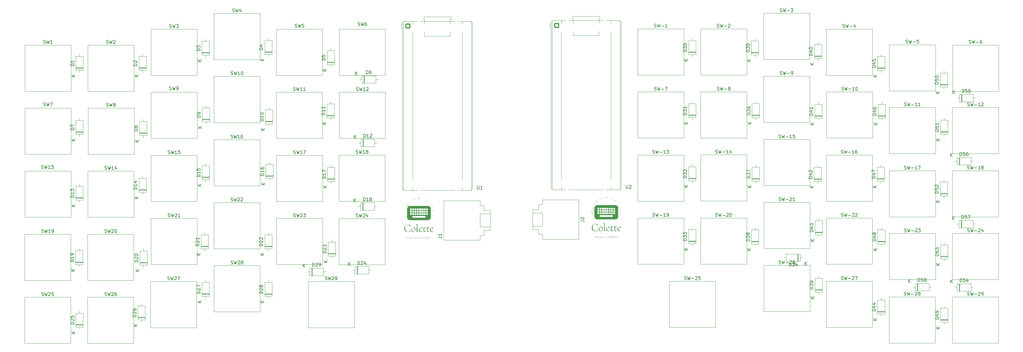
<source format=gto>
G04 #@! TF.GenerationSoftware,KiCad,Pcbnew,9.0.2*
G04 #@! TF.CreationDate,2025-05-23T18:35:33-06:00*
G04 #@! TF.ProjectId,Colette,436f6c65-7474-4652-9e6b-696361645f70,rev?*
G04 #@! TF.SameCoordinates,Original*
G04 #@! TF.FileFunction,Legend,Top*
G04 #@! TF.FilePolarity,Positive*
%FSLAX46Y46*%
G04 Gerber Fmt 4.6, Leading zero omitted, Abs format (unit mm)*
G04 Created by KiCad (PCBNEW 9.0.2) date 2025-05-23 18:35:33*
%MOMM*%
%LPD*%
G01*
G04 APERTURE LIST*
G04 Aperture macros list*
%AMRoundRect*
0 Rectangle with rounded corners*
0 $1 Rounding radius*
0 $2 $3 $4 $5 $6 $7 $8 $9 X,Y pos of 4 corners*
0 Add a 4 corners polygon primitive as box body*
4,1,4,$2,$3,$4,$5,$6,$7,$8,$9,$2,$3,0*
0 Add four circle primitives for the rounded corners*
1,1,$1+$1,$2,$3*
1,1,$1+$1,$4,$5*
1,1,$1+$1,$6,$7*
1,1,$1+$1,$8,$9*
0 Add four rect primitives between the rounded corners*
20,1,$1+$1,$2,$3,$4,$5,0*
20,1,$1+$1,$4,$5,$6,$7,0*
20,1,$1+$1,$6,$7,$8,$9,0*
20,1,$1+$1,$8,$9,$2,$3,0*%
%AMFreePoly0*
4,1,37,0.603843,0.796157,0.639018,0.796157,0.711114,0.766294,0.766294,0.711114,0.796157,0.639018,0.796157,0.603843,0.800000,0.600000,0.800000,-0.600000,0.796157,-0.603843,0.796157,-0.639018,0.766294,-0.711114,0.711114,-0.766294,0.639018,-0.796157,0.603843,-0.796157,0.600000,-0.800000,0.000000,-0.800000,0.000000,-0.796148,-0.078414,-0.796148,-0.232228,-0.765552,-0.377117,-0.705537,
-0.507515,-0.618408,-0.618408,-0.507515,-0.705537,-0.377117,-0.765552,-0.232228,-0.796148,-0.078414,-0.796148,0.078414,-0.765552,0.232228,-0.705537,0.377117,-0.618408,0.507515,-0.507515,0.618408,-0.377117,0.705537,-0.232228,0.765552,-0.078414,0.796148,0.000000,0.796148,0.000000,0.800000,0.600000,0.800000,0.603843,0.796157,0.603843,0.796157,$1*%
%AMFreePoly1*
4,1,37,0.000000,0.796148,0.078414,0.796148,0.232228,0.765552,0.377117,0.705537,0.507515,0.618408,0.618408,0.507515,0.705537,0.377117,0.765552,0.232228,0.796148,0.078414,0.796148,-0.078414,0.765552,-0.232228,0.705537,-0.377117,0.618408,-0.507515,0.507515,-0.618408,0.377117,-0.705537,0.232228,-0.765552,0.078414,-0.796148,0.000000,-0.796148,0.000000,-0.800000,-0.600000,-0.800000,
-0.603843,-0.796157,-0.639018,-0.796157,-0.711114,-0.766294,-0.766294,-0.711114,-0.796157,-0.639018,-0.796157,-0.603843,-0.800000,-0.600000,-0.800000,0.600000,-0.796157,0.603843,-0.796157,0.639018,-0.766294,0.711114,-0.711114,0.766294,-0.639018,0.796157,-0.603843,0.796157,-0.600000,0.800000,0.000000,0.800000,0.000000,0.796148,0.000000,0.796148,$1*%
G04 Aperture macros list end*
%ADD10C,0.150000*%
%ADD11C,0.120000*%
%ADD12C,0.000000*%
%ADD13C,1.700000*%
%ADD14C,4.000000*%
%ADD15C,2.200000*%
%ADD16R,1.600000X1.600000*%
%ADD17O,1.600000X1.600000*%
%ADD18C,3.050000*%
%ADD19C,1.200000*%
%ADD20O,2.200000X1.200000*%
%ADD21O,1.200000X2.200000*%
%ADD22RoundRect,0.200000X-0.600000X-0.600000X0.600000X-0.600000X0.600000X0.600000X-0.600000X0.600000X0*%
%ADD23C,1.600000*%
%ADD24FreePoly0,0.000000*%
%ADD25FreePoly1,0.000000*%
G04 APERTURE END LIST*
D10*
X318106429Y-84720700D02*
X318249286Y-84768319D01*
X318249286Y-84768319D02*
X318487381Y-84768319D01*
X318487381Y-84768319D02*
X318582619Y-84720700D01*
X318582619Y-84720700D02*
X318630238Y-84673080D01*
X318630238Y-84673080D02*
X318677857Y-84577842D01*
X318677857Y-84577842D02*
X318677857Y-84482604D01*
X318677857Y-84482604D02*
X318630238Y-84387366D01*
X318630238Y-84387366D02*
X318582619Y-84339747D01*
X318582619Y-84339747D02*
X318487381Y-84292128D01*
X318487381Y-84292128D02*
X318296905Y-84244509D01*
X318296905Y-84244509D02*
X318201667Y-84196890D01*
X318201667Y-84196890D02*
X318154048Y-84149271D01*
X318154048Y-84149271D02*
X318106429Y-84054033D01*
X318106429Y-84054033D02*
X318106429Y-83958795D01*
X318106429Y-83958795D02*
X318154048Y-83863557D01*
X318154048Y-83863557D02*
X318201667Y-83815938D01*
X318201667Y-83815938D02*
X318296905Y-83768319D01*
X318296905Y-83768319D02*
X318535000Y-83768319D01*
X318535000Y-83768319D02*
X318677857Y-83815938D01*
X319011191Y-83768319D02*
X319249286Y-84768319D01*
X319249286Y-84768319D02*
X319439762Y-84054033D01*
X319439762Y-84054033D02*
X319630238Y-84768319D01*
X319630238Y-84768319D02*
X319868334Y-83768319D01*
X320249286Y-84387366D02*
X321011191Y-84387366D01*
X322011190Y-84768319D02*
X321439762Y-84768319D01*
X321725476Y-84768319D02*
X321725476Y-83768319D01*
X321725476Y-83768319D02*
X321630238Y-83911176D01*
X321630238Y-83911176D02*
X321535000Y-84006414D01*
X321535000Y-84006414D02*
X321439762Y-84054033D01*
X322582619Y-84196890D02*
X322487381Y-84149271D01*
X322487381Y-84149271D02*
X322439762Y-84101652D01*
X322439762Y-84101652D02*
X322392143Y-84006414D01*
X322392143Y-84006414D02*
X322392143Y-83958795D01*
X322392143Y-83958795D02*
X322439762Y-83863557D01*
X322439762Y-83863557D02*
X322487381Y-83815938D01*
X322487381Y-83815938D02*
X322582619Y-83768319D01*
X322582619Y-83768319D02*
X322773095Y-83768319D01*
X322773095Y-83768319D02*
X322868333Y-83815938D01*
X322868333Y-83815938D02*
X322915952Y-83863557D01*
X322915952Y-83863557D02*
X322963571Y-83958795D01*
X322963571Y-83958795D02*
X322963571Y-84006414D01*
X322963571Y-84006414D02*
X322915952Y-84101652D01*
X322915952Y-84101652D02*
X322868333Y-84149271D01*
X322868333Y-84149271D02*
X322773095Y-84196890D01*
X322773095Y-84196890D02*
X322582619Y-84196890D01*
X322582619Y-84196890D02*
X322487381Y-84244509D01*
X322487381Y-84244509D02*
X322439762Y-84292128D01*
X322439762Y-84292128D02*
X322392143Y-84387366D01*
X322392143Y-84387366D02*
X322392143Y-84577842D01*
X322392143Y-84577842D02*
X322439762Y-84673080D01*
X322439762Y-84673080D02*
X322487381Y-84720700D01*
X322487381Y-84720700D02*
X322582619Y-84768319D01*
X322582619Y-84768319D02*
X322773095Y-84768319D01*
X322773095Y-84768319D02*
X322868333Y-84720700D01*
X322868333Y-84720700D02*
X322915952Y-84673080D01*
X322915952Y-84673080D02*
X322963571Y-84577842D01*
X322963571Y-84577842D02*
X322963571Y-84387366D01*
X322963571Y-84387366D02*
X322915952Y-84292128D01*
X322915952Y-84292128D02*
X322868333Y-84244509D01*
X322868333Y-84244509D02*
X322773095Y-84196890D01*
X85854819Y-69055594D02*
X84854819Y-69055594D01*
X84854819Y-69055594D02*
X84854819Y-68817499D01*
X84854819Y-68817499D02*
X84902438Y-68674642D01*
X84902438Y-68674642D02*
X84997676Y-68579404D01*
X84997676Y-68579404D02*
X85092914Y-68531785D01*
X85092914Y-68531785D02*
X85283390Y-68484166D01*
X85283390Y-68484166D02*
X85426247Y-68484166D01*
X85426247Y-68484166D02*
X85616723Y-68531785D01*
X85616723Y-68531785D02*
X85711961Y-68579404D01*
X85711961Y-68579404D02*
X85807200Y-68674642D01*
X85807200Y-68674642D02*
X85854819Y-68817499D01*
X85854819Y-68817499D02*
X85854819Y-69055594D01*
X85854819Y-68007975D02*
X85854819Y-67817499D01*
X85854819Y-67817499D02*
X85807200Y-67722261D01*
X85807200Y-67722261D02*
X85759580Y-67674642D01*
X85759580Y-67674642D02*
X85616723Y-67579404D01*
X85616723Y-67579404D02*
X85426247Y-67531785D01*
X85426247Y-67531785D02*
X85045295Y-67531785D01*
X85045295Y-67531785D02*
X84950057Y-67579404D01*
X84950057Y-67579404D02*
X84902438Y-67627023D01*
X84902438Y-67627023D02*
X84854819Y-67722261D01*
X84854819Y-67722261D02*
X84854819Y-67912737D01*
X84854819Y-67912737D02*
X84902438Y-68007975D01*
X84902438Y-68007975D02*
X84950057Y-68055594D01*
X84950057Y-68055594D02*
X85045295Y-68103213D01*
X85045295Y-68103213D02*
X85283390Y-68103213D01*
X85283390Y-68103213D02*
X85378628Y-68055594D01*
X85378628Y-68055594D02*
X85426247Y-68007975D01*
X85426247Y-68007975D02*
X85473866Y-67912737D01*
X85473866Y-67912737D02*
X85473866Y-67722261D01*
X85473866Y-67722261D02*
X85426247Y-67627023D01*
X85426247Y-67627023D02*
X85378628Y-67579404D01*
X85378628Y-67579404D02*
X85283390Y-67531785D01*
X86174819Y-72389404D02*
X85174819Y-72389404D01*
X86174819Y-71817976D02*
X85603390Y-72246547D01*
X85174819Y-71817976D02*
X85746247Y-72389404D01*
X290309819Y-127669285D02*
X289309819Y-127669285D01*
X289309819Y-127669285D02*
X289309819Y-127431190D01*
X289309819Y-127431190D02*
X289357438Y-127288333D01*
X289357438Y-127288333D02*
X289452676Y-127193095D01*
X289452676Y-127193095D02*
X289547914Y-127145476D01*
X289547914Y-127145476D02*
X289738390Y-127097857D01*
X289738390Y-127097857D02*
X289881247Y-127097857D01*
X289881247Y-127097857D02*
X290071723Y-127145476D01*
X290071723Y-127145476D02*
X290166961Y-127193095D01*
X290166961Y-127193095D02*
X290262200Y-127288333D01*
X290262200Y-127288333D02*
X290309819Y-127431190D01*
X290309819Y-127431190D02*
X290309819Y-127669285D01*
X289643152Y-126240714D02*
X290309819Y-126240714D01*
X289262200Y-126478809D02*
X289976485Y-126716904D01*
X289976485Y-126716904D02*
X289976485Y-126097857D01*
X289643152Y-125288333D02*
X290309819Y-125288333D01*
X289262200Y-125526428D02*
X289976485Y-125764523D01*
X289976485Y-125764523D02*
X289976485Y-125145476D01*
X290629819Y-130526904D02*
X289629819Y-130526904D01*
X290629819Y-129955476D02*
X290058390Y-130384047D01*
X289629819Y-129955476D02*
X290201247Y-130526904D01*
X85754819Y-48855594D02*
X84754819Y-48855594D01*
X84754819Y-48855594D02*
X84754819Y-48617499D01*
X84754819Y-48617499D02*
X84802438Y-48474642D01*
X84802438Y-48474642D02*
X84897676Y-48379404D01*
X84897676Y-48379404D02*
X84992914Y-48331785D01*
X84992914Y-48331785D02*
X85183390Y-48284166D01*
X85183390Y-48284166D02*
X85326247Y-48284166D01*
X85326247Y-48284166D02*
X85516723Y-48331785D01*
X85516723Y-48331785D02*
X85611961Y-48379404D01*
X85611961Y-48379404D02*
X85707200Y-48474642D01*
X85707200Y-48474642D02*
X85754819Y-48617499D01*
X85754819Y-48617499D02*
X85754819Y-48855594D01*
X84754819Y-47950832D02*
X84754819Y-47331785D01*
X84754819Y-47331785D02*
X85135771Y-47665118D01*
X85135771Y-47665118D02*
X85135771Y-47522261D01*
X85135771Y-47522261D02*
X85183390Y-47427023D01*
X85183390Y-47427023D02*
X85231009Y-47379404D01*
X85231009Y-47379404D02*
X85326247Y-47331785D01*
X85326247Y-47331785D02*
X85564342Y-47331785D01*
X85564342Y-47331785D02*
X85659580Y-47379404D01*
X85659580Y-47379404D02*
X85707200Y-47427023D01*
X85707200Y-47427023D02*
X85754819Y-47522261D01*
X85754819Y-47522261D02*
X85754819Y-47807975D01*
X85754819Y-47807975D02*
X85707200Y-47903213D01*
X85707200Y-47903213D02*
X85659580Y-47950832D01*
X86074819Y-52189404D02*
X85074819Y-52189404D01*
X86074819Y-51617976D02*
X85503390Y-52046547D01*
X85074819Y-51617976D02*
X85646247Y-52189404D01*
X105054819Y-86631785D02*
X104054819Y-86631785D01*
X104054819Y-86631785D02*
X104054819Y-86393690D01*
X104054819Y-86393690D02*
X104102438Y-86250833D01*
X104102438Y-86250833D02*
X104197676Y-86155595D01*
X104197676Y-86155595D02*
X104292914Y-86107976D01*
X104292914Y-86107976D02*
X104483390Y-86060357D01*
X104483390Y-86060357D02*
X104626247Y-86060357D01*
X104626247Y-86060357D02*
X104816723Y-86107976D01*
X104816723Y-86107976D02*
X104911961Y-86155595D01*
X104911961Y-86155595D02*
X105007200Y-86250833D01*
X105007200Y-86250833D02*
X105054819Y-86393690D01*
X105054819Y-86393690D02*
X105054819Y-86631785D01*
X105054819Y-85107976D02*
X105054819Y-85679404D01*
X105054819Y-85393690D02*
X104054819Y-85393690D01*
X104054819Y-85393690D02*
X104197676Y-85488928D01*
X104197676Y-85488928D02*
X104292914Y-85584166D01*
X104292914Y-85584166D02*
X104340533Y-85679404D01*
X104054819Y-84250833D02*
X104054819Y-84441309D01*
X104054819Y-84441309D02*
X104102438Y-84536547D01*
X104102438Y-84536547D02*
X104150057Y-84584166D01*
X104150057Y-84584166D02*
X104292914Y-84679404D01*
X104292914Y-84679404D02*
X104483390Y-84727023D01*
X104483390Y-84727023D02*
X104864342Y-84727023D01*
X104864342Y-84727023D02*
X104959580Y-84679404D01*
X104959580Y-84679404D02*
X105007200Y-84631785D01*
X105007200Y-84631785D02*
X105054819Y-84536547D01*
X105054819Y-84536547D02*
X105054819Y-84346071D01*
X105054819Y-84346071D02*
X105007200Y-84250833D01*
X105007200Y-84250833D02*
X104959580Y-84203214D01*
X104959580Y-84203214D02*
X104864342Y-84155595D01*
X104864342Y-84155595D02*
X104626247Y-84155595D01*
X104626247Y-84155595D02*
X104531009Y-84203214D01*
X104531009Y-84203214D02*
X104483390Y-84250833D01*
X104483390Y-84250833D02*
X104435771Y-84346071D01*
X104435771Y-84346071D02*
X104435771Y-84536547D01*
X104435771Y-84536547D02*
X104483390Y-84631785D01*
X104483390Y-84631785D02*
X104531009Y-84679404D01*
X104531009Y-84679404D02*
X104626247Y-84727023D01*
X105374819Y-89489404D02*
X104374819Y-89489404D01*
X105374819Y-88917976D02*
X104803390Y-89346547D01*
X104374819Y-88917976D02*
X104946247Y-89489404D01*
X47554819Y-53455594D02*
X46554819Y-53455594D01*
X46554819Y-53455594D02*
X46554819Y-53217499D01*
X46554819Y-53217499D02*
X46602438Y-53074642D01*
X46602438Y-53074642D02*
X46697676Y-52979404D01*
X46697676Y-52979404D02*
X46792914Y-52931785D01*
X46792914Y-52931785D02*
X46983390Y-52884166D01*
X46983390Y-52884166D02*
X47126247Y-52884166D01*
X47126247Y-52884166D02*
X47316723Y-52931785D01*
X47316723Y-52931785D02*
X47411961Y-52979404D01*
X47411961Y-52979404D02*
X47507200Y-53074642D01*
X47507200Y-53074642D02*
X47554819Y-53217499D01*
X47554819Y-53217499D02*
X47554819Y-53455594D01*
X47554819Y-51931785D02*
X47554819Y-52503213D01*
X47554819Y-52217499D02*
X46554819Y-52217499D01*
X46554819Y-52217499D02*
X46697676Y-52312737D01*
X46697676Y-52312737D02*
X46792914Y-52407975D01*
X46792914Y-52407975D02*
X46840533Y-52503213D01*
X47874819Y-56789404D02*
X46874819Y-56789404D01*
X47874819Y-56217976D02*
X47303390Y-56646547D01*
X46874819Y-56217976D02*
X47446247Y-56789404D01*
X56870476Y-123033200D02*
X57013333Y-123080819D01*
X57013333Y-123080819D02*
X57251428Y-123080819D01*
X57251428Y-123080819D02*
X57346666Y-123033200D01*
X57346666Y-123033200D02*
X57394285Y-122985580D01*
X57394285Y-122985580D02*
X57441904Y-122890342D01*
X57441904Y-122890342D02*
X57441904Y-122795104D01*
X57441904Y-122795104D02*
X57394285Y-122699866D01*
X57394285Y-122699866D02*
X57346666Y-122652247D01*
X57346666Y-122652247D02*
X57251428Y-122604628D01*
X57251428Y-122604628D02*
X57060952Y-122557009D01*
X57060952Y-122557009D02*
X56965714Y-122509390D01*
X56965714Y-122509390D02*
X56918095Y-122461771D01*
X56918095Y-122461771D02*
X56870476Y-122366533D01*
X56870476Y-122366533D02*
X56870476Y-122271295D01*
X56870476Y-122271295D02*
X56918095Y-122176057D01*
X56918095Y-122176057D02*
X56965714Y-122128438D01*
X56965714Y-122128438D02*
X57060952Y-122080819D01*
X57060952Y-122080819D02*
X57299047Y-122080819D01*
X57299047Y-122080819D02*
X57441904Y-122128438D01*
X57775238Y-122080819D02*
X58013333Y-123080819D01*
X58013333Y-123080819D02*
X58203809Y-122366533D01*
X58203809Y-122366533D02*
X58394285Y-123080819D01*
X58394285Y-123080819D02*
X58632381Y-122080819D01*
X58965714Y-122176057D02*
X59013333Y-122128438D01*
X59013333Y-122128438D02*
X59108571Y-122080819D01*
X59108571Y-122080819D02*
X59346666Y-122080819D01*
X59346666Y-122080819D02*
X59441904Y-122128438D01*
X59441904Y-122128438D02*
X59489523Y-122176057D01*
X59489523Y-122176057D02*
X59537142Y-122271295D01*
X59537142Y-122271295D02*
X59537142Y-122366533D01*
X59537142Y-122366533D02*
X59489523Y-122509390D01*
X59489523Y-122509390D02*
X58918095Y-123080819D01*
X58918095Y-123080819D02*
X59537142Y-123080819D01*
X60394285Y-122080819D02*
X60203809Y-122080819D01*
X60203809Y-122080819D02*
X60108571Y-122128438D01*
X60108571Y-122128438D02*
X60060952Y-122176057D01*
X60060952Y-122176057D02*
X59965714Y-122318914D01*
X59965714Y-122318914D02*
X59918095Y-122509390D01*
X59918095Y-122509390D02*
X59918095Y-122890342D01*
X59918095Y-122890342D02*
X59965714Y-122985580D01*
X59965714Y-122985580D02*
X60013333Y-123033200D01*
X60013333Y-123033200D02*
X60108571Y-123080819D01*
X60108571Y-123080819D02*
X60299047Y-123080819D01*
X60299047Y-123080819D02*
X60394285Y-123033200D01*
X60394285Y-123033200D02*
X60441904Y-122985580D01*
X60441904Y-122985580D02*
X60489523Y-122890342D01*
X60489523Y-122890342D02*
X60489523Y-122652247D01*
X60489523Y-122652247D02*
X60441904Y-122557009D01*
X60441904Y-122557009D02*
X60394285Y-122509390D01*
X60394285Y-122509390D02*
X60299047Y-122461771D01*
X60299047Y-122461771D02*
X60108571Y-122461771D01*
X60108571Y-122461771D02*
X60013333Y-122509390D01*
X60013333Y-122509390D02*
X59965714Y-122557009D01*
X59965714Y-122557009D02*
X59918095Y-122652247D01*
X132970476Y-99190700D02*
X133113333Y-99238319D01*
X133113333Y-99238319D02*
X133351428Y-99238319D01*
X133351428Y-99238319D02*
X133446666Y-99190700D01*
X133446666Y-99190700D02*
X133494285Y-99143080D01*
X133494285Y-99143080D02*
X133541904Y-99047842D01*
X133541904Y-99047842D02*
X133541904Y-98952604D01*
X133541904Y-98952604D02*
X133494285Y-98857366D01*
X133494285Y-98857366D02*
X133446666Y-98809747D01*
X133446666Y-98809747D02*
X133351428Y-98762128D01*
X133351428Y-98762128D02*
X133160952Y-98714509D01*
X133160952Y-98714509D02*
X133065714Y-98666890D01*
X133065714Y-98666890D02*
X133018095Y-98619271D01*
X133018095Y-98619271D02*
X132970476Y-98524033D01*
X132970476Y-98524033D02*
X132970476Y-98428795D01*
X132970476Y-98428795D02*
X133018095Y-98333557D01*
X133018095Y-98333557D02*
X133065714Y-98285938D01*
X133065714Y-98285938D02*
X133160952Y-98238319D01*
X133160952Y-98238319D02*
X133399047Y-98238319D01*
X133399047Y-98238319D02*
X133541904Y-98285938D01*
X133875238Y-98238319D02*
X134113333Y-99238319D01*
X134113333Y-99238319D02*
X134303809Y-98524033D01*
X134303809Y-98524033D02*
X134494285Y-99238319D01*
X134494285Y-99238319D02*
X134732381Y-98238319D01*
X135065714Y-98333557D02*
X135113333Y-98285938D01*
X135113333Y-98285938D02*
X135208571Y-98238319D01*
X135208571Y-98238319D02*
X135446666Y-98238319D01*
X135446666Y-98238319D02*
X135541904Y-98285938D01*
X135541904Y-98285938D02*
X135589523Y-98333557D01*
X135589523Y-98333557D02*
X135637142Y-98428795D01*
X135637142Y-98428795D02*
X135637142Y-98524033D01*
X135637142Y-98524033D02*
X135589523Y-98666890D01*
X135589523Y-98666890D02*
X135018095Y-99238319D01*
X135018095Y-99238319D02*
X135637142Y-99238319D01*
X136494285Y-98571652D02*
X136494285Y-99238319D01*
X136256190Y-98190700D02*
X136018095Y-98904985D01*
X136018095Y-98904985D02*
X136637142Y-98904985D01*
X104954819Y-70131785D02*
X103954819Y-70131785D01*
X103954819Y-70131785D02*
X103954819Y-69893690D01*
X103954819Y-69893690D02*
X104002438Y-69750833D01*
X104002438Y-69750833D02*
X104097676Y-69655595D01*
X104097676Y-69655595D02*
X104192914Y-69607976D01*
X104192914Y-69607976D02*
X104383390Y-69560357D01*
X104383390Y-69560357D02*
X104526247Y-69560357D01*
X104526247Y-69560357D02*
X104716723Y-69607976D01*
X104716723Y-69607976D02*
X104811961Y-69655595D01*
X104811961Y-69655595D02*
X104907200Y-69750833D01*
X104907200Y-69750833D02*
X104954819Y-69893690D01*
X104954819Y-69893690D02*
X104954819Y-70131785D01*
X104954819Y-68607976D02*
X104954819Y-69179404D01*
X104954819Y-68893690D02*
X103954819Y-68893690D01*
X103954819Y-68893690D02*
X104097676Y-68988928D01*
X104097676Y-68988928D02*
X104192914Y-69084166D01*
X104192914Y-69084166D02*
X104240533Y-69179404D01*
X103954819Y-67988928D02*
X103954819Y-67893690D01*
X103954819Y-67893690D02*
X104002438Y-67798452D01*
X104002438Y-67798452D02*
X104050057Y-67750833D01*
X104050057Y-67750833D02*
X104145295Y-67703214D01*
X104145295Y-67703214D02*
X104335771Y-67655595D01*
X104335771Y-67655595D02*
X104573866Y-67655595D01*
X104573866Y-67655595D02*
X104764342Y-67703214D01*
X104764342Y-67703214D02*
X104859580Y-67750833D01*
X104859580Y-67750833D02*
X104907200Y-67798452D01*
X104907200Y-67798452D02*
X104954819Y-67893690D01*
X104954819Y-67893690D02*
X104954819Y-67988928D01*
X104954819Y-67988928D02*
X104907200Y-68084166D01*
X104907200Y-68084166D02*
X104859580Y-68131785D01*
X104859580Y-68131785D02*
X104764342Y-68179404D01*
X104764342Y-68179404D02*
X104573866Y-68227023D01*
X104573866Y-68227023D02*
X104335771Y-68227023D01*
X104335771Y-68227023D02*
X104145295Y-68179404D01*
X104145295Y-68179404D02*
X104050057Y-68131785D01*
X104050057Y-68131785D02*
X104002438Y-68084166D01*
X104002438Y-68084166D02*
X103954819Y-67988928D01*
X105274819Y-72989404D02*
X104274819Y-72989404D01*
X105274819Y-72417976D02*
X104703390Y-72846547D01*
X104274819Y-72417976D02*
X104846247Y-72989404D01*
X233109819Y-87369285D02*
X232109819Y-87369285D01*
X232109819Y-87369285D02*
X232109819Y-87131190D01*
X232109819Y-87131190D02*
X232157438Y-86988333D01*
X232157438Y-86988333D02*
X232252676Y-86893095D01*
X232252676Y-86893095D02*
X232347914Y-86845476D01*
X232347914Y-86845476D02*
X232538390Y-86797857D01*
X232538390Y-86797857D02*
X232681247Y-86797857D01*
X232681247Y-86797857D02*
X232871723Y-86845476D01*
X232871723Y-86845476D02*
X232966961Y-86893095D01*
X232966961Y-86893095D02*
X233062200Y-86988333D01*
X233062200Y-86988333D02*
X233109819Y-87131190D01*
X233109819Y-87131190D02*
X233109819Y-87369285D01*
X232109819Y-86464523D02*
X232109819Y-85845476D01*
X232109819Y-85845476D02*
X232490771Y-86178809D01*
X232490771Y-86178809D02*
X232490771Y-86035952D01*
X232490771Y-86035952D02*
X232538390Y-85940714D01*
X232538390Y-85940714D02*
X232586009Y-85893095D01*
X232586009Y-85893095D02*
X232681247Y-85845476D01*
X232681247Y-85845476D02*
X232919342Y-85845476D01*
X232919342Y-85845476D02*
X233014580Y-85893095D01*
X233014580Y-85893095D02*
X233062200Y-85940714D01*
X233062200Y-85940714D02*
X233109819Y-86035952D01*
X233109819Y-86035952D02*
X233109819Y-86321666D01*
X233109819Y-86321666D02*
X233062200Y-86416904D01*
X233062200Y-86416904D02*
X233014580Y-86464523D01*
X232205057Y-85464523D02*
X232157438Y-85416904D01*
X232157438Y-85416904D02*
X232109819Y-85321666D01*
X232109819Y-85321666D02*
X232109819Y-85083571D01*
X232109819Y-85083571D02*
X232157438Y-84988333D01*
X232157438Y-84988333D02*
X232205057Y-84940714D01*
X232205057Y-84940714D02*
X232300295Y-84893095D01*
X232300295Y-84893095D02*
X232395533Y-84893095D01*
X232395533Y-84893095D02*
X232538390Y-84940714D01*
X232538390Y-84940714D02*
X233109819Y-85512142D01*
X233109819Y-85512142D02*
X233109819Y-84893095D01*
X233429819Y-90226904D02*
X232429819Y-90226904D01*
X233429819Y-89655476D02*
X232858390Y-90084047D01*
X232429819Y-89655476D02*
X233001247Y-90226904D01*
X271109819Y-87559285D02*
X270109819Y-87559285D01*
X270109819Y-87559285D02*
X270109819Y-87321190D01*
X270109819Y-87321190D02*
X270157438Y-87178333D01*
X270157438Y-87178333D02*
X270252676Y-87083095D01*
X270252676Y-87083095D02*
X270347914Y-87035476D01*
X270347914Y-87035476D02*
X270538390Y-86987857D01*
X270538390Y-86987857D02*
X270681247Y-86987857D01*
X270681247Y-86987857D02*
X270871723Y-87035476D01*
X270871723Y-87035476D02*
X270966961Y-87083095D01*
X270966961Y-87083095D02*
X271062200Y-87178333D01*
X271062200Y-87178333D02*
X271109819Y-87321190D01*
X271109819Y-87321190D02*
X271109819Y-87559285D01*
X270443152Y-86130714D02*
X271109819Y-86130714D01*
X270062200Y-86368809D02*
X270776485Y-86606904D01*
X270776485Y-86606904D02*
X270776485Y-85987857D01*
X270205057Y-85654523D02*
X270157438Y-85606904D01*
X270157438Y-85606904D02*
X270109819Y-85511666D01*
X270109819Y-85511666D02*
X270109819Y-85273571D01*
X270109819Y-85273571D02*
X270157438Y-85178333D01*
X270157438Y-85178333D02*
X270205057Y-85130714D01*
X270205057Y-85130714D02*
X270300295Y-85083095D01*
X270300295Y-85083095D02*
X270395533Y-85083095D01*
X270395533Y-85083095D02*
X270538390Y-85130714D01*
X270538390Y-85130714D02*
X271109819Y-85702142D01*
X271109819Y-85702142D02*
X271109819Y-85083095D01*
X271429819Y-90416904D02*
X270429819Y-90416904D01*
X271429819Y-89845476D02*
X270858390Y-90274047D01*
X270429819Y-89845476D02*
X271001247Y-90416904D01*
X298956429Y-122880700D02*
X299099286Y-122928319D01*
X299099286Y-122928319D02*
X299337381Y-122928319D01*
X299337381Y-122928319D02*
X299432619Y-122880700D01*
X299432619Y-122880700D02*
X299480238Y-122833080D01*
X299480238Y-122833080D02*
X299527857Y-122737842D01*
X299527857Y-122737842D02*
X299527857Y-122642604D01*
X299527857Y-122642604D02*
X299480238Y-122547366D01*
X299480238Y-122547366D02*
X299432619Y-122499747D01*
X299432619Y-122499747D02*
X299337381Y-122452128D01*
X299337381Y-122452128D02*
X299146905Y-122404509D01*
X299146905Y-122404509D02*
X299051667Y-122356890D01*
X299051667Y-122356890D02*
X299004048Y-122309271D01*
X299004048Y-122309271D02*
X298956429Y-122214033D01*
X298956429Y-122214033D02*
X298956429Y-122118795D01*
X298956429Y-122118795D02*
X299004048Y-122023557D01*
X299004048Y-122023557D02*
X299051667Y-121975938D01*
X299051667Y-121975938D02*
X299146905Y-121928319D01*
X299146905Y-121928319D02*
X299385000Y-121928319D01*
X299385000Y-121928319D02*
X299527857Y-121975938D01*
X299861191Y-121928319D02*
X300099286Y-122928319D01*
X300099286Y-122928319D02*
X300289762Y-122214033D01*
X300289762Y-122214033D02*
X300480238Y-122928319D01*
X300480238Y-122928319D02*
X300718334Y-121928319D01*
X301099286Y-122547366D02*
X301861191Y-122547366D01*
X302289762Y-122023557D02*
X302337381Y-121975938D01*
X302337381Y-121975938D02*
X302432619Y-121928319D01*
X302432619Y-121928319D02*
X302670714Y-121928319D01*
X302670714Y-121928319D02*
X302765952Y-121975938D01*
X302765952Y-121975938D02*
X302813571Y-122023557D01*
X302813571Y-122023557D02*
X302861190Y-122118795D01*
X302861190Y-122118795D02*
X302861190Y-122214033D01*
X302861190Y-122214033D02*
X302813571Y-122356890D01*
X302813571Y-122356890D02*
X302242143Y-122928319D01*
X302242143Y-122928319D02*
X302861190Y-122928319D01*
X303432619Y-122356890D02*
X303337381Y-122309271D01*
X303337381Y-122309271D02*
X303289762Y-122261652D01*
X303289762Y-122261652D02*
X303242143Y-122166414D01*
X303242143Y-122166414D02*
X303242143Y-122118795D01*
X303242143Y-122118795D02*
X303289762Y-122023557D01*
X303289762Y-122023557D02*
X303337381Y-121975938D01*
X303337381Y-121975938D02*
X303432619Y-121928319D01*
X303432619Y-121928319D02*
X303623095Y-121928319D01*
X303623095Y-121928319D02*
X303718333Y-121975938D01*
X303718333Y-121975938D02*
X303765952Y-122023557D01*
X303765952Y-122023557D02*
X303813571Y-122118795D01*
X303813571Y-122118795D02*
X303813571Y-122166414D01*
X303813571Y-122166414D02*
X303765952Y-122261652D01*
X303765952Y-122261652D02*
X303718333Y-122309271D01*
X303718333Y-122309271D02*
X303623095Y-122356890D01*
X303623095Y-122356890D02*
X303432619Y-122356890D01*
X303432619Y-122356890D02*
X303337381Y-122404509D01*
X303337381Y-122404509D02*
X303289762Y-122452128D01*
X303289762Y-122452128D02*
X303242143Y-122547366D01*
X303242143Y-122547366D02*
X303242143Y-122737842D01*
X303242143Y-122737842D02*
X303289762Y-122833080D01*
X303289762Y-122833080D02*
X303337381Y-122880700D01*
X303337381Y-122880700D02*
X303432619Y-122928319D01*
X303432619Y-122928319D02*
X303623095Y-122928319D01*
X303623095Y-122928319D02*
X303718333Y-122880700D01*
X303718333Y-122880700D02*
X303765952Y-122833080D01*
X303765952Y-122833080D02*
X303813571Y-122737842D01*
X303813571Y-122737842D02*
X303813571Y-122547366D01*
X303813571Y-122547366D02*
X303765952Y-122452128D01*
X303765952Y-122452128D02*
X303718333Y-122404509D01*
X303718333Y-122404509D02*
X303623095Y-122356890D01*
X261006429Y-94295700D02*
X261149286Y-94343319D01*
X261149286Y-94343319D02*
X261387381Y-94343319D01*
X261387381Y-94343319D02*
X261482619Y-94295700D01*
X261482619Y-94295700D02*
X261530238Y-94248080D01*
X261530238Y-94248080D02*
X261577857Y-94152842D01*
X261577857Y-94152842D02*
X261577857Y-94057604D01*
X261577857Y-94057604D02*
X261530238Y-93962366D01*
X261530238Y-93962366D02*
X261482619Y-93914747D01*
X261482619Y-93914747D02*
X261387381Y-93867128D01*
X261387381Y-93867128D02*
X261196905Y-93819509D01*
X261196905Y-93819509D02*
X261101667Y-93771890D01*
X261101667Y-93771890D02*
X261054048Y-93724271D01*
X261054048Y-93724271D02*
X261006429Y-93629033D01*
X261006429Y-93629033D02*
X261006429Y-93533795D01*
X261006429Y-93533795D02*
X261054048Y-93438557D01*
X261054048Y-93438557D02*
X261101667Y-93390938D01*
X261101667Y-93390938D02*
X261196905Y-93343319D01*
X261196905Y-93343319D02*
X261435000Y-93343319D01*
X261435000Y-93343319D02*
X261577857Y-93390938D01*
X261911191Y-93343319D02*
X262149286Y-94343319D01*
X262149286Y-94343319D02*
X262339762Y-93629033D01*
X262339762Y-93629033D02*
X262530238Y-94343319D01*
X262530238Y-94343319D02*
X262768334Y-93343319D01*
X263149286Y-93962366D02*
X263911191Y-93962366D01*
X264339762Y-93438557D02*
X264387381Y-93390938D01*
X264387381Y-93390938D02*
X264482619Y-93343319D01*
X264482619Y-93343319D02*
X264720714Y-93343319D01*
X264720714Y-93343319D02*
X264815952Y-93390938D01*
X264815952Y-93390938D02*
X264863571Y-93438557D01*
X264863571Y-93438557D02*
X264911190Y-93533795D01*
X264911190Y-93533795D02*
X264911190Y-93629033D01*
X264911190Y-93629033D02*
X264863571Y-93771890D01*
X264863571Y-93771890D02*
X264292143Y-94343319D01*
X264292143Y-94343319D02*
X264911190Y-94343319D01*
X265863571Y-94343319D02*
X265292143Y-94343319D01*
X265577857Y-94343319D02*
X265577857Y-93343319D01*
X265577857Y-93343319D02*
X265482619Y-93486176D01*
X265482619Y-93486176D02*
X265387381Y-93581414D01*
X265387381Y-93581414D02*
X265292143Y-93629033D01*
X123620476Y-118230700D02*
X123763333Y-118278319D01*
X123763333Y-118278319D02*
X124001428Y-118278319D01*
X124001428Y-118278319D02*
X124096666Y-118230700D01*
X124096666Y-118230700D02*
X124144285Y-118183080D01*
X124144285Y-118183080D02*
X124191904Y-118087842D01*
X124191904Y-118087842D02*
X124191904Y-117992604D01*
X124191904Y-117992604D02*
X124144285Y-117897366D01*
X124144285Y-117897366D02*
X124096666Y-117849747D01*
X124096666Y-117849747D02*
X124001428Y-117802128D01*
X124001428Y-117802128D02*
X123810952Y-117754509D01*
X123810952Y-117754509D02*
X123715714Y-117706890D01*
X123715714Y-117706890D02*
X123668095Y-117659271D01*
X123668095Y-117659271D02*
X123620476Y-117564033D01*
X123620476Y-117564033D02*
X123620476Y-117468795D01*
X123620476Y-117468795D02*
X123668095Y-117373557D01*
X123668095Y-117373557D02*
X123715714Y-117325938D01*
X123715714Y-117325938D02*
X123810952Y-117278319D01*
X123810952Y-117278319D02*
X124049047Y-117278319D01*
X124049047Y-117278319D02*
X124191904Y-117325938D01*
X124525238Y-117278319D02*
X124763333Y-118278319D01*
X124763333Y-118278319D02*
X124953809Y-117564033D01*
X124953809Y-117564033D02*
X125144285Y-118278319D01*
X125144285Y-118278319D02*
X125382381Y-117278319D01*
X125715714Y-117373557D02*
X125763333Y-117325938D01*
X125763333Y-117325938D02*
X125858571Y-117278319D01*
X125858571Y-117278319D02*
X126096666Y-117278319D01*
X126096666Y-117278319D02*
X126191904Y-117325938D01*
X126191904Y-117325938D02*
X126239523Y-117373557D01*
X126239523Y-117373557D02*
X126287142Y-117468795D01*
X126287142Y-117468795D02*
X126287142Y-117564033D01*
X126287142Y-117564033D02*
X126239523Y-117706890D01*
X126239523Y-117706890D02*
X125668095Y-118278319D01*
X125668095Y-118278319D02*
X126287142Y-118278319D01*
X126763333Y-118278319D02*
X126953809Y-118278319D01*
X126953809Y-118278319D02*
X127049047Y-118230700D01*
X127049047Y-118230700D02*
X127096666Y-118183080D01*
X127096666Y-118183080D02*
X127191904Y-118040223D01*
X127191904Y-118040223D02*
X127239523Y-117849747D01*
X127239523Y-117849747D02*
X127239523Y-117468795D01*
X127239523Y-117468795D02*
X127191904Y-117373557D01*
X127191904Y-117373557D02*
X127144285Y-117325938D01*
X127144285Y-117325938D02*
X127049047Y-117278319D01*
X127049047Y-117278319D02*
X126858571Y-117278319D01*
X126858571Y-117278319D02*
X126763333Y-117325938D01*
X126763333Y-117325938D02*
X126715714Y-117373557D01*
X126715714Y-117373557D02*
X126668095Y-117468795D01*
X126668095Y-117468795D02*
X126668095Y-117706890D01*
X126668095Y-117706890D02*
X126715714Y-117802128D01*
X126715714Y-117802128D02*
X126763333Y-117849747D01*
X126763333Y-117849747D02*
X126858571Y-117897366D01*
X126858571Y-117897366D02*
X127049047Y-117897366D01*
X127049047Y-117897366D02*
X127144285Y-117849747D01*
X127144285Y-117849747D02*
X127191904Y-117802128D01*
X127191904Y-117802128D02*
X127239523Y-117706890D01*
X104754819Y-122331785D02*
X103754819Y-122331785D01*
X103754819Y-122331785D02*
X103754819Y-122093690D01*
X103754819Y-122093690D02*
X103802438Y-121950833D01*
X103802438Y-121950833D02*
X103897676Y-121855595D01*
X103897676Y-121855595D02*
X103992914Y-121807976D01*
X103992914Y-121807976D02*
X104183390Y-121760357D01*
X104183390Y-121760357D02*
X104326247Y-121760357D01*
X104326247Y-121760357D02*
X104516723Y-121807976D01*
X104516723Y-121807976D02*
X104611961Y-121855595D01*
X104611961Y-121855595D02*
X104707200Y-121950833D01*
X104707200Y-121950833D02*
X104754819Y-122093690D01*
X104754819Y-122093690D02*
X104754819Y-122331785D01*
X103850057Y-121379404D02*
X103802438Y-121331785D01*
X103802438Y-121331785D02*
X103754819Y-121236547D01*
X103754819Y-121236547D02*
X103754819Y-120998452D01*
X103754819Y-120998452D02*
X103802438Y-120903214D01*
X103802438Y-120903214D02*
X103850057Y-120855595D01*
X103850057Y-120855595D02*
X103945295Y-120807976D01*
X103945295Y-120807976D02*
X104040533Y-120807976D01*
X104040533Y-120807976D02*
X104183390Y-120855595D01*
X104183390Y-120855595D02*
X104754819Y-121427023D01*
X104754819Y-121427023D02*
X104754819Y-120807976D01*
X104183390Y-120236547D02*
X104135771Y-120331785D01*
X104135771Y-120331785D02*
X104088152Y-120379404D01*
X104088152Y-120379404D02*
X103992914Y-120427023D01*
X103992914Y-120427023D02*
X103945295Y-120427023D01*
X103945295Y-120427023D02*
X103850057Y-120379404D01*
X103850057Y-120379404D02*
X103802438Y-120331785D01*
X103802438Y-120331785D02*
X103754819Y-120236547D01*
X103754819Y-120236547D02*
X103754819Y-120046071D01*
X103754819Y-120046071D02*
X103802438Y-119950833D01*
X103802438Y-119950833D02*
X103850057Y-119903214D01*
X103850057Y-119903214D02*
X103945295Y-119855595D01*
X103945295Y-119855595D02*
X103992914Y-119855595D01*
X103992914Y-119855595D02*
X104088152Y-119903214D01*
X104088152Y-119903214D02*
X104135771Y-119950833D01*
X104135771Y-119950833D02*
X104183390Y-120046071D01*
X104183390Y-120046071D02*
X104183390Y-120236547D01*
X104183390Y-120236547D02*
X104231009Y-120331785D01*
X104231009Y-120331785D02*
X104278628Y-120379404D01*
X104278628Y-120379404D02*
X104373866Y-120427023D01*
X104373866Y-120427023D02*
X104564342Y-120427023D01*
X104564342Y-120427023D02*
X104659580Y-120379404D01*
X104659580Y-120379404D02*
X104707200Y-120331785D01*
X104707200Y-120331785D02*
X104754819Y-120236547D01*
X104754819Y-120236547D02*
X104754819Y-120046071D01*
X104754819Y-120046071D02*
X104707200Y-119950833D01*
X104707200Y-119950833D02*
X104659580Y-119903214D01*
X104659580Y-119903214D02*
X104564342Y-119855595D01*
X104564342Y-119855595D02*
X104373866Y-119855595D01*
X104373866Y-119855595D02*
X104278628Y-119903214D01*
X104278628Y-119903214D02*
X104231009Y-119950833D01*
X104231009Y-119950833D02*
X104183390Y-120046071D01*
X105074819Y-125189404D02*
X104074819Y-125189404D01*
X105074819Y-124617976D02*
X104503390Y-125046547D01*
X104074819Y-124617976D02*
X104646247Y-125189404D01*
X95070476Y-94408200D02*
X95213333Y-94455819D01*
X95213333Y-94455819D02*
X95451428Y-94455819D01*
X95451428Y-94455819D02*
X95546666Y-94408200D01*
X95546666Y-94408200D02*
X95594285Y-94360580D01*
X95594285Y-94360580D02*
X95641904Y-94265342D01*
X95641904Y-94265342D02*
X95641904Y-94170104D01*
X95641904Y-94170104D02*
X95594285Y-94074866D01*
X95594285Y-94074866D02*
X95546666Y-94027247D01*
X95546666Y-94027247D02*
X95451428Y-93979628D01*
X95451428Y-93979628D02*
X95260952Y-93932009D01*
X95260952Y-93932009D02*
X95165714Y-93884390D01*
X95165714Y-93884390D02*
X95118095Y-93836771D01*
X95118095Y-93836771D02*
X95070476Y-93741533D01*
X95070476Y-93741533D02*
X95070476Y-93646295D01*
X95070476Y-93646295D02*
X95118095Y-93551057D01*
X95118095Y-93551057D02*
X95165714Y-93503438D01*
X95165714Y-93503438D02*
X95260952Y-93455819D01*
X95260952Y-93455819D02*
X95499047Y-93455819D01*
X95499047Y-93455819D02*
X95641904Y-93503438D01*
X95975238Y-93455819D02*
X96213333Y-94455819D01*
X96213333Y-94455819D02*
X96403809Y-93741533D01*
X96403809Y-93741533D02*
X96594285Y-94455819D01*
X96594285Y-94455819D02*
X96832381Y-93455819D01*
X97165714Y-93551057D02*
X97213333Y-93503438D01*
X97213333Y-93503438D02*
X97308571Y-93455819D01*
X97308571Y-93455819D02*
X97546666Y-93455819D01*
X97546666Y-93455819D02*
X97641904Y-93503438D01*
X97641904Y-93503438D02*
X97689523Y-93551057D01*
X97689523Y-93551057D02*
X97737142Y-93646295D01*
X97737142Y-93646295D02*
X97737142Y-93741533D01*
X97737142Y-93741533D02*
X97689523Y-93884390D01*
X97689523Y-93884390D02*
X97118095Y-94455819D01*
X97118095Y-94455819D02*
X97737142Y-94455819D01*
X98118095Y-93551057D02*
X98165714Y-93503438D01*
X98165714Y-93503438D02*
X98260952Y-93455819D01*
X98260952Y-93455819D02*
X98499047Y-93455819D01*
X98499047Y-93455819D02*
X98594285Y-93503438D01*
X98594285Y-93503438D02*
X98641904Y-93551057D01*
X98641904Y-93551057D02*
X98689523Y-93646295D01*
X98689523Y-93646295D02*
X98689523Y-93741533D01*
X98689523Y-93741533D02*
X98641904Y-93884390D01*
X98641904Y-93884390D02*
X98070476Y-94455819D01*
X98070476Y-94455819D02*
X98689523Y-94455819D01*
X123954819Y-110131785D02*
X122954819Y-110131785D01*
X122954819Y-110131785D02*
X122954819Y-109893690D01*
X122954819Y-109893690D02*
X123002438Y-109750833D01*
X123002438Y-109750833D02*
X123097676Y-109655595D01*
X123097676Y-109655595D02*
X123192914Y-109607976D01*
X123192914Y-109607976D02*
X123383390Y-109560357D01*
X123383390Y-109560357D02*
X123526247Y-109560357D01*
X123526247Y-109560357D02*
X123716723Y-109607976D01*
X123716723Y-109607976D02*
X123811961Y-109655595D01*
X123811961Y-109655595D02*
X123907200Y-109750833D01*
X123907200Y-109750833D02*
X123954819Y-109893690D01*
X123954819Y-109893690D02*
X123954819Y-110131785D01*
X123050057Y-109179404D02*
X123002438Y-109131785D01*
X123002438Y-109131785D02*
X122954819Y-109036547D01*
X122954819Y-109036547D02*
X122954819Y-108798452D01*
X122954819Y-108798452D02*
X123002438Y-108703214D01*
X123002438Y-108703214D02*
X123050057Y-108655595D01*
X123050057Y-108655595D02*
X123145295Y-108607976D01*
X123145295Y-108607976D02*
X123240533Y-108607976D01*
X123240533Y-108607976D02*
X123383390Y-108655595D01*
X123383390Y-108655595D02*
X123954819Y-109227023D01*
X123954819Y-109227023D02*
X123954819Y-108607976D01*
X122954819Y-108274642D02*
X122954819Y-107655595D01*
X122954819Y-107655595D02*
X123335771Y-107988928D01*
X123335771Y-107988928D02*
X123335771Y-107846071D01*
X123335771Y-107846071D02*
X123383390Y-107750833D01*
X123383390Y-107750833D02*
X123431009Y-107703214D01*
X123431009Y-107703214D02*
X123526247Y-107655595D01*
X123526247Y-107655595D02*
X123764342Y-107655595D01*
X123764342Y-107655595D02*
X123859580Y-107703214D01*
X123859580Y-107703214D02*
X123907200Y-107750833D01*
X123907200Y-107750833D02*
X123954819Y-107846071D01*
X123954819Y-107846071D02*
X123954819Y-108131785D01*
X123954819Y-108131785D02*
X123907200Y-108227023D01*
X123907200Y-108227023D02*
X123859580Y-108274642D01*
X124274819Y-112989404D02*
X123274819Y-112989404D01*
X124274819Y-112417976D02*
X123703390Y-112846547D01*
X123274819Y-112417976D02*
X123846247Y-112989404D01*
X201004819Y-100333333D02*
X201719104Y-100333333D01*
X201719104Y-100333333D02*
X201861961Y-100380952D01*
X201861961Y-100380952D02*
X201957200Y-100476190D01*
X201957200Y-100476190D02*
X202004819Y-100619047D01*
X202004819Y-100619047D02*
X202004819Y-100714285D01*
X201100057Y-99904761D02*
X201052438Y-99857142D01*
X201052438Y-99857142D02*
X201004819Y-99761904D01*
X201004819Y-99761904D02*
X201004819Y-99523809D01*
X201004819Y-99523809D02*
X201052438Y-99428571D01*
X201052438Y-99428571D02*
X201100057Y-99380952D01*
X201100057Y-99380952D02*
X201195295Y-99333333D01*
X201195295Y-99333333D02*
X201290533Y-99333333D01*
X201290533Y-99333333D02*
X201433390Y-99380952D01*
X201433390Y-99380952D02*
X202004819Y-99952380D01*
X202004819Y-99952380D02*
X202004819Y-99333333D01*
X133576667Y-41304700D02*
X133719524Y-41352319D01*
X133719524Y-41352319D02*
X133957619Y-41352319D01*
X133957619Y-41352319D02*
X134052857Y-41304700D01*
X134052857Y-41304700D02*
X134100476Y-41257080D01*
X134100476Y-41257080D02*
X134148095Y-41161842D01*
X134148095Y-41161842D02*
X134148095Y-41066604D01*
X134148095Y-41066604D02*
X134100476Y-40971366D01*
X134100476Y-40971366D02*
X134052857Y-40923747D01*
X134052857Y-40923747D02*
X133957619Y-40876128D01*
X133957619Y-40876128D02*
X133767143Y-40828509D01*
X133767143Y-40828509D02*
X133671905Y-40780890D01*
X133671905Y-40780890D02*
X133624286Y-40733271D01*
X133624286Y-40733271D02*
X133576667Y-40638033D01*
X133576667Y-40638033D02*
X133576667Y-40542795D01*
X133576667Y-40542795D02*
X133624286Y-40447557D01*
X133624286Y-40447557D02*
X133671905Y-40399938D01*
X133671905Y-40399938D02*
X133767143Y-40352319D01*
X133767143Y-40352319D02*
X134005238Y-40352319D01*
X134005238Y-40352319D02*
X134148095Y-40399938D01*
X134481429Y-40352319D02*
X134719524Y-41352319D01*
X134719524Y-41352319D02*
X134910000Y-40638033D01*
X134910000Y-40638033D02*
X135100476Y-41352319D01*
X135100476Y-41352319D02*
X135338572Y-40352319D01*
X136148095Y-40352319D02*
X135957619Y-40352319D01*
X135957619Y-40352319D02*
X135862381Y-40399938D01*
X135862381Y-40399938D02*
X135814762Y-40447557D01*
X135814762Y-40447557D02*
X135719524Y-40590414D01*
X135719524Y-40590414D02*
X135671905Y-40780890D01*
X135671905Y-40780890D02*
X135671905Y-41161842D01*
X135671905Y-41161842D02*
X135719524Y-41257080D01*
X135719524Y-41257080D02*
X135767143Y-41304700D01*
X135767143Y-41304700D02*
X135862381Y-41352319D01*
X135862381Y-41352319D02*
X136052857Y-41352319D01*
X136052857Y-41352319D02*
X136148095Y-41304700D01*
X136148095Y-41304700D02*
X136195714Y-41257080D01*
X136195714Y-41257080D02*
X136243333Y-41161842D01*
X136243333Y-41161842D02*
X136243333Y-40923747D01*
X136243333Y-40923747D02*
X136195714Y-40828509D01*
X136195714Y-40828509D02*
X136148095Y-40780890D01*
X136148095Y-40780890D02*
X136052857Y-40733271D01*
X136052857Y-40733271D02*
X135862381Y-40733271D01*
X135862381Y-40733271D02*
X135767143Y-40780890D01*
X135767143Y-40780890D02*
X135719524Y-40828509D01*
X135719524Y-40828509D02*
X135671905Y-40923747D01*
X271409819Y-103659285D02*
X270409819Y-103659285D01*
X270409819Y-103659285D02*
X270409819Y-103421190D01*
X270409819Y-103421190D02*
X270457438Y-103278333D01*
X270457438Y-103278333D02*
X270552676Y-103183095D01*
X270552676Y-103183095D02*
X270647914Y-103135476D01*
X270647914Y-103135476D02*
X270838390Y-103087857D01*
X270838390Y-103087857D02*
X270981247Y-103087857D01*
X270981247Y-103087857D02*
X271171723Y-103135476D01*
X271171723Y-103135476D02*
X271266961Y-103183095D01*
X271266961Y-103183095D02*
X271362200Y-103278333D01*
X271362200Y-103278333D02*
X271409819Y-103421190D01*
X271409819Y-103421190D02*
X271409819Y-103659285D01*
X270743152Y-102230714D02*
X271409819Y-102230714D01*
X270362200Y-102468809D02*
X271076485Y-102706904D01*
X271076485Y-102706904D02*
X271076485Y-102087857D01*
X270409819Y-101802142D02*
X270409819Y-101183095D01*
X270409819Y-101183095D02*
X270790771Y-101516428D01*
X270790771Y-101516428D02*
X270790771Y-101373571D01*
X270790771Y-101373571D02*
X270838390Y-101278333D01*
X270838390Y-101278333D02*
X270886009Y-101230714D01*
X270886009Y-101230714D02*
X270981247Y-101183095D01*
X270981247Y-101183095D02*
X271219342Y-101183095D01*
X271219342Y-101183095D02*
X271314580Y-101230714D01*
X271314580Y-101230714D02*
X271362200Y-101278333D01*
X271362200Y-101278333D02*
X271409819Y-101373571D01*
X271409819Y-101373571D02*
X271409819Y-101659285D01*
X271409819Y-101659285D02*
X271362200Y-101754523D01*
X271362200Y-101754523D02*
X271314580Y-101802142D01*
X271729819Y-106516904D02*
X270729819Y-106516904D01*
X271729819Y-105945476D02*
X271158390Y-106374047D01*
X270729819Y-105945476D02*
X271301247Y-106516904D01*
X223322619Y-60878200D02*
X223465476Y-60925819D01*
X223465476Y-60925819D02*
X223703571Y-60925819D01*
X223703571Y-60925819D02*
X223798809Y-60878200D01*
X223798809Y-60878200D02*
X223846428Y-60830580D01*
X223846428Y-60830580D02*
X223894047Y-60735342D01*
X223894047Y-60735342D02*
X223894047Y-60640104D01*
X223894047Y-60640104D02*
X223846428Y-60544866D01*
X223846428Y-60544866D02*
X223798809Y-60497247D01*
X223798809Y-60497247D02*
X223703571Y-60449628D01*
X223703571Y-60449628D02*
X223513095Y-60402009D01*
X223513095Y-60402009D02*
X223417857Y-60354390D01*
X223417857Y-60354390D02*
X223370238Y-60306771D01*
X223370238Y-60306771D02*
X223322619Y-60211533D01*
X223322619Y-60211533D02*
X223322619Y-60116295D01*
X223322619Y-60116295D02*
X223370238Y-60021057D01*
X223370238Y-60021057D02*
X223417857Y-59973438D01*
X223417857Y-59973438D02*
X223513095Y-59925819D01*
X223513095Y-59925819D02*
X223751190Y-59925819D01*
X223751190Y-59925819D02*
X223894047Y-59973438D01*
X224227381Y-59925819D02*
X224465476Y-60925819D01*
X224465476Y-60925819D02*
X224655952Y-60211533D01*
X224655952Y-60211533D02*
X224846428Y-60925819D01*
X224846428Y-60925819D02*
X225084524Y-59925819D01*
X225465476Y-60544866D02*
X226227381Y-60544866D01*
X226608333Y-59925819D02*
X227274999Y-59925819D01*
X227274999Y-59925819D02*
X226846428Y-60925819D01*
X271409819Y-121059285D02*
X270409819Y-121059285D01*
X270409819Y-121059285D02*
X270409819Y-120821190D01*
X270409819Y-120821190D02*
X270457438Y-120678333D01*
X270457438Y-120678333D02*
X270552676Y-120583095D01*
X270552676Y-120583095D02*
X270647914Y-120535476D01*
X270647914Y-120535476D02*
X270838390Y-120487857D01*
X270838390Y-120487857D02*
X270981247Y-120487857D01*
X270981247Y-120487857D02*
X271171723Y-120535476D01*
X271171723Y-120535476D02*
X271266961Y-120583095D01*
X271266961Y-120583095D02*
X271362200Y-120678333D01*
X271362200Y-120678333D02*
X271409819Y-120821190D01*
X271409819Y-120821190D02*
X271409819Y-121059285D01*
X270409819Y-120154523D02*
X270409819Y-119535476D01*
X270409819Y-119535476D02*
X270790771Y-119868809D01*
X270790771Y-119868809D02*
X270790771Y-119725952D01*
X270790771Y-119725952D02*
X270838390Y-119630714D01*
X270838390Y-119630714D02*
X270886009Y-119583095D01*
X270886009Y-119583095D02*
X270981247Y-119535476D01*
X270981247Y-119535476D02*
X271219342Y-119535476D01*
X271219342Y-119535476D02*
X271314580Y-119583095D01*
X271314580Y-119583095D02*
X271362200Y-119630714D01*
X271362200Y-119630714D02*
X271409819Y-119725952D01*
X271409819Y-119725952D02*
X271409819Y-120011666D01*
X271409819Y-120011666D02*
X271362200Y-120106904D01*
X271362200Y-120106904D02*
X271314580Y-120154523D01*
X271409819Y-119059285D02*
X271409819Y-118868809D01*
X271409819Y-118868809D02*
X271362200Y-118773571D01*
X271362200Y-118773571D02*
X271314580Y-118725952D01*
X271314580Y-118725952D02*
X271171723Y-118630714D01*
X271171723Y-118630714D02*
X270981247Y-118583095D01*
X270981247Y-118583095D02*
X270600295Y-118583095D01*
X270600295Y-118583095D02*
X270505057Y-118630714D01*
X270505057Y-118630714D02*
X270457438Y-118678333D01*
X270457438Y-118678333D02*
X270409819Y-118773571D01*
X270409819Y-118773571D02*
X270409819Y-118964047D01*
X270409819Y-118964047D02*
X270457438Y-119059285D01*
X270457438Y-119059285D02*
X270505057Y-119106904D01*
X270505057Y-119106904D02*
X270600295Y-119154523D01*
X270600295Y-119154523D02*
X270838390Y-119154523D01*
X270838390Y-119154523D02*
X270933628Y-119106904D01*
X270933628Y-119106904D02*
X270981247Y-119059285D01*
X270981247Y-119059285D02*
X271028866Y-118964047D01*
X271028866Y-118964047D02*
X271028866Y-118773571D01*
X271028866Y-118773571D02*
X270981247Y-118678333D01*
X270981247Y-118678333D02*
X270933628Y-118630714D01*
X270933628Y-118630714D02*
X270838390Y-118583095D01*
X271729819Y-123916904D02*
X270729819Y-123916904D01*
X271729819Y-123345476D02*
X271158390Y-123774047D01*
X270729819Y-123345476D02*
X271301247Y-123916904D01*
X242382619Y-60858200D02*
X242525476Y-60905819D01*
X242525476Y-60905819D02*
X242763571Y-60905819D01*
X242763571Y-60905819D02*
X242858809Y-60858200D01*
X242858809Y-60858200D02*
X242906428Y-60810580D01*
X242906428Y-60810580D02*
X242954047Y-60715342D01*
X242954047Y-60715342D02*
X242954047Y-60620104D01*
X242954047Y-60620104D02*
X242906428Y-60524866D01*
X242906428Y-60524866D02*
X242858809Y-60477247D01*
X242858809Y-60477247D02*
X242763571Y-60429628D01*
X242763571Y-60429628D02*
X242573095Y-60382009D01*
X242573095Y-60382009D02*
X242477857Y-60334390D01*
X242477857Y-60334390D02*
X242430238Y-60286771D01*
X242430238Y-60286771D02*
X242382619Y-60191533D01*
X242382619Y-60191533D02*
X242382619Y-60096295D01*
X242382619Y-60096295D02*
X242430238Y-60001057D01*
X242430238Y-60001057D02*
X242477857Y-59953438D01*
X242477857Y-59953438D02*
X242573095Y-59905819D01*
X242573095Y-59905819D02*
X242811190Y-59905819D01*
X242811190Y-59905819D02*
X242954047Y-59953438D01*
X243287381Y-59905819D02*
X243525476Y-60905819D01*
X243525476Y-60905819D02*
X243715952Y-60191533D01*
X243715952Y-60191533D02*
X243906428Y-60905819D01*
X243906428Y-60905819D02*
X244144524Y-59905819D01*
X244525476Y-60524866D02*
X245287381Y-60524866D01*
X245906428Y-60334390D02*
X245811190Y-60286771D01*
X245811190Y-60286771D02*
X245763571Y-60239152D01*
X245763571Y-60239152D02*
X245715952Y-60143914D01*
X245715952Y-60143914D02*
X245715952Y-60096295D01*
X245715952Y-60096295D02*
X245763571Y-60001057D01*
X245763571Y-60001057D02*
X245811190Y-59953438D01*
X245811190Y-59953438D02*
X245906428Y-59905819D01*
X245906428Y-59905819D02*
X246096904Y-59905819D01*
X246096904Y-59905819D02*
X246192142Y-59953438D01*
X246192142Y-59953438D02*
X246239761Y-60001057D01*
X246239761Y-60001057D02*
X246287380Y-60096295D01*
X246287380Y-60096295D02*
X246287380Y-60143914D01*
X246287380Y-60143914D02*
X246239761Y-60239152D01*
X246239761Y-60239152D02*
X246192142Y-60286771D01*
X246192142Y-60286771D02*
X246096904Y-60334390D01*
X246096904Y-60334390D02*
X245906428Y-60334390D01*
X245906428Y-60334390D02*
X245811190Y-60382009D01*
X245811190Y-60382009D02*
X245763571Y-60429628D01*
X245763571Y-60429628D02*
X245715952Y-60524866D01*
X245715952Y-60524866D02*
X245715952Y-60715342D01*
X245715952Y-60715342D02*
X245763571Y-60810580D01*
X245763571Y-60810580D02*
X245811190Y-60858200D01*
X245811190Y-60858200D02*
X245906428Y-60905819D01*
X245906428Y-60905819D02*
X246096904Y-60905819D01*
X246096904Y-60905819D02*
X246192142Y-60858200D01*
X246192142Y-60858200D02*
X246239761Y-60810580D01*
X246239761Y-60810580D02*
X246287380Y-60715342D01*
X246287380Y-60715342D02*
X246287380Y-60524866D01*
X246287380Y-60524866D02*
X246239761Y-60429628D01*
X246239761Y-60429628D02*
X246192142Y-60382009D01*
X246192142Y-60382009D02*
X246096904Y-60334390D01*
X299006429Y-84720700D02*
X299149286Y-84768319D01*
X299149286Y-84768319D02*
X299387381Y-84768319D01*
X299387381Y-84768319D02*
X299482619Y-84720700D01*
X299482619Y-84720700D02*
X299530238Y-84673080D01*
X299530238Y-84673080D02*
X299577857Y-84577842D01*
X299577857Y-84577842D02*
X299577857Y-84482604D01*
X299577857Y-84482604D02*
X299530238Y-84387366D01*
X299530238Y-84387366D02*
X299482619Y-84339747D01*
X299482619Y-84339747D02*
X299387381Y-84292128D01*
X299387381Y-84292128D02*
X299196905Y-84244509D01*
X299196905Y-84244509D02*
X299101667Y-84196890D01*
X299101667Y-84196890D02*
X299054048Y-84149271D01*
X299054048Y-84149271D02*
X299006429Y-84054033D01*
X299006429Y-84054033D02*
X299006429Y-83958795D01*
X299006429Y-83958795D02*
X299054048Y-83863557D01*
X299054048Y-83863557D02*
X299101667Y-83815938D01*
X299101667Y-83815938D02*
X299196905Y-83768319D01*
X299196905Y-83768319D02*
X299435000Y-83768319D01*
X299435000Y-83768319D02*
X299577857Y-83815938D01*
X299911191Y-83768319D02*
X300149286Y-84768319D01*
X300149286Y-84768319D02*
X300339762Y-84054033D01*
X300339762Y-84054033D02*
X300530238Y-84768319D01*
X300530238Y-84768319D02*
X300768334Y-83768319D01*
X301149286Y-84387366D02*
X301911191Y-84387366D01*
X302911190Y-84768319D02*
X302339762Y-84768319D01*
X302625476Y-84768319D02*
X302625476Y-83768319D01*
X302625476Y-83768319D02*
X302530238Y-83911176D01*
X302530238Y-83911176D02*
X302435000Y-84006414D01*
X302435000Y-84006414D02*
X302339762Y-84054033D01*
X303244524Y-83768319D02*
X303911190Y-83768319D01*
X303911190Y-83768319D02*
X303482619Y-84768319D01*
X114020476Y-60930700D02*
X114163333Y-60978319D01*
X114163333Y-60978319D02*
X114401428Y-60978319D01*
X114401428Y-60978319D02*
X114496666Y-60930700D01*
X114496666Y-60930700D02*
X114544285Y-60883080D01*
X114544285Y-60883080D02*
X114591904Y-60787842D01*
X114591904Y-60787842D02*
X114591904Y-60692604D01*
X114591904Y-60692604D02*
X114544285Y-60597366D01*
X114544285Y-60597366D02*
X114496666Y-60549747D01*
X114496666Y-60549747D02*
X114401428Y-60502128D01*
X114401428Y-60502128D02*
X114210952Y-60454509D01*
X114210952Y-60454509D02*
X114115714Y-60406890D01*
X114115714Y-60406890D02*
X114068095Y-60359271D01*
X114068095Y-60359271D02*
X114020476Y-60264033D01*
X114020476Y-60264033D02*
X114020476Y-60168795D01*
X114020476Y-60168795D02*
X114068095Y-60073557D01*
X114068095Y-60073557D02*
X114115714Y-60025938D01*
X114115714Y-60025938D02*
X114210952Y-59978319D01*
X114210952Y-59978319D02*
X114449047Y-59978319D01*
X114449047Y-59978319D02*
X114591904Y-60025938D01*
X114925238Y-59978319D02*
X115163333Y-60978319D01*
X115163333Y-60978319D02*
X115353809Y-60264033D01*
X115353809Y-60264033D02*
X115544285Y-60978319D01*
X115544285Y-60978319D02*
X115782381Y-59978319D01*
X116687142Y-60978319D02*
X116115714Y-60978319D01*
X116401428Y-60978319D02*
X116401428Y-59978319D01*
X116401428Y-59978319D02*
X116306190Y-60121176D01*
X116306190Y-60121176D02*
X116210952Y-60216414D01*
X116210952Y-60216414D02*
X116115714Y-60264033D01*
X117639523Y-60978319D02*
X117068095Y-60978319D01*
X117353809Y-60978319D02*
X117353809Y-59978319D01*
X117353809Y-59978319D02*
X117258571Y-60121176D01*
X117258571Y-60121176D02*
X117163333Y-60216414D01*
X117163333Y-60216414D02*
X117068095Y-60264033D01*
X114496667Y-41804700D02*
X114639524Y-41852319D01*
X114639524Y-41852319D02*
X114877619Y-41852319D01*
X114877619Y-41852319D02*
X114972857Y-41804700D01*
X114972857Y-41804700D02*
X115020476Y-41757080D01*
X115020476Y-41757080D02*
X115068095Y-41661842D01*
X115068095Y-41661842D02*
X115068095Y-41566604D01*
X115068095Y-41566604D02*
X115020476Y-41471366D01*
X115020476Y-41471366D02*
X114972857Y-41423747D01*
X114972857Y-41423747D02*
X114877619Y-41376128D01*
X114877619Y-41376128D02*
X114687143Y-41328509D01*
X114687143Y-41328509D02*
X114591905Y-41280890D01*
X114591905Y-41280890D02*
X114544286Y-41233271D01*
X114544286Y-41233271D02*
X114496667Y-41138033D01*
X114496667Y-41138033D02*
X114496667Y-41042795D01*
X114496667Y-41042795D02*
X114544286Y-40947557D01*
X114544286Y-40947557D02*
X114591905Y-40899938D01*
X114591905Y-40899938D02*
X114687143Y-40852319D01*
X114687143Y-40852319D02*
X114925238Y-40852319D01*
X114925238Y-40852319D02*
X115068095Y-40899938D01*
X115401429Y-40852319D02*
X115639524Y-41852319D01*
X115639524Y-41852319D02*
X115830000Y-41138033D01*
X115830000Y-41138033D02*
X116020476Y-41852319D01*
X116020476Y-41852319D02*
X116258572Y-40852319D01*
X117115714Y-40852319D02*
X116639524Y-40852319D01*
X116639524Y-40852319D02*
X116591905Y-41328509D01*
X116591905Y-41328509D02*
X116639524Y-41280890D01*
X116639524Y-41280890D02*
X116734762Y-41233271D01*
X116734762Y-41233271D02*
X116972857Y-41233271D01*
X116972857Y-41233271D02*
X117068095Y-41280890D01*
X117068095Y-41280890D02*
X117115714Y-41328509D01*
X117115714Y-41328509D02*
X117163333Y-41423747D01*
X117163333Y-41423747D02*
X117163333Y-41661842D01*
X117163333Y-41661842D02*
X117115714Y-41757080D01*
X117115714Y-41757080D02*
X117068095Y-41804700D01*
X117068095Y-41804700D02*
X116972857Y-41852319D01*
X116972857Y-41852319D02*
X116734762Y-41852319D01*
X116734762Y-41852319D02*
X116639524Y-41804700D01*
X116639524Y-41804700D02*
X116591905Y-41757080D01*
X299482619Y-46620700D02*
X299625476Y-46668319D01*
X299625476Y-46668319D02*
X299863571Y-46668319D01*
X299863571Y-46668319D02*
X299958809Y-46620700D01*
X299958809Y-46620700D02*
X300006428Y-46573080D01*
X300006428Y-46573080D02*
X300054047Y-46477842D01*
X300054047Y-46477842D02*
X300054047Y-46382604D01*
X300054047Y-46382604D02*
X300006428Y-46287366D01*
X300006428Y-46287366D02*
X299958809Y-46239747D01*
X299958809Y-46239747D02*
X299863571Y-46192128D01*
X299863571Y-46192128D02*
X299673095Y-46144509D01*
X299673095Y-46144509D02*
X299577857Y-46096890D01*
X299577857Y-46096890D02*
X299530238Y-46049271D01*
X299530238Y-46049271D02*
X299482619Y-45954033D01*
X299482619Y-45954033D02*
X299482619Y-45858795D01*
X299482619Y-45858795D02*
X299530238Y-45763557D01*
X299530238Y-45763557D02*
X299577857Y-45715938D01*
X299577857Y-45715938D02*
X299673095Y-45668319D01*
X299673095Y-45668319D02*
X299911190Y-45668319D01*
X299911190Y-45668319D02*
X300054047Y-45715938D01*
X300387381Y-45668319D02*
X300625476Y-46668319D01*
X300625476Y-46668319D02*
X300815952Y-45954033D01*
X300815952Y-45954033D02*
X301006428Y-46668319D01*
X301006428Y-46668319D02*
X301244524Y-45668319D01*
X301625476Y-46287366D02*
X302387381Y-46287366D01*
X303339761Y-45668319D02*
X302863571Y-45668319D01*
X302863571Y-45668319D02*
X302815952Y-46144509D01*
X302815952Y-46144509D02*
X302863571Y-46096890D01*
X302863571Y-46096890D02*
X302958809Y-46049271D01*
X302958809Y-46049271D02*
X303196904Y-46049271D01*
X303196904Y-46049271D02*
X303292142Y-46096890D01*
X303292142Y-46096890D02*
X303339761Y-46144509D01*
X303339761Y-46144509D02*
X303387380Y-46239747D01*
X303387380Y-46239747D02*
X303387380Y-46477842D01*
X303387380Y-46477842D02*
X303339761Y-46573080D01*
X303339761Y-46573080D02*
X303292142Y-46620700D01*
X303292142Y-46620700D02*
X303196904Y-46668319D01*
X303196904Y-46668319D02*
X302958809Y-46668319D01*
X302958809Y-46668319D02*
X302863571Y-46620700D01*
X302863571Y-46620700D02*
X302815952Y-46573080D01*
X76496667Y-41930700D02*
X76639524Y-41978319D01*
X76639524Y-41978319D02*
X76877619Y-41978319D01*
X76877619Y-41978319D02*
X76972857Y-41930700D01*
X76972857Y-41930700D02*
X77020476Y-41883080D01*
X77020476Y-41883080D02*
X77068095Y-41787842D01*
X77068095Y-41787842D02*
X77068095Y-41692604D01*
X77068095Y-41692604D02*
X77020476Y-41597366D01*
X77020476Y-41597366D02*
X76972857Y-41549747D01*
X76972857Y-41549747D02*
X76877619Y-41502128D01*
X76877619Y-41502128D02*
X76687143Y-41454509D01*
X76687143Y-41454509D02*
X76591905Y-41406890D01*
X76591905Y-41406890D02*
X76544286Y-41359271D01*
X76544286Y-41359271D02*
X76496667Y-41264033D01*
X76496667Y-41264033D02*
X76496667Y-41168795D01*
X76496667Y-41168795D02*
X76544286Y-41073557D01*
X76544286Y-41073557D02*
X76591905Y-41025938D01*
X76591905Y-41025938D02*
X76687143Y-40978319D01*
X76687143Y-40978319D02*
X76925238Y-40978319D01*
X76925238Y-40978319D02*
X77068095Y-41025938D01*
X77401429Y-40978319D02*
X77639524Y-41978319D01*
X77639524Y-41978319D02*
X77830000Y-41264033D01*
X77830000Y-41264033D02*
X78020476Y-41978319D01*
X78020476Y-41978319D02*
X78258572Y-40978319D01*
X78544286Y-40978319D02*
X79163333Y-40978319D01*
X79163333Y-40978319D02*
X78830000Y-41359271D01*
X78830000Y-41359271D02*
X78972857Y-41359271D01*
X78972857Y-41359271D02*
X79068095Y-41406890D01*
X79068095Y-41406890D02*
X79115714Y-41454509D01*
X79115714Y-41454509D02*
X79163333Y-41549747D01*
X79163333Y-41549747D02*
X79163333Y-41787842D01*
X79163333Y-41787842D02*
X79115714Y-41883080D01*
X79115714Y-41883080D02*
X79068095Y-41930700D01*
X79068095Y-41930700D02*
X78972857Y-41978319D01*
X78972857Y-41978319D02*
X78687143Y-41978319D01*
X78687143Y-41978319D02*
X78591905Y-41930700D01*
X78591905Y-41930700D02*
X78544286Y-41883080D01*
X309409819Y-110959285D02*
X308409819Y-110959285D01*
X308409819Y-110959285D02*
X308409819Y-110721190D01*
X308409819Y-110721190D02*
X308457438Y-110578333D01*
X308457438Y-110578333D02*
X308552676Y-110483095D01*
X308552676Y-110483095D02*
X308647914Y-110435476D01*
X308647914Y-110435476D02*
X308838390Y-110387857D01*
X308838390Y-110387857D02*
X308981247Y-110387857D01*
X308981247Y-110387857D02*
X309171723Y-110435476D01*
X309171723Y-110435476D02*
X309266961Y-110483095D01*
X309266961Y-110483095D02*
X309362200Y-110578333D01*
X309362200Y-110578333D02*
X309409819Y-110721190D01*
X309409819Y-110721190D02*
X309409819Y-110959285D01*
X308409819Y-109483095D02*
X308409819Y-109959285D01*
X308409819Y-109959285D02*
X308886009Y-110006904D01*
X308886009Y-110006904D02*
X308838390Y-109959285D01*
X308838390Y-109959285D02*
X308790771Y-109864047D01*
X308790771Y-109864047D02*
X308790771Y-109625952D01*
X308790771Y-109625952D02*
X308838390Y-109530714D01*
X308838390Y-109530714D02*
X308886009Y-109483095D01*
X308886009Y-109483095D02*
X308981247Y-109435476D01*
X308981247Y-109435476D02*
X309219342Y-109435476D01*
X309219342Y-109435476D02*
X309314580Y-109483095D01*
X309314580Y-109483095D02*
X309362200Y-109530714D01*
X309362200Y-109530714D02*
X309409819Y-109625952D01*
X309409819Y-109625952D02*
X309409819Y-109864047D01*
X309409819Y-109864047D02*
X309362200Y-109959285D01*
X309362200Y-109959285D02*
X309314580Y-110006904D01*
X308409819Y-109102142D02*
X308409819Y-108483095D01*
X308409819Y-108483095D02*
X308790771Y-108816428D01*
X308790771Y-108816428D02*
X308790771Y-108673571D01*
X308790771Y-108673571D02*
X308838390Y-108578333D01*
X308838390Y-108578333D02*
X308886009Y-108530714D01*
X308886009Y-108530714D02*
X308981247Y-108483095D01*
X308981247Y-108483095D02*
X309219342Y-108483095D01*
X309219342Y-108483095D02*
X309314580Y-108530714D01*
X309314580Y-108530714D02*
X309362200Y-108578333D01*
X309362200Y-108578333D02*
X309409819Y-108673571D01*
X309409819Y-108673571D02*
X309409819Y-108959285D01*
X309409819Y-108959285D02*
X309362200Y-109054523D01*
X309362200Y-109054523D02*
X309314580Y-109102142D01*
X309729819Y-113816904D02*
X308729819Y-113816904D01*
X309729819Y-113245476D02*
X309158390Y-113674047D01*
X308729819Y-113245476D02*
X309301247Y-113816904D01*
X280006429Y-60858200D02*
X280149286Y-60905819D01*
X280149286Y-60905819D02*
X280387381Y-60905819D01*
X280387381Y-60905819D02*
X280482619Y-60858200D01*
X280482619Y-60858200D02*
X280530238Y-60810580D01*
X280530238Y-60810580D02*
X280577857Y-60715342D01*
X280577857Y-60715342D02*
X280577857Y-60620104D01*
X280577857Y-60620104D02*
X280530238Y-60524866D01*
X280530238Y-60524866D02*
X280482619Y-60477247D01*
X280482619Y-60477247D02*
X280387381Y-60429628D01*
X280387381Y-60429628D02*
X280196905Y-60382009D01*
X280196905Y-60382009D02*
X280101667Y-60334390D01*
X280101667Y-60334390D02*
X280054048Y-60286771D01*
X280054048Y-60286771D02*
X280006429Y-60191533D01*
X280006429Y-60191533D02*
X280006429Y-60096295D01*
X280006429Y-60096295D02*
X280054048Y-60001057D01*
X280054048Y-60001057D02*
X280101667Y-59953438D01*
X280101667Y-59953438D02*
X280196905Y-59905819D01*
X280196905Y-59905819D02*
X280435000Y-59905819D01*
X280435000Y-59905819D02*
X280577857Y-59953438D01*
X280911191Y-59905819D02*
X281149286Y-60905819D01*
X281149286Y-60905819D02*
X281339762Y-60191533D01*
X281339762Y-60191533D02*
X281530238Y-60905819D01*
X281530238Y-60905819D02*
X281768334Y-59905819D01*
X282149286Y-60524866D02*
X282911191Y-60524866D01*
X283911190Y-60905819D02*
X283339762Y-60905819D01*
X283625476Y-60905819D02*
X283625476Y-59905819D01*
X283625476Y-59905819D02*
X283530238Y-60048676D01*
X283530238Y-60048676D02*
X283435000Y-60143914D01*
X283435000Y-60143914D02*
X283339762Y-60191533D01*
X284530238Y-59905819D02*
X284625476Y-59905819D01*
X284625476Y-59905819D02*
X284720714Y-59953438D01*
X284720714Y-59953438D02*
X284768333Y-60001057D01*
X284768333Y-60001057D02*
X284815952Y-60096295D01*
X284815952Y-60096295D02*
X284863571Y-60286771D01*
X284863571Y-60286771D02*
X284863571Y-60524866D01*
X284863571Y-60524866D02*
X284815952Y-60715342D01*
X284815952Y-60715342D02*
X284768333Y-60810580D01*
X284768333Y-60810580D02*
X284720714Y-60858200D01*
X284720714Y-60858200D02*
X284625476Y-60905819D01*
X284625476Y-60905819D02*
X284530238Y-60905819D01*
X284530238Y-60905819D02*
X284435000Y-60858200D01*
X284435000Y-60858200D02*
X284387381Y-60810580D01*
X284387381Y-60810580D02*
X284339762Y-60715342D01*
X284339762Y-60715342D02*
X284292143Y-60524866D01*
X284292143Y-60524866D02*
X284292143Y-60286771D01*
X284292143Y-60286771D02*
X284339762Y-60096295D01*
X284339762Y-60096295D02*
X284387381Y-60001057D01*
X284387381Y-60001057D02*
X284435000Y-59953438D01*
X284435000Y-59953438D02*
X284530238Y-59905819D01*
X232406429Y-118158200D02*
X232549286Y-118205819D01*
X232549286Y-118205819D02*
X232787381Y-118205819D01*
X232787381Y-118205819D02*
X232882619Y-118158200D01*
X232882619Y-118158200D02*
X232930238Y-118110580D01*
X232930238Y-118110580D02*
X232977857Y-118015342D01*
X232977857Y-118015342D02*
X232977857Y-117920104D01*
X232977857Y-117920104D02*
X232930238Y-117824866D01*
X232930238Y-117824866D02*
X232882619Y-117777247D01*
X232882619Y-117777247D02*
X232787381Y-117729628D01*
X232787381Y-117729628D02*
X232596905Y-117682009D01*
X232596905Y-117682009D02*
X232501667Y-117634390D01*
X232501667Y-117634390D02*
X232454048Y-117586771D01*
X232454048Y-117586771D02*
X232406429Y-117491533D01*
X232406429Y-117491533D02*
X232406429Y-117396295D01*
X232406429Y-117396295D02*
X232454048Y-117301057D01*
X232454048Y-117301057D02*
X232501667Y-117253438D01*
X232501667Y-117253438D02*
X232596905Y-117205819D01*
X232596905Y-117205819D02*
X232835000Y-117205819D01*
X232835000Y-117205819D02*
X232977857Y-117253438D01*
X233311191Y-117205819D02*
X233549286Y-118205819D01*
X233549286Y-118205819D02*
X233739762Y-117491533D01*
X233739762Y-117491533D02*
X233930238Y-118205819D01*
X233930238Y-118205819D02*
X234168334Y-117205819D01*
X234549286Y-117824866D02*
X235311191Y-117824866D01*
X235739762Y-117301057D02*
X235787381Y-117253438D01*
X235787381Y-117253438D02*
X235882619Y-117205819D01*
X235882619Y-117205819D02*
X236120714Y-117205819D01*
X236120714Y-117205819D02*
X236215952Y-117253438D01*
X236215952Y-117253438D02*
X236263571Y-117301057D01*
X236263571Y-117301057D02*
X236311190Y-117396295D01*
X236311190Y-117396295D02*
X236311190Y-117491533D01*
X236311190Y-117491533D02*
X236263571Y-117634390D01*
X236263571Y-117634390D02*
X235692143Y-118205819D01*
X235692143Y-118205819D02*
X236311190Y-118205819D01*
X237215952Y-117205819D02*
X236739762Y-117205819D01*
X236739762Y-117205819D02*
X236692143Y-117682009D01*
X236692143Y-117682009D02*
X236739762Y-117634390D01*
X236739762Y-117634390D02*
X236835000Y-117586771D01*
X236835000Y-117586771D02*
X237073095Y-117586771D01*
X237073095Y-117586771D02*
X237168333Y-117634390D01*
X237168333Y-117634390D02*
X237215952Y-117682009D01*
X237215952Y-117682009D02*
X237263571Y-117777247D01*
X237263571Y-117777247D02*
X237263571Y-118015342D01*
X237263571Y-118015342D02*
X237215952Y-118110580D01*
X237215952Y-118110580D02*
X237168333Y-118158200D01*
X237168333Y-118158200D02*
X237073095Y-118205819D01*
X237073095Y-118205819D02*
X236835000Y-118205819D01*
X236835000Y-118205819D02*
X236739762Y-118158200D01*
X236739762Y-118158200D02*
X236692143Y-118110580D01*
X241856429Y-79918200D02*
X241999286Y-79965819D01*
X241999286Y-79965819D02*
X242237381Y-79965819D01*
X242237381Y-79965819D02*
X242332619Y-79918200D01*
X242332619Y-79918200D02*
X242380238Y-79870580D01*
X242380238Y-79870580D02*
X242427857Y-79775342D01*
X242427857Y-79775342D02*
X242427857Y-79680104D01*
X242427857Y-79680104D02*
X242380238Y-79584866D01*
X242380238Y-79584866D02*
X242332619Y-79537247D01*
X242332619Y-79537247D02*
X242237381Y-79489628D01*
X242237381Y-79489628D02*
X242046905Y-79442009D01*
X242046905Y-79442009D02*
X241951667Y-79394390D01*
X241951667Y-79394390D02*
X241904048Y-79346771D01*
X241904048Y-79346771D02*
X241856429Y-79251533D01*
X241856429Y-79251533D02*
X241856429Y-79156295D01*
X241856429Y-79156295D02*
X241904048Y-79061057D01*
X241904048Y-79061057D02*
X241951667Y-79013438D01*
X241951667Y-79013438D02*
X242046905Y-78965819D01*
X242046905Y-78965819D02*
X242285000Y-78965819D01*
X242285000Y-78965819D02*
X242427857Y-79013438D01*
X242761191Y-78965819D02*
X242999286Y-79965819D01*
X242999286Y-79965819D02*
X243189762Y-79251533D01*
X243189762Y-79251533D02*
X243380238Y-79965819D01*
X243380238Y-79965819D02*
X243618334Y-78965819D01*
X243999286Y-79584866D02*
X244761191Y-79584866D01*
X245761190Y-79965819D02*
X245189762Y-79965819D01*
X245475476Y-79965819D02*
X245475476Y-78965819D01*
X245475476Y-78965819D02*
X245380238Y-79108676D01*
X245380238Y-79108676D02*
X245285000Y-79203914D01*
X245285000Y-79203914D02*
X245189762Y-79251533D01*
X246618333Y-79299152D02*
X246618333Y-79965819D01*
X246380238Y-78918200D02*
X246142143Y-79632485D01*
X246142143Y-79632485D02*
X246761190Y-79632485D01*
X279906429Y-118158200D02*
X280049286Y-118205819D01*
X280049286Y-118205819D02*
X280287381Y-118205819D01*
X280287381Y-118205819D02*
X280382619Y-118158200D01*
X280382619Y-118158200D02*
X280430238Y-118110580D01*
X280430238Y-118110580D02*
X280477857Y-118015342D01*
X280477857Y-118015342D02*
X280477857Y-117920104D01*
X280477857Y-117920104D02*
X280430238Y-117824866D01*
X280430238Y-117824866D02*
X280382619Y-117777247D01*
X280382619Y-117777247D02*
X280287381Y-117729628D01*
X280287381Y-117729628D02*
X280096905Y-117682009D01*
X280096905Y-117682009D02*
X280001667Y-117634390D01*
X280001667Y-117634390D02*
X279954048Y-117586771D01*
X279954048Y-117586771D02*
X279906429Y-117491533D01*
X279906429Y-117491533D02*
X279906429Y-117396295D01*
X279906429Y-117396295D02*
X279954048Y-117301057D01*
X279954048Y-117301057D02*
X280001667Y-117253438D01*
X280001667Y-117253438D02*
X280096905Y-117205819D01*
X280096905Y-117205819D02*
X280335000Y-117205819D01*
X280335000Y-117205819D02*
X280477857Y-117253438D01*
X280811191Y-117205819D02*
X281049286Y-118205819D01*
X281049286Y-118205819D02*
X281239762Y-117491533D01*
X281239762Y-117491533D02*
X281430238Y-118205819D01*
X281430238Y-118205819D02*
X281668334Y-117205819D01*
X282049286Y-117824866D02*
X282811191Y-117824866D01*
X283239762Y-117301057D02*
X283287381Y-117253438D01*
X283287381Y-117253438D02*
X283382619Y-117205819D01*
X283382619Y-117205819D02*
X283620714Y-117205819D01*
X283620714Y-117205819D02*
X283715952Y-117253438D01*
X283715952Y-117253438D02*
X283763571Y-117301057D01*
X283763571Y-117301057D02*
X283811190Y-117396295D01*
X283811190Y-117396295D02*
X283811190Y-117491533D01*
X283811190Y-117491533D02*
X283763571Y-117634390D01*
X283763571Y-117634390D02*
X283192143Y-118205819D01*
X283192143Y-118205819D02*
X283811190Y-118205819D01*
X284144524Y-117205819D02*
X284811190Y-117205819D01*
X284811190Y-117205819D02*
X284382619Y-118205819D01*
X136081905Y-55942319D02*
X136081905Y-54942319D01*
X136081905Y-54942319D02*
X136320000Y-54942319D01*
X136320000Y-54942319D02*
X136462857Y-54989938D01*
X136462857Y-54989938D02*
X136558095Y-55085176D01*
X136558095Y-55085176D02*
X136605714Y-55180414D01*
X136605714Y-55180414D02*
X136653333Y-55370890D01*
X136653333Y-55370890D02*
X136653333Y-55513747D01*
X136653333Y-55513747D02*
X136605714Y-55704223D01*
X136605714Y-55704223D02*
X136558095Y-55799461D01*
X136558095Y-55799461D02*
X136462857Y-55894700D01*
X136462857Y-55894700D02*
X136320000Y-55942319D01*
X136320000Y-55942319D02*
X136081905Y-55942319D01*
X137510476Y-54942319D02*
X137320000Y-54942319D01*
X137320000Y-54942319D02*
X137224762Y-54989938D01*
X137224762Y-54989938D02*
X137177143Y-55037557D01*
X137177143Y-55037557D02*
X137081905Y-55180414D01*
X137081905Y-55180414D02*
X137034286Y-55370890D01*
X137034286Y-55370890D02*
X137034286Y-55751842D01*
X137034286Y-55751842D02*
X137081905Y-55847080D01*
X137081905Y-55847080D02*
X137129524Y-55894700D01*
X137129524Y-55894700D02*
X137224762Y-55942319D01*
X137224762Y-55942319D02*
X137415238Y-55942319D01*
X137415238Y-55942319D02*
X137510476Y-55894700D01*
X137510476Y-55894700D02*
X137558095Y-55847080D01*
X137558095Y-55847080D02*
X137605714Y-55751842D01*
X137605714Y-55751842D02*
X137605714Y-55513747D01*
X137605714Y-55513747D02*
X137558095Y-55418509D01*
X137558095Y-55418509D02*
X137510476Y-55370890D01*
X137510476Y-55370890D02*
X137415238Y-55323271D01*
X137415238Y-55323271D02*
X137224762Y-55323271D01*
X137224762Y-55323271D02*
X137129524Y-55370890D01*
X137129524Y-55370890D02*
X137081905Y-55418509D01*
X137081905Y-55418509D02*
X137034286Y-55513747D01*
X132748095Y-56262319D02*
X132748095Y-55262319D01*
X133319523Y-56262319D02*
X132890952Y-55690890D01*
X133319523Y-55262319D02*
X132748095Y-55833747D01*
X318106429Y-65620700D02*
X318249286Y-65668319D01*
X318249286Y-65668319D02*
X318487381Y-65668319D01*
X318487381Y-65668319D02*
X318582619Y-65620700D01*
X318582619Y-65620700D02*
X318630238Y-65573080D01*
X318630238Y-65573080D02*
X318677857Y-65477842D01*
X318677857Y-65477842D02*
X318677857Y-65382604D01*
X318677857Y-65382604D02*
X318630238Y-65287366D01*
X318630238Y-65287366D02*
X318582619Y-65239747D01*
X318582619Y-65239747D02*
X318487381Y-65192128D01*
X318487381Y-65192128D02*
X318296905Y-65144509D01*
X318296905Y-65144509D02*
X318201667Y-65096890D01*
X318201667Y-65096890D02*
X318154048Y-65049271D01*
X318154048Y-65049271D02*
X318106429Y-64954033D01*
X318106429Y-64954033D02*
X318106429Y-64858795D01*
X318106429Y-64858795D02*
X318154048Y-64763557D01*
X318154048Y-64763557D02*
X318201667Y-64715938D01*
X318201667Y-64715938D02*
X318296905Y-64668319D01*
X318296905Y-64668319D02*
X318535000Y-64668319D01*
X318535000Y-64668319D02*
X318677857Y-64715938D01*
X319011191Y-64668319D02*
X319249286Y-65668319D01*
X319249286Y-65668319D02*
X319439762Y-64954033D01*
X319439762Y-64954033D02*
X319630238Y-65668319D01*
X319630238Y-65668319D02*
X319868334Y-64668319D01*
X320249286Y-65287366D02*
X321011191Y-65287366D01*
X322011190Y-65668319D02*
X321439762Y-65668319D01*
X321725476Y-65668319D02*
X321725476Y-64668319D01*
X321725476Y-64668319D02*
X321630238Y-64811176D01*
X321630238Y-64811176D02*
X321535000Y-64906414D01*
X321535000Y-64906414D02*
X321439762Y-64954033D01*
X322392143Y-64763557D02*
X322439762Y-64715938D01*
X322439762Y-64715938D02*
X322535000Y-64668319D01*
X322535000Y-64668319D02*
X322773095Y-64668319D01*
X322773095Y-64668319D02*
X322868333Y-64715938D01*
X322868333Y-64715938D02*
X322915952Y-64763557D01*
X322915952Y-64763557D02*
X322963571Y-64858795D01*
X322963571Y-64858795D02*
X322963571Y-64954033D01*
X322963571Y-64954033D02*
X322915952Y-65096890D01*
X322915952Y-65096890D02*
X322344524Y-65668319D01*
X322344524Y-65668319D02*
X322963571Y-65668319D01*
X76070476Y-99170700D02*
X76213333Y-99218319D01*
X76213333Y-99218319D02*
X76451428Y-99218319D01*
X76451428Y-99218319D02*
X76546666Y-99170700D01*
X76546666Y-99170700D02*
X76594285Y-99123080D01*
X76594285Y-99123080D02*
X76641904Y-99027842D01*
X76641904Y-99027842D02*
X76641904Y-98932604D01*
X76641904Y-98932604D02*
X76594285Y-98837366D01*
X76594285Y-98837366D02*
X76546666Y-98789747D01*
X76546666Y-98789747D02*
X76451428Y-98742128D01*
X76451428Y-98742128D02*
X76260952Y-98694509D01*
X76260952Y-98694509D02*
X76165714Y-98646890D01*
X76165714Y-98646890D02*
X76118095Y-98599271D01*
X76118095Y-98599271D02*
X76070476Y-98504033D01*
X76070476Y-98504033D02*
X76070476Y-98408795D01*
X76070476Y-98408795D02*
X76118095Y-98313557D01*
X76118095Y-98313557D02*
X76165714Y-98265938D01*
X76165714Y-98265938D02*
X76260952Y-98218319D01*
X76260952Y-98218319D02*
X76499047Y-98218319D01*
X76499047Y-98218319D02*
X76641904Y-98265938D01*
X76975238Y-98218319D02*
X77213333Y-99218319D01*
X77213333Y-99218319D02*
X77403809Y-98504033D01*
X77403809Y-98504033D02*
X77594285Y-99218319D01*
X77594285Y-99218319D02*
X77832381Y-98218319D01*
X78165714Y-98313557D02*
X78213333Y-98265938D01*
X78213333Y-98265938D02*
X78308571Y-98218319D01*
X78308571Y-98218319D02*
X78546666Y-98218319D01*
X78546666Y-98218319D02*
X78641904Y-98265938D01*
X78641904Y-98265938D02*
X78689523Y-98313557D01*
X78689523Y-98313557D02*
X78737142Y-98408795D01*
X78737142Y-98408795D02*
X78737142Y-98504033D01*
X78737142Y-98504033D02*
X78689523Y-98646890D01*
X78689523Y-98646890D02*
X78118095Y-99218319D01*
X78118095Y-99218319D02*
X78737142Y-99218319D01*
X79689523Y-99218319D02*
X79118095Y-99218319D01*
X79403809Y-99218319D02*
X79403809Y-98218319D01*
X79403809Y-98218319D02*
X79308571Y-98361176D01*
X79308571Y-98361176D02*
X79213333Y-98456414D01*
X79213333Y-98456414D02*
X79118095Y-98504033D01*
X252109819Y-106459285D02*
X251109819Y-106459285D01*
X251109819Y-106459285D02*
X251109819Y-106221190D01*
X251109819Y-106221190D02*
X251157438Y-106078333D01*
X251157438Y-106078333D02*
X251252676Y-105983095D01*
X251252676Y-105983095D02*
X251347914Y-105935476D01*
X251347914Y-105935476D02*
X251538390Y-105887857D01*
X251538390Y-105887857D02*
X251681247Y-105887857D01*
X251681247Y-105887857D02*
X251871723Y-105935476D01*
X251871723Y-105935476D02*
X251966961Y-105983095D01*
X251966961Y-105983095D02*
X252062200Y-106078333D01*
X252062200Y-106078333D02*
X252109819Y-106221190D01*
X252109819Y-106221190D02*
X252109819Y-106459285D01*
X251109819Y-105554523D02*
X251109819Y-104935476D01*
X251109819Y-104935476D02*
X251490771Y-105268809D01*
X251490771Y-105268809D02*
X251490771Y-105125952D01*
X251490771Y-105125952D02*
X251538390Y-105030714D01*
X251538390Y-105030714D02*
X251586009Y-104983095D01*
X251586009Y-104983095D02*
X251681247Y-104935476D01*
X251681247Y-104935476D02*
X251919342Y-104935476D01*
X251919342Y-104935476D02*
X252014580Y-104983095D01*
X252014580Y-104983095D02*
X252062200Y-105030714D01*
X252062200Y-105030714D02*
X252109819Y-105125952D01*
X252109819Y-105125952D02*
X252109819Y-105411666D01*
X252109819Y-105411666D02*
X252062200Y-105506904D01*
X252062200Y-105506904D02*
X252014580Y-105554523D01*
X251538390Y-104364047D02*
X251490771Y-104459285D01*
X251490771Y-104459285D02*
X251443152Y-104506904D01*
X251443152Y-104506904D02*
X251347914Y-104554523D01*
X251347914Y-104554523D02*
X251300295Y-104554523D01*
X251300295Y-104554523D02*
X251205057Y-104506904D01*
X251205057Y-104506904D02*
X251157438Y-104459285D01*
X251157438Y-104459285D02*
X251109819Y-104364047D01*
X251109819Y-104364047D02*
X251109819Y-104173571D01*
X251109819Y-104173571D02*
X251157438Y-104078333D01*
X251157438Y-104078333D02*
X251205057Y-104030714D01*
X251205057Y-104030714D02*
X251300295Y-103983095D01*
X251300295Y-103983095D02*
X251347914Y-103983095D01*
X251347914Y-103983095D02*
X251443152Y-104030714D01*
X251443152Y-104030714D02*
X251490771Y-104078333D01*
X251490771Y-104078333D02*
X251538390Y-104173571D01*
X251538390Y-104173571D02*
X251538390Y-104364047D01*
X251538390Y-104364047D02*
X251586009Y-104459285D01*
X251586009Y-104459285D02*
X251633628Y-104506904D01*
X251633628Y-104506904D02*
X251728866Y-104554523D01*
X251728866Y-104554523D02*
X251919342Y-104554523D01*
X251919342Y-104554523D02*
X252014580Y-104506904D01*
X252014580Y-104506904D02*
X252062200Y-104459285D01*
X252062200Y-104459285D02*
X252109819Y-104364047D01*
X252109819Y-104364047D02*
X252109819Y-104173571D01*
X252109819Y-104173571D02*
X252062200Y-104078333D01*
X252062200Y-104078333D02*
X252014580Y-104030714D01*
X252014580Y-104030714D02*
X251919342Y-103983095D01*
X251919342Y-103983095D02*
X251728866Y-103983095D01*
X251728866Y-103983095D02*
X251633628Y-104030714D01*
X251633628Y-104030714D02*
X251586009Y-104078333D01*
X251586009Y-104078333D02*
X251538390Y-104173571D01*
X252429819Y-109316904D02*
X251429819Y-109316904D01*
X252429819Y-108745476D02*
X251858390Y-109174047D01*
X251429819Y-108745476D02*
X252001247Y-109316904D01*
X233109819Y-68259285D02*
X232109819Y-68259285D01*
X232109819Y-68259285D02*
X232109819Y-68021190D01*
X232109819Y-68021190D02*
X232157438Y-67878333D01*
X232157438Y-67878333D02*
X232252676Y-67783095D01*
X232252676Y-67783095D02*
X232347914Y-67735476D01*
X232347914Y-67735476D02*
X232538390Y-67687857D01*
X232538390Y-67687857D02*
X232681247Y-67687857D01*
X232681247Y-67687857D02*
X232871723Y-67735476D01*
X232871723Y-67735476D02*
X232966961Y-67783095D01*
X232966961Y-67783095D02*
X233062200Y-67878333D01*
X233062200Y-67878333D02*
X233109819Y-68021190D01*
X233109819Y-68021190D02*
X233109819Y-68259285D01*
X232109819Y-67354523D02*
X232109819Y-66735476D01*
X232109819Y-66735476D02*
X232490771Y-67068809D01*
X232490771Y-67068809D02*
X232490771Y-66925952D01*
X232490771Y-66925952D02*
X232538390Y-66830714D01*
X232538390Y-66830714D02*
X232586009Y-66783095D01*
X232586009Y-66783095D02*
X232681247Y-66735476D01*
X232681247Y-66735476D02*
X232919342Y-66735476D01*
X232919342Y-66735476D02*
X233014580Y-66783095D01*
X233014580Y-66783095D02*
X233062200Y-66830714D01*
X233062200Y-66830714D02*
X233109819Y-66925952D01*
X233109819Y-66925952D02*
X233109819Y-67211666D01*
X233109819Y-67211666D02*
X233062200Y-67306904D01*
X233062200Y-67306904D02*
X233014580Y-67354523D01*
X233109819Y-65783095D02*
X233109819Y-66354523D01*
X233109819Y-66068809D02*
X232109819Y-66068809D01*
X232109819Y-66068809D02*
X232252676Y-66164047D01*
X232252676Y-66164047D02*
X232347914Y-66259285D01*
X232347914Y-66259285D02*
X232395533Y-66354523D01*
X233429819Y-71116904D02*
X232429819Y-71116904D01*
X233429819Y-70545476D02*
X232858390Y-70974047D01*
X232429819Y-70545476D02*
X233001247Y-71116904D01*
X261006429Y-113395700D02*
X261149286Y-113443319D01*
X261149286Y-113443319D02*
X261387381Y-113443319D01*
X261387381Y-113443319D02*
X261482619Y-113395700D01*
X261482619Y-113395700D02*
X261530238Y-113348080D01*
X261530238Y-113348080D02*
X261577857Y-113252842D01*
X261577857Y-113252842D02*
X261577857Y-113157604D01*
X261577857Y-113157604D02*
X261530238Y-113062366D01*
X261530238Y-113062366D02*
X261482619Y-113014747D01*
X261482619Y-113014747D02*
X261387381Y-112967128D01*
X261387381Y-112967128D02*
X261196905Y-112919509D01*
X261196905Y-112919509D02*
X261101667Y-112871890D01*
X261101667Y-112871890D02*
X261054048Y-112824271D01*
X261054048Y-112824271D02*
X261006429Y-112729033D01*
X261006429Y-112729033D02*
X261006429Y-112633795D01*
X261006429Y-112633795D02*
X261054048Y-112538557D01*
X261054048Y-112538557D02*
X261101667Y-112490938D01*
X261101667Y-112490938D02*
X261196905Y-112443319D01*
X261196905Y-112443319D02*
X261435000Y-112443319D01*
X261435000Y-112443319D02*
X261577857Y-112490938D01*
X261911191Y-112443319D02*
X262149286Y-113443319D01*
X262149286Y-113443319D02*
X262339762Y-112729033D01*
X262339762Y-112729033D02*
X262530238Y-113443319D01*
X262530238Y-113443319D02*
X262768334Y-112443319D01*
X263149286Y-113062366D02*
X263911191Y-113062366D01*
X264339762Y-112538557D02*
X264387381Y-112490938D01*
X264387381Y-112490938D02*
X264482619Y-112443319D01*
X264482619Y-112443319D02*
X264720714Y-112443319D01*
X264720714Y-112443319D02*
X264815952Y-112490938D01*
X264815952Y-112490938D02*
X264863571Y-112538557D01*
X264863571Y-112538557D02*
X264911190Y-112633795D01*
X264911190Y-112633795D02*
X264911190Y-112729033D01*
X264911190Y-112729033D02*
X264863571Y-112871890D01*
X264863571Y-112871890D02*
X264292143Y-113443319D01*
X264292143Y-113443319D02*
X264911190Y-113443319D01*
X265768333Y-112443319D02*
X265577857Y-112443319D01*
X265577857Y-112443319D02*
X265482619Y-112490938D01*
X265482619Y-112490938D02*
X265435000Y-112538557D01*
X265435000Y-112538557D02*
X265339762Y-112681414D01*
X265339762Y-112681414D02*
X265292143Y-112871890D01*
X265292143Y-112871890D02*
X265292143Y-113252842D01*
X265292143Y-113252842D02*
X265339762Y-113348080D01*
X265339762Y-113348080D02*
X265387381Y-113395700D01*
X265387381Y-113395700D02*
X265482619Y-113443319D01*
X265482619Y-113443319D02*
X265673095Y-113443319D01*
X265673095Y-113443319D02*
X265768333Y-113395700D01*
X265768333Y-113395700D02*
X265815952Y-113348080D01*
X265815952Y-113348080D02*
X265863571Y-113252842D01*
X265863571Y-113252842D02*
X265863571Y-113014747D01*
X265863571Y-113014747D02*
X265815952Y-112919509D01*
X265815952Y-112919509D02*
X265768333Y-112871890D01*
X265768333Y-112871890D02*
X265673095Y-112824271D01*
X265673095Y-112824271D02*
X265482619Y-112824271D01*
X265482619Y-112824271D02*
X265387381Y-112871890D01*
X265387381Y-112871890D02*
X265339762Y-112919509D01*
X265339762Y-112919509D02*
X265292143Y-113014747D01*
X76070476Y-80070700D02*
X76213333Y-80118319D01*
X76213333Y-80118319D02*
X76451428Y-80118319D01*
X76451428Y-80118319D02*
X76546666Y-80070700D01*
X76546666Y-80070700D02*
X76594285Y-80023080D01*
X76594285Y-80023080D02*
X76641904Y-79927842D01*
X76641904Y-79927842D02*
X76641904Y-79832604D01*
X76641904Y-79832604D02*
X76594285Y-79737366D01*
X76594285Y-79737366D02*
X76546666Y-79689747D01*
X76546666Y-79689747D02*
X76451428Y-79642128D01*
X76451428Y-79642128D02*
X76260952Y-79594509D01*
X76260952Y-79594509D02*
X76165714Y-79546890D01*
X76165714Y-79546890D02*
X76118095Y-79499271D01*
X76118095Y-79499271D02*
X76070476Y-79404033D01*
X76070476Y-79404033D02*
X76070476Y-79308795D01*
X76070476Y-79308795D02*
X76118095Y-79213557D01*
X76118095Y-79213557D02*
X76165714Y-79165938D01*
X76165714Y-79165938D02*
X76260952Y-79118319D01*
X76260952Y-79118319D02*
X76499047Y-79118319D01*
X76499047Y-79118319D02*
X76641904Y-79165938D01*
X76975238Y-79118319D02*
X77213333Y-80118319D01*
X77213333Y-80118319D02*
X77403809Y-79404033D01*
X77403809Y-79404033D02*
X77594285Y-80118319D01*
X77594285Y-80118319D02*
X77832381Y-79118319D01*
X78737142Y-80118319D02*
X78165714Y-80118319D01*
X78451428Y-80118319D02*
X78451428Y-79118319D01*
X78451428Y-79118319D02*
X78356190Y-79261176D01*
X78356190Y-79261176D02*
X78260952Y-79356414D01*
X78260952Y-79356414D02*
X78165714Y-79404033D01*
X79641904Y-79118319D02*
X79165714Y-79118319D01*
X79165714Y-79118319D02*
X79118095Y-79594509D01*
X79118095Y-79594509D02*
X79165714Y-79546890D01*
X79165714Y-79546890D02*
X79260952Y-79499271D01*
X79260952Y-79499271D02*
X79499047Y-79499271D01*
X79499047Y-79499271D02*
X79594285Y-79546890D01*
X79594285Y-79546890D02*
X79641904Y-79594509D01*
X79641904Y-79594509D02*
X79689523Y-79689747D01*
X79689523Y-79689747D02*
X79689523Y-79927842D01*
X79689523Y-79927842D02*
X79641904Y-80023080D01*
X79641904Y-80023080D02*
X79594285Y-80070700D01*
X79594285Y-80070700D02*
X79499047Y-80118319D01*
X79499047Y-80118319D02*
X79260952Y-80118319D01*
X79260952Y-80118319D02*
X79165714Y-80070700D01*
X79165714Y-80070700D02*
X79118095Y-80023080D01*
X309309819Y-91959285D02*
X308309819Y-91959285D01*
X308309819Y-91959285D02*
X308309819Y-91721190D01*
X308309819Y-91721190D02*
X308357438Y-91578333D01*
X308357438Y-91578333D02*
X308452676Y-91483095D01*
X308452676Y-91483095D02*
X308547914Y-91435476D01*
X308547914Y-91435476D02*
X308738390Y-91387857D01*
X308738390Y-91387857D02*
X308881247Y-91387857D01*
X308881247Y-91387857D02*
X309071723Y-91435476D01*
X309071723Y-91435476D02*
X309166961Y-91483095D01*
X309166961Y-91483095D02*
X309262200Y-91578333D01*
X309262200Y-91578333D02*
X309309819Y-91721190D01*
X309309819Y-91721190D02*
X309309819Y-91959285D01*
X308309819Y-90483095D02*
X308309819Y-90959285D01*
X308309819Y-90959285D02*
X308786009Y-91006904D01*
X308786009Y-91006904D02*
X308738390Y-90959285D01*
X308738390Y-90959285D02*
X308690771Y-90864047D01*
X308690771Y-90864047D02*
X308690771Y-90625952D01*
X308690771Y-90625952D02*
X308738390Y-90530714D01*
X308738390Y-90530714D02*
X308786009Y-90483095D01*
X308786009Y-90483095D02*
X308881247Y-90435476D01*
X308881247Y-90435476D02*
X309119342Y-90435476D01*
X309119342Y-90435476D02*
X309214580Y-90483095D01*
X309214580Y-90483095D02*
X309262200Y-90530714D01*
X309262200Y-90530714D02*
X309309819Y-90625952D01*
X309309819Y-90625952D02*
X309309819Y-90864047D01*
X309309819Y-90864047D02*
X309262200Y-90959285D01*
X309262200Y-90959285D02*
X309214580Y-91006904D01*
X308405057Y-90054523D02*
X308357438Y-90006904D01*
X308357438Y-90006904D02*
X308309819Y-89911666D01*
X308309819Y-89911666D02*
X308309819Y-89673571D01*
X308309819Y-89673571D02*
X308357438Y-89578333D01*
X308357438Y-89578333D02*
X308405057Y-89530714D01*
X308405057Y-89530714D02*
X308500295Y-89483095D01*
X308500295Y-89483095D02*
X308595533Y-89483095D01*
X308595533Y-89483095D02*
X308738390Y-89530714D01*
X308738390Y-89530714D02*
X309309819Y-90102142D01*
X309309819Y-90102142D02*
X309309819Y-89483095D01*
X309629819Y-94816904D02*
X308629819Y-94816904D01*
X309629819Y-94245476D02*
X309058390Y-94674047D01*
X308629819Y-94245476D02*
X309201247Y-94816904D01*
X132970476Y-79970700D02*
X133113333Y-80018319D01*
X133113333Y-80018319D02*
X133351428Y-80018319D01*
X133351428Y-80018319D02*
X133446666Y-79970700D01*
X133446666Y-79970700D02*
X133494285Y-79923080D01*
X133494285Y-79923080D02*
X133541904Y-79827842D01*
X133541904Y-79827842D02*
X133541904Y-79732604D01*
X133541904Y-79732604D02*
X133494285Y-79637366D01*
X133494285Y-79637366D02*
X133446666Y-79589747D01*
X133446666Y-79589747D02*
X133351428Y-79542128D01*
X133351428Y-79542128D02*
X133160952Y-79494509D01*
X133160952Y-79494509D02*
X133065714Y-79446890D01*
X133065714Y-79446890D02*
X133018095Y-79399271D01*
X133018095Y-79399271D02*
X132970476Y-79304033D01*
X132970476Y-79304033D02*
X132970476Y-79208795D01*
X132970476Y-79208795D02*
X133018095Y-79113557D01*
X133018095Y-79113557D02*
X133065714Y-79065938D01*
X133065714Y-79065938D02*
X133160952Y-79018319D01*
X133160952Y-79018319D02*
X133399047Y-79018319D01*
X133399047Y-79018319D02*
X133541904Y-79065938D01*
X133875238Y-79018319D02*
X134113333Y-80018319D01*
X134113333Y-80018319D02*
X134303809Y-79304033D01*
X134303809Y-79304033D02*
X134494285Y-80018319D01*
X134494285Y-80018319D02*
X134732381Y-79018319D01*
X135637142Y-80018319D02*
X135065714Y-80018319D01*
X135351428Y-80018319D02*
X135351428Y-79018319D01*
X135351428Y-79018319D02*
X135256190Y-79161176D01*
X135256190Y-79161176D02*
X135160952Y-79256414D01*
X135160952Y-79256414D02*
X135065714Y-79304033D01*
X136208571Y-79446890D02*
X136113333Y-79399271D01*
X136113333Y-79399271D02*
X136065714Y-79351652D01*
X136065714Y-79351652D02*
X136018095Y-79256414D01*
X136018095Y-79256414D02*
X136018095Y-79208795D01*
X136018095Y-79208795D02*
X136065714Y-79113557D01*
X136065714Y-79113557D02*
X136113333Y-79065938D01*
X136113333Y-79065938D02*
X136208571Y-79018319D01*
X136208571Y-79018319D02*
X136399047Y-79018319D01*
X136399047Y-79018319D02*
X136494285Y-79065938D01*
X136494285Y-79065938D02*
X136541904Y-79113557D01*
X136541904Y-79113557D02*
X136589523Y-79208795D01*
X136589523Y-79208795D02*
X136589523Y-79256414D01*
X136589523Y-79256414D02*
X136541904Y-79351652D01*
X136541904Y-79351652D02*
X136494285Y-79399271D01*
X136494285Y-79399271D02*
X136399047Y-79446890D01*
X136399047Y-79446890D02*
X136208571Y-79446890D01*
X136208571Y-79446890D02*
X136113333Y-79494509D01*
X136113333Y-79494509D02*
X136065714Y-79542128D01*
X136065714Y-79542128D02*
X136018095Y-79637366D01*
X136018095Y-79637366D02*
X136018095Y-79827842D01*
X136018095Y-79827842D02*
X136065714Y-79923080D01*
X136065714Y-79923080D02*
X136113333Y-79970700D01*
X136113333Y-79970700D02*
X136208571Y-80018319D01*
X136208571Y-80018319D02*
X136399047Y-80018319D01*
X136399047Y-80018319D02*
X136494285Y-79970700D01*
X136494285Y-79970700D02*
X136541904Y-79923080D01*
X136541904Y-79923080D02*
X136589523Y-79827842D01*
X136589523Y-79827842D02*
X136589523Y-79637366D01*
X136589523Y-79637366D02*
X136541904Y-79542128D01*
X136541904Y-79542128D02*
X136494285Y-79494509D01*
X136494285Y-79494509D02*
X136399047Y-79446890D01*
X123754819Y-87521785D02*
X122754819Y-87521785D01*
X122754819Y-87521785D02*
X122754819Y-87283690D01*
X122754819Y-87283690D02*
X122802438Y-87140833D01*
X122802438Y-87140833D02*
X122897676Y-87045595D01*
X122897676Y-87045595D02*
X122992914Y-86997976D01*
X122992914Y-86997976D02*
X123183390Y-86950357D01*
X123183390Y-86950357D02*
X123326247Y-86950357D01*
X123326247Y-86950357D02*
X123516723Y-86997976D01*
X123516723Y-86997976D02*
X123611961Y-87045595D01*
X123611961Y-87045595D02*
X123707200Y-87140833D01*
X123707200Y-87140833D02*
X123754819Y-87283690D01*
X123754819Y-87283690D02*
X123754819Y-87521785D01*
X123754819Y-85997976D02*
X123754819Y-86569404D01*
X123754819Y-86283690D02*
X122754819Y-86283690D01*
X122754819Y-86283690D02*
X122897676Y-86378928D01*
X122897676Y-86378928D02*
X122992914Y-86474166D01*
X122992914Y-86474166D02*
X123040533Y-86569404D01*
X122754819Y-85664642D02*
X122754819Y-84997976D01*
X122754819Y-84997976D02*
X123754819Y-85426547D01*
X124074819Y-90379404D02*
X123074819Y-90379404D01*
X124074819Y-89807976D02*
X123503390Y-90236547D01*
X123074819Y-89807976D02*
X123646247Y-90379404D01*
X75920476Y-118230700D02*
X76063333Y-118278319D01*
X76063333Y-118278319D02*
X76301428Y-118278319D01*
X76301428Y-118278319D02*
X76396666Y-118230700D01*
X76396666Y-118230700D02*
X76444285Y-118183080D01*
X76444285Y-118183080D02*
X76491904Y-118087842D01*
X76491904Y-118087842D02*
X76491904Y-117992604D01*
X76491904Y-117992604D02*
X76444285Y-117897366D01*
X76444285Y-117897366D02*
X76396666Y-117849747D01*
X76396666Y-117849747D02*
X76301428Y-117802128D01*
X76301428Y-117802128D02*
X76110952Y-117754509D01*
X76110952Y-117754509D02*
X76015714Y-117706890D01*
X76015714Y-117706890D02*
X75968095Y-117659271D01*
X75968095Y-117659271D02*
X75920476Y-117564033D01*
X75920476Y-117564033D02*
X75920476Y-117468795D01*
X75920476Y-117468795D02*
X75968095Y-117373557D01*
X75968095Y-117373557D02*
X76015714Y-117325938D01*
X76015714Y-117325938D02*
X76110952Y-117278319D01*
X76110952Y-117278319D02*
X76349047Y-117278319D01*
X76349047Y-117278319D02*
X76491904Y-117325938D01*
X76825238Y-117278319D02*
X77063333Y-118278319D01*
X77063333Y-118278319D02*
X77253809Y-117564033D01*
X77253809Y-117564033D02*
X77444285Y-118278319D01*
X77444285Y-118278319D02*
X77682381Y-117278319D01*
X78015714Y-117373557D02*
X78063333Y-117325938D01*
X78063333Y-117325938D02*
X78158571Y-117278319D01*
X78158571Y-117278319D02*
X78396666Y-117278319D01*
X78396666Y-117278319D02*
X78491904Y-117325938D01*
X78491904Y-117325938D02*
X78539523Y-117373557D01*
X78539523Y-117373557D02*
X78587142Y-117468795D01*
X78587142Y-117468795D02*
X78587142Y-117564033D01*
X78587142Y-117564033D02*
X78539523Y-117706890D01*
X78539523Y-117706890D02*
X77968095Y-118278319D01*
X77968095Y-118278319D02*
X78587142Y-118278319D01*
X78920476Y-117278319D02*
X79587142Y-117278319D01*
X79587142Y-117278319D02*
X79158571Y-118278319D01*
X252309819Y-68259285D02*
X251309819Y-68259285D01*
X251309819Y-68259285D02*
X251309819Y-68021190D01*
X251309819Y-68021190D02*
X251357438Y-67878333D01*
X251357438Y-67878333D02*
X251452676Y-67783095D01*
X251452676Y-67783095D02*
X251547914Y-67735476D01*
X251547914Y-67735476D02*
X251738390Y-67687857D01*
X251738390Y-67687857D02*
X251881247Y-67687857D01*
X251881247Y-67687857D02*
X252071723Y-67735476D01*
X252071723Y-67735476D02*
X252166961Y-67783095D01*
X252166961Y-67783095D02*
X252262200Y-67878333D01*
X252262200Y-67878333D02*
X252309819Y-68021190D01*
X252309819Y-68021190D02*
X252309819Y-68259285D01*
X251309819Y-67354523D02*
X251309819Y-66735476D01*
X251309819Y-66735476D02*
X251690771Y-67068809D01*
X251690771Y-67068809D02*
X251690771Y-66925952D01*
X251690771Y-66925952D02*
X251738390Y-66830714D01*
X251738390Y-66830714D02*
X251786009Y-66783095D01*
X251786009Y-66783095D02*
X251881247Y-66735476D01*
X251881247Y-66735476D02*
X252119342Y-66735476D01*
X252119342Y-66735476D02*
X252214580Y-66783095D01*
X252214580Y-66783095D02*
X252262200Y-66830714D01*
X252262200Y-66830714D02*
X252309819Y-66925952D01*
X252309819Y-66925952D02*
X252309819Y-67211666D01*
X252309819Y-67211666D02*
X252262200Y-67306904D01*
X252262200Y-67306904D02*
X252214580Y-67354523D01*
X251309819Y-65878333D02*
X251309819Y-66068809D01*
X251309819Y-66068809D02*
X251357438Y-66164047D01*
X251357438Y-66164047D02*
X251405057Y-66211666D01*
X251405057Y-66211666D02*
X251547914Y-66306904D01*
X251547914Y-66306904D02*
X251738390Y-66354523D01*
X251738390Y-66354523D02*
X252119342Y-66354523D01*
X252119342Y-66354523D02*
X252214580Y-66306904D01*
X252214580Y-66306904D02*
X252262200Y-66259285D01*
X252262200Y-66259285D02*
X252309819Y-66164047D01*
X252309819Y-66164047D02*
X252309819Y-65973571D01*
X252309819Y-65973571D02*
X252262200Y-65878333D01*
X252262200Y-65878333D02*
X252214580Y-65830714D01*
X252214580Y-65830714D02*
X252119342Y-65783095D01*
X252119342Y-65783095D02*
X251881247Y-65783095D01*
X251881247Y-65783095D02*
X251786009Y-65830714D01*
X251786009Y-65830714D02*
X251738390Y-65878333D01*
X251738390Y-65878333D02*
X251690771Y-65973571D01*
X251690771Y-65973571D02*
X251690771Y-66164047D01*
X251690771Y-66164047D02*
X251738390Y-66259285D01*
X251738390Y-66259285D02*
X251786009Y-66306904D01*
X251786009Y-66306904D02*
X251881247Y-66354523D01*
X252629819Y-71116904D02*
X251629819Y-71116904D01*
X252629819Y-70545476D02*
X252058390Y-70974047D01*
X251629819Y-70545476D02*
X252201247Y-71116904D01*
X222806429Y-99058200D02*
X222949286Y-99105819D01*
X222949286Y-99105819D02*
X223187381Y-99105819D01*
X223187381Y-99105819D02*
X223282619Y-99058200D01*
X223282619Y-99058200D02*
X223330238Y-99010580D01*
X223330238Y-99010580D02*
X223377857Y-98915342D01*
X223377857Y-98915342D02*
X223377857Y-98820104D01*
X223377857Y-98820104D02*
X223330238Y-98724866D01*
X223330238Y-98724866D02*
X223282619Y-98677247D01*
X223282619Y-98677247D02*
X223187381Y-98629628D01*
X223187381Y-98629628D02*
X222996905Y-98582009D01*
X222996905Y-98582009D02*
X222901667Y-98534390D01*
X222901667Y-98534390D02*
X222854048Y-98486771D01*
X222854048Y-98486771D02*
X222806429Y-98391533D01*
X222806429Y-98391533D02*
X222806429Y-98296295D01*
X222806429Y-98296295D02*
X222854048Y-98201057D01*
X222854048Y-98201057D02*
X222901667Y-98153438D01*
X222901667Y-98153438D02*
X222996905Y-98105819D01*
X222996905Y-98105819D02*
X223235000Y-98105819D01*
X223235000Y-98105819D02*
X223377857Y-98153438D01*
X223711191Y-98105819D02*
X223949286Y-99105819D01*
X223949286Y-99105819D02*
X224139762Y-98391533D01*
X224139762Y-98391533D02*
X224330238Y-99105819D01*
X224330238Y-99105819D02*
X224568334Y-98105819D01*
X224949286Y-98724866D02*
X225711191Y-98724866D01*
X226711190Y-99105819D02*
X226139762Y-99105819D01*
X226425476Y-99105819D02*
X226425476Y-98105819D01*
X226425476Y-98105819D02*
X226330238Y-98248676D01*
X226330238Y-98248676D02*
X226235000Y-98343914D01*
X226235000Y-98343914D02*
X226139762Y-98391533D01*
X227187381Y-99105819D02*
X227377857Y-99105819D01*
X227377857Y-99105819D02*
X227473095Y-99058200D01*
X227473095Y-99058200D02*
X227520714Y-99010580D01*
X227520714Y-99010580D02*
X227615952Y-98867723D01*
X227615952Y-98867723D02*
X227663571Y-98677247D01*
X227663571Y-98677247D02*
X227663571Y-98296295D01*
X227663571Y-98296295D02*
X227615952Y-98201057D01*
X227615952Y-98201057D02*
X227568333Y-98153438D01*
X227568333Y-98153438D02*
X227473095Y-98105819D01*
X227473095Y-98105819D02*
X227282619Y-98105819D01*
X227282619Y-98105819D02*
X227187381Y-98153438D01*
X227187381Y-98153438D02*
X227139762Y-98201057D01*
X227139762Y-98201057D02*
X227092143Y-98296295D01*
X227092143Y-98296295D02*
X227092143Y-98534390D01*
X227092143Y-98534390D02*
X227139762Y-98629628D01*
X227139762Y-98629628D02*
X227187381Y-98677247D01*
X227187381Y-98677247D02*
X227282619Y-98724866D01*
X227282619Y-98724866D02*
X227473095Y-98724866D01*
X227473095Y-98724866D02*
X227568333Y-98677247D01*
X227568333Y-98677247D02*
X227615952Y-98629628D01*
X227615952Y-98629628D02*
X227663571Y-98534390D01*
X318632619Y-46680700D02*
X318775476Y-46728319D01*
X318775476Y-46728319D02*
X319013571Y-46728319D01*
X319013571Y-46728319D02*
X319108809Y-46680700D01*
X319108809Y-46680700D02*
X319156428Y-46633080D01*
X319156428Y-46633080D02*
X319204047Y-46537842D01*
X319204047Y-46537842D02*
X319204047Y-46442604D01*
X319204047Y-46442604D02*
X319156428Y-46347366D01*
X319156428Y-46347366D02*
X319108809Y-46299747D01*
X319108809Y-46299747D02*
X319013571Y-46252128D01*
X319013571Y-46252128D02*
X318823095Y-46204509D01*
X318823095Y-46204509D02*
X318727857Y-46156890D01*
X318727857Y-46156890D02*
X318680238Y-46109271D01*
X318680238Y-46109271D02*
X318632619Y-46014033D01*
X318632619Y-46014033D02*
X318632619Y-45918795D01*
X318632619Y-45918795D02*
X318680238Y-45823557D01*
X318680238Y-45823557D02*
X318727857Y-45775938D01*
X318727857Y-45775938D02*
X318823095Y-45728319D01*
X318823095Y-45728319D02*
X319061190Y-45728319D01*
X319061190Y-45728319D02*
X319204047Y-45775938D01*
X319537381Y-45728319D02*
X319775476Y-46728319D01*
X319775476Y-46728319D02*
X319965952Y-46014033D01*
X319965952Y-46014033D02*
X320156428Y-46728319D01*
X320156428Y-46728319D02*
X320394524Y-45728319D01*
X320775476Y-46347366D02*
X321537381Y-46347366D01*
X322442142Y-45728319D02*
X322251666Y-45728319D01*
X322251666Y-45728319D02*
X322156428Y-45775938D01*
X322156428Y-45775938D02*
X322108809Y-45823557D01*
X322108809Y-45823557D02*
X322013571Y-45966414D01*
X322013571Y-45966414D02*
X321965952Y-46156890D01*
X321965952Y-46156890D02*
X321965952Y-46537842D01*
X321965952Y-46537842D02*
X322013571Y-46633080D01*
X322013571Y-46633080D02*
X322061190Y-46680700D01*
X322061190Y-46680700D02*
X322156428Y-46728319D01*
X322156428Y-46728319D02*
X322346904Y-46728319D01*
X322346904Y-46728319D02*
X322442142Y-46680700D01*
X322442142Y-46680700D02*
X322489761Y-46633080D01*
X322489761Y-46633080D02*
X322537380Y-46537842D01*
X322537380Y-46537842D02*
X322537380Y-46299747D01*
X322537380Y-46299747D02*
X322489761Y-46204509D01*
X322489761Y-46204509D02*
X322442142Y-46156890D01*
X322442142Y-46156890D02*
X322346904Y-46109271D01*
X322346904Y-46109271D02*
X322156428Y-46109271D01*
X322156428Y-46109271D02*
X322061190Y-46156890D01*
X322061190Y-46156890D02*
X322013571Y-46204509D01*
X322013571Y-46204509D02*
X321965952Y-46299747D01*
X123554819Y-68311785D02*
X122554819Y-68311785D01*
X122554819Y-68311785D02*
X122554819Y-68073690D01*
X122554819Y-68073690D02*
X122602438Y-67930833D01*
X122602438Y-67930833D02*
X122697676Y-67835595D01*
X122697676Y-67835595D02*
X122792914Y-67787976D01*
X122792914Y-67787976D02*
X122983390Y-67740357D01*
X122983390Y-67740357D02*
X123126247Y-67740357D01*
X123126247Y-67740357D02*
X123316723Y-67787976D01*
X123316723Y-67787976D02*
X123411961Y-67835595D01*
X123411961Y-67835595D02*
X123507200Y-67930833D01*
X123507200Y-67930833D02*
X123554819Y-68073690D01*
X123554819Y-68073690D02*
X123554819Y-68311785D01*
X123554819Y-66787976D02*
X123554819Y-67359404D01*
X123554819Y-67073690D02*
X122554819Y-67073690D01*
X122554819Y-67073690D02*
X122697676Y-67168928D01*
X122697676Y-67168928D02*
X122792914Y-67264166D01*
X122792914Y-67264166D02*
X122840533Y-67359404D01*
X123554819Y-65835595D02*
X123554819Y-66407023D01*
X123554819Y-66121309D02*
X122554819Y-66121309D01*
X122554819Y-66121309D02*
X122697676Y-66216547D01*
X122697676Y-66216547D02*
X122792914Y-66311785D01*
X122792914Y-66311785D02*
X122840533Y-66407023D01*
X123874819Y-71169404D02*
X122874819Y-71169404D01*
X123874819Y-70597976D02*
X123303390Y-71026547D01*
X122874819Y-70597976D02*
X123446247Y-71169404D01*
X271209819Y-50369285D02*
X270209819Y-50369285D01*
X270209819Y-50369285D02*
X270209819Y-50131190D01*
X270209819Y-50131190D02*
X270257438Y-49988333D01*
X270257438Y-49988333D02*
X270352676Y-49893095D01*
X270352676Y-49893095D02*
X270447914Y-49845476D01*
X270447914Y-49845476D02*
X270638390Y-49797857D01*
X270638390Y-49797857D02*
X270781247Y-49797857D01*
X270781247Y-49797857D02*
X270971723Y-49845476D01*
X270971723Y-49845476D02*
X271066961Y-49893095D01*
X271066961Y-49893095D02*
X271162200Y-49988333D01*
X271162200Y-49988333D02*
X271209819Y-50131190D01*
X271209819Y-50131190D02*
X271209819Y-50369285D01*
X270543152Y-48940714D02*
X271209819Y-48940714D01*
X270162200Y-49178809D02*
X270876485Y-49416904D01*
X270876485Y-49416904D02*
X270876485Y-48797857D01*
X270209819Y-48226428D02*
X270209819Y-48131190D01*
X270209819Y-48131190D02*
X270257438Y-48035952D01*
X270257438Y-48035952D02*
X270305057Y-47988333D01*
X270305057Y-47988333D02*
X270400295Y-47940714D01*
X270400295Y-47940714D02*
X270590771Y-47893095D01*
X270590771Y-47893095D02*
X270828866Y-47893095D01*
X270828866Y-47893095D02*
X271019342Y-47940714D01*
X271019342Y-47940714D02*
X271114580Y-47988333D01*
X271114580Y-47988333D02*
X271162200Y-48035952D01*
X271162200Y-48035952D02*
X271209819Y-48131190D01*
X271209819Y-48131190D02*
X271209819Y-48226428D01*
X271209819Y-48226428D02*
X271162200Y-48321666D01*
X271162200Y-48321666D02*
X271114580Y-48369285D01*
X271114580Y-48369285D02*
X271019342Y-48416904D01*
X271019342Y-48416904D02*
X270828866Y-48464523D01*
X270828866Y-48464523D02*
X270590771Y-48464523D01*
X270590771Y-48464523D02*
X270400295Y-48416904D01*
X270400295Y-48416904D02*
X270305057Y-48369285D01*
X270305057Y-48369285D02*
X270257438Y-48321666D01*
X270257438Y-48321666D02*
X270209819Y-48226428D01*
X271529819Y-53226904D02*
X270529819Y-53226904D01*
X271529819Y-52655476D02*
X270958390Y-53084047D01*
X270529819Y-52655476D02*
X271101247Y-53226904D01*
X290209819Y-87469285D02*
X289209819Y-87469285D01*
X289209819Y-87469285D02*
X289209819Y-87231190D01*
X289209819Y-87231190D02*
X289257438Y-87088333D01*
X289257438Y-87088333D02*
X289352676Y-86993095D01*
X289352676Y-86993095D02*
X289447914Y-86945476D01*
X289447914Y-86945476D02*
X289638390Y-86897857D01*
X289638390Y-86897857D02*
X289781247Y-86897857D01*
X289781247Y-86897857D02*
X289971723Y-86945476D01*
X289971723Y-86945476D02*
X290066961Y-86993095D01*
X290066961Y-86993095D02*
X290162200Y-87088333D01*
X290162200Y-87088333D02*
X290209819Y-87231190D01*
X290209819Y-87231190D02*
X290209819Y-87469285D01*
X289543152Y-86040714D02*
X290209819Y-86040714D01*
X289162200Y-86278809D02*
X289876485Y-86516904D01*
X289876485Y-86516904D02*
X289876485Y-85897857D01*
X289209819Y-85612142D02*
X289209819Y-84945476D01*
X289209819Y-84945476D02*
X290209819Y-85374047D01*
X290529819Y-90326904D02*
X289529819Y-90326904D01*
X290529819Y-89755476D02*
X289958390Y-90184047D01*
X289529819Y-89755476D02*
X290101247Y-90326904D01*
X66954819Y-112831785D02*
X65954819Y-112831785D01*
X65954819Y-112831785D02*
X65954819Y-112593690D01*
X65954819Y-112593690D02*
X66002438Y-112450833D01*
X66002438Y-112450833D02*
X66097676Y-112355595D01*
X66097676Y-112355595D02*
X66192914Y-112307976D01*
X66192914Y-112307976D02*
X66383390Y-112260357D01*
X66383390Y-112260357D02*
X66526247Y-112260357D01*
X66526247Y-112260357D02*
X66716723Y-112307976D01*
X66716723Y-112307976D02*
X66811961Y-112355595D01*
X66811961Y-112355595D02*
X66907200Y-112450833D01*
X66907200Y-112450833D02*
X66954819Y-112593690D01*
X66954819Y-112593690D02*
X66954819Y-112831785D01*
X66050057Y-111879404D02*
X66002438Y-111831785D01*
X66002438Y-111831785D02*
X65954819Y-111736547D01*
X65954819Y-111736547D02*
X65954819Y-111498452D01*
X65954819Y-111498452D02*
X66002438Y-111403214D01*
X66002438Y-111403214D02*
X66050057Y-111355595D01*
X66050057Y-111355595D02*
X66145295Y-111307976D01*
X66145295Y-111307976D02*
X66240533Y-111307976D01*
X66240533Y-111307976D02*
X66383390Y-111355595D01*
X66383390Y-111355595D02*
X66954819Y-111927023D01*
X66954819Y-111927023D02*
X66954819Y-111307976D01*
X65954819Y-110688928D02*
X65954819Y-110593690D01*
X65954819Y-110593690D02*
X66002438Y-110498452D01*
X66002438Y-110498452D02*
X66050057Y-110450833D01*
X66050057Y-110450833D02*
X66145295Y-110403214D01*
X66145295Y-110403214D02*
X66335771Y-110355595D01*
X66335771Y-110355595D02*
X66573866Y-110355595D01*
X66573866Y-110355595D02*
X66764342Y-110403214D01*
X66764342Y-110403214D02*
X66859580Y-110450833D01*
X66859580Y-110450833D02*
X66907200Y-110498452D01*
X66907200Y-110498452D02*
X66954819Y-110593690D01*
X66954819Y-110593690D02*
X66954819Y-110688928D01*
X66954819Y-110688928D02*
X66907200Y-110784166D01*
X66907200Y-110784166D02*
X66859580Y-110831785D01*
X66859580Y-110831785D02*
X66764342Y-110879404D01*
X66764342Y-110879404D02*
X66573866Y-110927023D01*
X66573866Y-110927023D02*
X66335771Y-110927023D01*
X66335771Y-110927023D02*
X66145295Y-110879404D01*
X66145295Y-110879404D02*
X66050057Y-110831785D01*
X66050057Y-110831785D02*
X66002438Y-110784166D01*
X66002438Y-110784166D02*
X65954819Y-110688928D01*
X67274819Y-115689404D02*
X66274819Y-115689404D01*
X67274819Y-115117976D02*
X66703390Y-115546547D01*
X66274819Y-115117976D02*
X66846247Y-115689404D01*
X56920476Y-84793200D02*
X57063333Y-84840819D01*
X57063333Y-84840819D02*
X57301428Y-84840819D01*
X57301428Y-84840819D02*
X57396666Y-84793200D01*
X57396666Y-84793200D02*
X57444285Y-84745580D01*
X57444285Y-84745580D02*
X57491904Y-84650342D01*
X57491904Y-84650342D02*
X57491904Y-84555104D01*
X57491904Y-84555104D02*
X57444285Y-84459866D01*
X57444285Y-84459866D02*
X57396666Y-84412247D01*
X57396666Y-84412247D02*
X57301428Y-84364628D01*
X57301428Y-84364628D02*
X57110952Y-84317009D01*
X57110952Y-84317009D02*
X57015714Y-84269390D01*
X57015714Y-84269390D02*
X56968095Y-84221771D01*
X56968095Y-84221771D02*
X56920476Y-84126533D01*
X56920476Y-84126533D02*
X56920476Y-84031295D01*
X56920476Y-84031295D02*
X56968095Y-83936057D01*
X56968095Y-83936057D02*
X57015714Y-83888438D01*
X57015714Y-83888438D02*
X57110952Y-83840819D01*
X57110952Y-83840819D02*
X57349047Y-83840819D01*
X57349047Y-83840819D02*
X57491904Y-83888438D01*
X57825238Y-83840819D02*
X58063333Y-84840819D01*
X58063333Y-84840819D02*
X58253809Y-84126533D01*
X58253809Y-84126533D02*
X58444285Y-84840819D01*
X58444285Y-84840819D02*
X58682381Y-83840819D01*
X59587142Y-84840819D02*
X59015714Y-84840819D01*
X59301428Y-84840819D02*
X59301428Y-83840819D01*
X59301428Y-83840819D02*
X59206190Y-83983676D01*
X59206190Y-83983676D02*
X59110952Y-84078914D01*
X59110952Y-84078914D02*
X59015714Y-84126533D01*
X60444285Y-84174152D02*
X60444285Y-84840819D01*
X60206190Y-83793200D02*
X59968095Y-84507485D01*
X59968095Y-84507485D02*
X60587142Y-84507485D01*
X316550714Y-61579819D02*
X316550714Y-60579819D01*
X316550714Y-60579819D02*
X316788809Y-60579819D01*
X316788809Y-60579819D02*
X316931666Y-60627438D01*
X316931666Y-60627438D02*
X317026904Y-60722676D01*
X317026904Y-60722676D02*
X317074523Y-60817914D01*
X317074523Y-60817914D02*
X317122142Y-61008390D01*
X317122142Y-61008390D02*
X317122142Y-61151247D01*
X317122142Y-61151247D02*
X317074523Y-61341723D01*
X317074523Y-61341723D02*
X317026904Y-61436961D01*
X317026904Y-61436961D02*
X316931666Y-61532200D01*
X316931666Y-61532200D02*
X316788809Y-61579819D01*
X316788809Y-61579819D02*
X316550714Y-61579819D01*
X318026904Y-60579819D02*
X317550714Y-60579819D01*
X317550714Y-60579819D02*
X317503095Y-61056009D01*
X317503095Y-61056009D02*
X317550714Y-61008390D01*
X317550714Y-61008390D02*
X317645952Y-60960771D01*
X317645952Y-60960771D02*
X317884047Y-60960771D01*
X317884047Y-60960771D02*
X317979285Y-61008390D01*
X317979285Y-61008390D02*
X318026904Y-61056009D01*
X318026904Y-61056009D02*
X318074523Y-61151247D01*
X318074523Y-61151247D02*
X318074523Y-61389342D01*
X318074523Y-61389342D02*
X318026904Y-61484580D01*
X318026904Y-61484580D02*
X317979285Y-61532200D01*
X317979285Y-61532200D02*
X317884047Y-61579819D01*
X317884047Y-61579819D02*
X317645952Y-61579819D01*
X317645952Y-61579819D02*
X317550714Y-61532200D01*
X317550714Y-61532200D02*
X317503095Y-61484580D01*
X318979285Y-60579819D02*
X318503095Y-60579819D01*
X318503095Y-60579819D02*
X318455476Y-61056009D01*
X318455476Y-61056009D02*
X318503095Y-61008390D01*
X318503095Y-61008390D02*
X318598333Y-60960771D01*
X318598333Y-60960771D02*
X318836428Y-60960771D01*
X318836428Y-60960771D02*
X318931666Y-61008390D01*
X318931666Y-61008390D02*
X318979285Y-61056009D01*
X318979285Y-61056009D02*
X319026904Y-61151247D01*
X319026904Y-61151247D02*
X319026904Y-61389342D01*
X319026904Y-61389342D02*
X318979285Y-61484580D01*
X318979285Y-61484580D02*
X318931666Y-61532200D01*
X318931666Y-61532200D02*
X318836428Y-61579819D01*
X318836428Y-61579819D02*
X318598333Y-61579819D01*
X318598333Y-61579819D02*
X318503095Y-61532200D01*
X318503095Y-61532200D02*
X318455476Y-61484580D01*
X313693095Y-61899819D02*
X313693095Y-60899819D01*
X314264523Y-61899819D02*
X313835952Y-61328390D01*
X314264523Y-60899819D02*
X313693095Y-61471247D01*
X290509819Y-68459285D02*
X289509819Y-68459285D01*
X289509819Y-68459285D02*
X289509819Y-68221190D01*
X289509819Y-68221190D02*
X289557438Y-68078333D01*
X289557438Y-68078333D02*
X289652676Y-67983095D01*
X289652676Y-67983095D02*
X289747914Y-67935476D01*
X289747914Y-67935476D02*
X289938390Y-67887857D01*
X289938390Y-67887857D02*
X290081247Y-67887857D01*
X290081247Y-67887857D02*
X290271723Y-67935476D01*
X290271723Y-67935476D02*
X290366961Y-67983095D01*
X290366961Y-67983095D02*
X290462200Y-68078333D01*
X290462200Y-68078333D02*
X290509819Y-68221190D01*
X290509819Y-68221190D02*
X290509819Y-68459285D01*
X289843152Y-67030714D02*
X290509819Y-67030714D01*
X289462200Y-67268809D02*
X290176485Y-67506904D01*
X290176485Y-67506904D02*
X290176485Y-66887857D01*
X289509819Y-66078333D02*
X289509819Y-66268809D01*
X289509819Y-66268809D02*
X289557438Y-66364047D01*
X289557438Y-66364047D02*
X289605057Y-66411666D01*
X289605057Y-66411666D02*
X289747914Y-66506904D01*
X289747914Y-66506904D02*
X289938390Y-66554523D01*
X289938390Y-66554523D02*
X290319342Y-66554523D01*
X290319342Y-66554523D02*
X290414580Y-66506904D01*
X290414580Y-66506904D02*
X290462200Y-66459285D01*
X290462200Y-66459285D02*
X290509819Y-66364047D01*
X290509819Y-66364047D02*
X290509819Y-66173571D01*
X290509819Y-66173571D02*
X290462200Y-66078333D01*
X290462200Y-66078333D02*
X290414580Y-66030714D01*
X290414580Y-66030714D02*
X290319342Y-65983095D01*
X290319342Y-65983095D02*
X290081247Y-65983095D01*
X290081247Y-65983095D02*
X289986009Y-66030714D01*
X289986009Y-66030714D02*
X289938390Y-66078333D01*
X289938390Y-66078333D02*
X289890771Y-66173571D01*
X289890771Y-66173571D02*
X289890771Y-66364047D01*
X289890771Y-66364047D02*
X289938390Y-66459285D01*
X289938390Y-66459285D02*
X289986009Y-66506904D01*
X289986009Y-66506904D02*
X290081247Y-66554523D01*
X290829819Y-71316904D02*
X289829819Y-71316904D01*
X290829819Y-70745476D02*
X290258390Y-71174047D01*
X289829819Y-70745476D02*
X290401247Y-71316904D01*
X315860714Y-118879819D02*
X315860714Y-117879819D01*
X315860714Y-117879819D02*
X316098809Y-117879819D01*
X316098809Y-117879819D02*
X316241666Y-117927438D01*
X316241666Y-117927438D02*
X316336904Y-118022676D01*
X316336904Y-118022676D02*
X316384523Y-118117914D01*
X316384523Y-118117914D02*
X316432142Y-118308390D01*
X316432142Y-118308390D02*
X316432142Y-118451247D01*
X316432142Y-118451247D02*
X316384523Y-118641723D01*
X316384523Y-118641723D02*
X316336904Y-118736961D01*
X316336904Y-118736961D02*
X316241666Y-118832200D01*
X316241666Y-118832200D02*
X316098809Y-118879819D01*
X316098809Y-118879819D02*
X315860714Y-118879819D01*
X317336904Y-117879819D02*
X316860714Y-117879819D01*
X316860714Y-117879819D02*
X316813095Y-118356009D01*
X316813095Y-118356009D02*
X316860714Y-118308390D01*
X316860714Y-118308390D02*
X316955952Y-118260771D01*
X316955952Y-118260771D02*
X317194047Y-118260771D01*
X317194047Y-118260771D02*
X317289285Y-118308390D01*
X317289285Y-118308390D02*
X317336904Y-118356009D01*
X317336904Y-118356009D02*
X317384523Y-118451247D01*
X317384523Y-118451247D02*
X317384523Y-118689342D01*
X317384523Y-118689342D02*
X317336904Y-118784580D01*
X317336904Y-118784580D02*
X317289285Y-118832200D01*
X317289285Y-118832200D02*
X317194047Y-118879819D01*
X317194047Y-118879819D02*
X316955952Y-118879819D01*
X316955952Y-118879819D02*
X316860714Y-118832200D01*
X316860714Y-118832200D02*
X316813095Y-118784580D01*
X318241666Y-118213152D02*
X318241666Y-118879819D01*
X318003571Y-117832200D02*
X317765476Y-118546485D01*
X317765476Y-118546485D02*
X318384523Y-118546485D01*
X313003095Y-119199819D02*
X313003095Y-118199819D01*
X313574523Y-119199819D02*
X313145952Y-118628390D01*
X313574523Y-118199819D02*
X313003095Y-118771247D01*
X279906429Y-79958200D02*
X280049286Y-80005819D01*
X280049286Y-80005819D02*
X280287381Y-80005819D01*
X280287381Y-80005819D02*
X280382619Y-79958200D01*
X280382619Y-79958200D02*
X280430238Y-79910580D01*
X280430238Y-79910580D02*
X280477857Y-79815342D01*
X280477857Y-79815342D02*
X280477857Y-79720104D01*
X280477857Y-79720104D02*
X280430238Y-79624866D01*
X280430238Y-79624866D02*
X280382619Y-79577247D01*
X280382619Y-79577247D02*
X280287381Y-79529628D01*
X280287381Y-79529628D02*
X280096905Y-79482009D01*
X280096905Y-79482009D02*
X280001667Y-79434390D01*
X280001667Y-79434390D02*
X279954048Y-79386771D01*
X279954048Y-79386771D02*
X279906429Y-79291533D01*
X279906429Y-79291533D02*
X279906429Y-79196295D01*
X279906429Y-79196295D02*
X279954048Y-79101057D01*
X279954048Y-79101057D02*
X280001667Y-79053438D01*
X280001667Y-79053438D02*
X280096905Y-79005819D01*
X280096905Y-79005819D02*
X280335000Y-79005819D01*
X280335000Y-79005819D02*
X280477857Y-79053438D01*
X280811191Y-79005819D02*
X281049286Y-80005819D01*
X281049286Y-80005819D02*
X281239762Y-79291533D01*
X281239762Y-79291533D02*
X281430238Y-80005819D01*
X281430238Y-80005819D02*
X281668334Y-79005819D01*
X282049286Y-79624866D02*
X282811191Y-79624866D01*
X283811190Y-80005819D02*
X283239762Y-80005819D01*
X283525476Y-80005819D02*
X283525476Y-79005819D01*
X283525476Y-79005819D02*
X283430238Y-79148676D01*
X283430238Y-79148676D02*
X283335000Y-79243914D01*
X283335000Y-79243914D02*
X283239762Y-79291533D01*
X284668333Y-79005819D02*
X284477857Y-79005819D01*
X284477857Y-79005819D02*
X284382619Y-79053438D01*
X284382619Y-79053438D02*
X284335000Y-79101057D01*
X284335000Y-79101057D02*
X284239762Y-79243914D01*
X284239762Y-79243914D02*
X284192143Y-79434390D01*
X284192143Y-79434390D02*
X284192143Y-79815342D01*
X284192143Y-79815342D02*
X284239762Y-79910580D01*
X284239762Y-79910580D02*
X284287381Y-79958200D01*
X284287381Y-79958200D02*
X284382619Y-80005819D01*
X284382619Y-80005819D02*
X284573095Y-80005819D01*
X284573095Y-80005819D02*
X284668333Y-79958200D01*
X284668333Y-79958200D02*
X284715952Y-79910580D01*
X284715952Y-79910580D02*
X284763571Y-79815342D01*
X284763571Y-79815342D02*
X284763571Y-79577247D01*
X284763571Y-79577247D02*
X284715952Y-79482009D01*
X284715952Y-79482009D02*
X284668333Y-79434390D01*
X284668333Y-79434390D02*
X284573095Y-79386771D01*
X284573095Y-79386771D02*
X284382619Y-79386771D01*
X284382619Y-79386771D02*
X284287381Y-79434390D01*
X284287381Y-79434390D02*
X284239762Y-79482009D01*
X284239762Y-79482009D02*
X284192143Y-79577247D01*
X47454819Y-112721785D02*
X46454819Y-112721785D01*
X46454819Y-112721785D02*
X46454819Y-112483690D01*
X46454819Y-112483690D02*
X46502438Y-112340833D01*
X46502438Y-112340833D02*
X46597676Y-112245595D01*
X46597676Y-112245595D02*
X46692914Y-112197976D01*
X46692914Y-112197976D02*
X46883390Y-112150357D01*
X46883390Y-112150357D02*
X47026247Y-112150357D01*
X47026247Y-112150357D02*
X47216723Y-112197976D01*
X47216723Y-112197976D02*
X47311961Y-112245595D01*
X47311961Y-112245595D02*
X47407200Y-112340833D01*
X47407200Y-112340833D02*
X47454819Y-112483690D01*
X47454819Y-112483690D02*
X47454819Y-112721785D01*
X47454819Y-111197976D02*
X47454819Y-111769404D01*
X47454819Y-111483690D02*
X46454819Y-111483690D01*
X46454819Y-111483690D02*
X46597676Y-111578928D01*
X46597676Y-111578928D02*
X46692914Y-111674166D01*
X46692914Y-111674166D02*
X46740533Y-111769404D01*
X47454819Y-110721785D02*
X47454819Y-110531309D01*
X47454819Y-110531309D02*
X47407200Y-110436071D01*
X47407200Y-110436071D02*
X47359580Y-110388452D01*
X47359580Y-110388452D02*
X47216723Y-110293214D01*
X47216723Y-110293214D02*
X47026247Y-110245595D01*
X47026247Y-110245595D02*
X46645295Y-110245595D01*
X46645295Y-110245595D02*
X46550057Y-110293214D01*
X46550057Y-110293214D02*
X46502438Y-110340833D01*
X46502438Y-110340833D02*
X46454819Y-110436071D01*
X46454819Y-110436071D02*
X46454819Y-110626547D01*
X46454819Y-110626547D02*
X46502438Y-110721785D01*
X46502438Y-110721785D02*
X46550057Y-110769404D01*
X46550057Y-110769404D02*
X46645295Y-110817023D01*
X46645295Y-110817023D02*
X46883390Y-110817023D01*
X46883390Y-110817023D02*
X46978628Y-110769404D01*
X46978628Y-110769404D02*
X47026247Y-110721785D01*
X47026247Y-110721785D02*
X47073866Y-110626547D01*
X47073866Y-110626547D02*
X47073866Y-110436071D01*
X47073866Y-110436071D02*
X47026247Y-110340833D01*
X47026247Y-110340833D02*
X46978628Y-110293214D01*
X46978628Y-110293214D02*
X46883390Y-110245595D01*
X47774819Y-115579404D02*
X46774819Y-115579404D01*
X47774819Y-115007976D02*
X47203390Y-115436547D01*
X46774819Y-115007976D02*
X47346247Y-115579404D01*
X47554819Y-72855594D02*
X46554819Y-72855594D01*
X46554819Y-72855594D02*
X46554819Y-72617499D01*
X46554819Y-72617499D02*
X46602438Y-72474642D01*
X46602438Y-72474642D02*
X46697676Y-72379404D01*
X46697676Y-72379404D02*
X46792914Y-72331785D01*
X46792914Y-72331785D02*
X46983390Y-72284166D01*
X46983390Y-72284166D02*
X47126247Y-72284166D01*
X47126247Y-72284166D02*
X47316723Y-72331785D01*
X47316723Y-72331785D02*
X47411961Y-72379404D01*
X47411961Y-72379404D02*
X47507200Y-72474642D01*
X47507200Y-72474642D02*
X47554819Y-72617499D01*
X47554819Y-72617499D02*
X47554819Y-72855594D01*
X46554819Y-71950832D02*
X46554819Y-71284166D01*
X46554819Y-71284166D02*
X47554819Y-71712737D01*
X47874819Y-76189404D02*
X46874819Y-76189404D01*
X47874819Y-75617976D02*
X47303390Y-76046547D01*
X46874819Y-75617976D02*
X47446247Y-76189404D01*
X57396667Y-46693200D02*
X57539524Y-46740819D01*
X57539524Y-46740819D02*
X57777619Y-46740819D01*
X57777619Y-46740819D02*
X57872857Y-46693200D01*
X57872857Y-46693200D02*
X57920476Y-46645580D01*
X57920476Y-46645580D02*
X57968095Y-46550342D01*
X57968095Y-46550342D02*
X57968095Y-46455104D01*
X57968095Y-46455104D02*
X57920476Y-46359866D01*
X57920476Y-46359866D02*
X57872857Y-46312247D01*
X57872857Y-46312247D02*
X57777619Y-46264628D01*
X57777619Y-46264628D02*
X57587143Y-46217009D01*
X57587143Y-46217009D02*
X57491905Y-46169390D01*
X57491905Y-46169390D02*
X57444286Y-46121771D01*
X57444286Y-46121771D02*
X57396667Y-46026533D01*
X57396667Y-46026533D02*
X57396667Y-45931295D01*
X57396667Y-45931295D02*
X57444286Y-45836057D01*
X57444286Y-45836057D02*
X57491905Y-45788438D01*
X57491905Y-45788438D02*
X57587143Y-45740819D01*
X57587143Y-45740819D02*
X57825238Y-45740819D01*
X57825238Y-45740819D02*
X57968095Y-45788438D01*
X58301429Y-45740819D02*
X58539524Y-46740819D01*
X58539524Y-46740819D02*
X58730000Y-46026533D01*
X58730000Y-46026533D02*
X58920476Y-46740819D01*
X58920476Y-46740819D02*
X59158572Y-45740819D01*
X59491905Y-45836057D02*
X59539524Y-45788438D01*
X59539524Y-45788438D02*
X59634762Y-45740819D01*
X59634762Y-45740819D02*
X59872857Y-45740819D01*
X59872857Y-45740819D02*
X59968095Y-45788438D01*
X59968095Y-45788438D02*
X60015714Y-45836057D01*
X60015714Y-45836057D02*
X60063333Y-45931295D01*
X60063333Y-45931295D02*
X60063333Y-46026533D01*
X60063333Y-46026533D02*
X60015714Y-46169390D01*
X60015714Y-46169390D02*
X59444286Y-46740819D01*
X59444286Y-46740819D02*
X60063333Y-46740819D01*
X95120476Y-113468200D02*
X95263333Y-113515819D01*
X95263333Y-113515819D02*
X95501428Y-113515819D01*
X95501428Y-113515819D02*
X95596666Y-113468200D01*
X95596666Y-113468200D02*
X95644285Y-113420580D01*
X95644285Y-113420580D02*
X95691904Y-113325342D01*
X95691904Y-113325342D02*
X95691904Y-113230104D01*
X95691904Y-113230104D02*
X95644285Y-113134866D01*
X95644285Y-113134866D02*
X95596666Y-113087247D01*
X95596666Y-113087247D02*
X95501428Y-113039628D01*
X95501428Y-113039628D02*
X95310952Y-112992009D01*
X95310952Y-112992009D02*
X95215714Y-112944390D01*
X95215714Y-112944390D02*
X95168095Y-112896771D01*
X95168095Y-112896771D02*
X95120476Y-112801533D01*
X95120476Y-112801533D02*
X95120476Y-112706295D01*
X95120476Y-112706295D02*
X95168095Y-112611057D01*
X95168095Y-112611057D02*
X95215714Y-112563438D01*
X95215714Y-112563438D02*
X95310952Y-112515819D01*
X95310952Y-112515819D02*
X95549047Y-112515819D01*
X95549047Y-112515819D02*
X95691904Y-112563438D01*
X96025238Y-112515819D02*
X96263333Y-113515819D01*
X96263333Y-113515819D02*
X96453809Y-112801533D01*
X96453809Y-112801533D02*
X96644285Y-113515819D01*
X96644285Y-113515819D02*
X96882381Y-112515819D01*
X97215714Y-112611057D02*
X97263333Y-112563438D01*
X97263333Y-112563438D02*
X97358571Y-112515819D01*
X97358571Y-112515819D02*
X97596666Y-112515819D01*
X97596666Y-112515819D02*
X97691904Y-112563438D01*
X97691904Y-112563438D02*
X97739523Y-112611057D01*
X97739523Y-112611057D02*
X97787142Y-112706295D01*
X97787142Y-112706295D02*
X97787142Y-112801533D01*
X97787142Y-112801533D02*
X97739523Y-112944390D01*
X97739523Y-112944390D02*
X97168095Y-113515819D01*
X97168095Y-113515819D02*
X97787142Y-113515819D01*
X98358571Y-112944390D02*
X98263333Y-112896771D01*
X98263333Y-112896771D02*
X98215714Y-112849152D01*
X98215714Y-112849152D02*
X98168095Y-112753914D01*
X98168095Y-112753914D02*
X98168095Y-112706295D01*
X98168095Y-112706295D02*
X98215714Y-112611057D01*
X98215714Y-112611057D02*
X98263333Y-112563438D01*
X98263333Y-112563438D02*
X98358571Y-112515819D01*
X98358571Y-112515819D02*
X98549047Y-112515819D01*
X98549047Y-112515819D02*
X98644285Y-112563438D01*
X98644285Y-112563438D02*
X98691904Y-112611057D01*
X98691904Y-112611057D02*
X98739523Y-112706295D01*
X98739523Y-112706295D02*
X98739523Y-112753914D01*
X98739523Y-112753914D02*
X98691904Y-112849152D01*
X98691904Y-112849152D02*
X98644285Y-112896771D01*
X98644285Y-112896771D02*
X98549047Y-112944390D01*
X98549047Y-112944390D02*
X98358571Y-112944390D01*
X98358571Y-112944390D02*
X98263333Y-112992009D01*
X98263333Y-112992009D02*
X98215714Y-113039628D01*
X98215714Y-113039628D02*
X98168095Y-113134866D01*
X98168095Y-113134866D02*
X98168095Y-113325342D01*
X98168095Y-113325342D02*
X98215714Y-113420580D01*
X98215714Y-113420580D02*
X98263333Y-113468200D01*
X98263333Y-113468200D02*
X98358571Y-113515819D01*
X98358571Y-113515819D02*
X98549047Y-113515819D01*
X98549047Y-113515819D02*
X98644285Y-113468200D01*
X98644285Y-113468200D02*
X98691904Y-113420580D01*
X98691904Y-113420580D02*
X98739523Y-113325342D01*
X98739523Y-113325342D02*
X98739523Y-113134866D01*
X98739523Y-113134866D02*
X98691904Y-113039628D01*
X98691904Y-113039628D02*
X98644285Y-112992009D01*
X98644285Y-112992009D02*
X98549047Y-112944390D01*
X123654819Y-51755594D02*
X122654819Y-51755594D01*
X122654819Y-51755594D02*
X122654819Y-51517499D01*
X122654819Y-51517499D02*
X122702438Y-51374642D01*
X122702438Y-51374642D02*
X122797676Y-51279404D01*
X122797676Y-51279404D02*
X122892914Y-51231785D01*
X122892914Y-51231785D02*
X123083390Y-51184166D01*
X123083390Y-51184166D02*
X123226247Y-51184166D01*
X123226247Y-51184166D02*
X123416723Y-51231785D01*
X123416723Y-51231785D02*
X123511961Y-51279404D01*
X123511961Y-51279404D02*
X123607200Y-51374642D01*
X123607200Y-51374642D02*
X123654819Y-51517499D01*
X123654819Y-51517499D02*
X123654819Y-51755594D01*
X122654819Y-50279404D02*
X122654819Y-50755594D01*
X122654819Y-50755594D02*
X123131009Y-50803213D01*
X123131009Y-50803213D02*
X123083390Y-50755594D01*
X123083390Y-50755594D02*
X123035771Y-50660356D01*
X123035771Y-50660356D02*
X123035771Y-50422261D01*
X123035771Y-50422261D02*
X123083390Y-50327023D01*
X123083390Y-50327023D02*
X123131009Y-50279404D01*
X123131009Y-50279404D02*
X123226247Y-50231785D01*
X123226247Y-50231785D02*
X123464342Y-50231785D01*
X123464342Y-50231785D02*
X123559580Y-50279404D01*
X123559580Y-50279404D02*
X123607200Y-50327023D01*
X123607200Y-50327023D02*
X123654819Y-50422261D01*
X123654819Y-50422261D02*
X123654819Y-50660356D01*
X123654819Y-50660356D02*
X123607200Y-50755594D01*
X123607200Y-50755594D02*
X123559580Y-50803213D01*
X123974819Y-55089404D02*
X122974819Y-55089404D01*
X123974819Y-54517976D02*
X123403390Y-54946547D01*
X122974819Y-54517976D02*
X123546247Y-55089404D01*
X169694279Y-89797319D02*
X169694279Y-90606842D01*
X169694279Y-90606842D02*
X169741898Y-90702080D01*
X169741898Y-90702080D02*
X169789517Y-90749700D01*
X169789517Y-90749700D02*
X169884755Y-90797319D01*
X169884755Y-90797319D02*
X170075231Y-90797319D01*
X170075231Y-90797319D02*
X170170469Y-90749700D01*
X170170469Y-90749700D02*
X170218088Y-90702080D01*
X170218088Y-90702080D02*
X170265707Y-90606842D01*
X170265707Y-90606842D02*
X170265707Y-89797319D01*
X171265707Y-90797319D02*
X170694279Y-90797319D01*
X170979993Y-90797319D02*
X170979993Y-89797319D01*
X170979993Y-89797319D02*
X170884755Y-89940176D01*
X170884755Y-89940176D02*
X170789517Y-90035414D01*
X170789517Y-90035414D02*
X170694279Y-90083033D01*
X38346667Y-46693200D02*
X38489524Y-46740819D01*
X38489524Y-46740819D02*
X38727619Y-46740819D01*
X38727619Y-46740819D02*
X38822857Y-46693200D01*
X38822857Y-46693200D02*
X38870476Y-46645580D01*
X38870476Y-46645580D02*
X38918095Y-46550342D01*
X38918095Y-46550342D02*
X38918095Y-46455104D01*
X38918095Y-46455104D02*
X38870476Y-46359866D01*
X38870476Y-46359866D02*
X38822857Y-46312247D01*
X38822857Y-46312247D02*
X38727619Y-46264628D01*
X38727619Y-46264628D02*
X38537143Y-46217009D01*
X38537143Y-46217009D02*
X38441905Y-46169390D01*
X38441905Y-46169390D02*
X38394286Y-46121771D01*
X38394286Y-46121771D02*
X38346667Y-46026533D01*
X38346667Y-46026533D02*
X38346667Y-45931295D01*
X38346667Y-45931295D02*
X38394286Y-45836057D01*
X38394286Y-45836057D02*
X38441905Y-45788438D01*
X38441905Y-45788438D02*
X38537143Y-45740819D01*
X38537143Y-45740819D02*
X38775238Y-45740819D01*
X38775238Y-45740819D02*
X38918095Y-45788438D01*
X39251429Y-45740819D02*
X39489524Y-46740819D01*
X39489524Y-46740819D02*
X39680000Y-46026533D01*
X39680000Y-46026533D02*
X39870476Y-46740819D01*
X39870476Y-46740819D02*
X40108572Y-45740819D01*
X41013333Y-46740819D02*
X40441905Y-46740819D01*
X40727619Y-46740819D02*
X40727619Y-45740819D01*
X40727619Y-45740819D02*
X40632381Y-45883676D01*
X40632381Y-45883676D02*
X40537143Y-45978914D01*
X40537143Y-45978914D02*
X40441905Y-46026533D01*
X85754819Y-87021785D02*
X84754819Y-87021785D01*
X84754819Y-87021785D02*
X84754819Y-86783690D01*
X84754819Y-86783690D02*
X84802438Y-86640833D01*
X84802438Y-86640833D02*
X84897676Y-86545595D01*
X84897676Y-86545595D02*
X84992914Y-86497976D01*
X84992914Y-86497976D02*
X85183390Y-86450357D01*
X85183390Y-86450357D02*
X85326247Y-86450357D01*
X85326247Y-86450357D02*
X85516723Y-86497976D01*
X85516723Y-86497976D02*
X85611961Y-86545595D01*
X85611961Y-86545595D02*
X85707200Y-86640833D01*
X85707200Y-86640833D02*
X85754819Y-86783690D01*
X85754819Y-86783690D02*
X85754819Y-87021785D01*
X85754819Y-85497976D02*
X85754819Y-86069404D01*
X85754819Y-85783690D02*
X84754819Y-85783690D01*
X84754819Y-85783690D02*
X84897676Y-85878928D01*
X84897676Y-85878928D02*
X84992914Y-85974166D01*
X84992914Y-85974166D02*
X85040533Y-86069404D01*
X84754819Y-84593214D02*
X84754819Y-85069404D01*
X84754819Y-85069404D02*
X85231009Y-85117023D01*
X85231009Y-85117023D02*
X85183390Y-85069404D01*
X85183390Y-85069404D02*
X85135771Y-84974166D01*
X85135771Y-84974166D02*
X85135771Y-84736071D01*
X85135771Y-84736071D02*
X85183390Y-84640833D01*
X85183390Y-84640833D02*
X85231009Y-84593214D01*
X85231009Y-84593214D02*
X85326247Y-84545595D01*
X85326247Y-84545595D02*
X85564342Y-84545595D01*
X85564342Y-84545595D02*
X85659580Y-84593214D01*
X85659580Y-84593214D02*
X85707200Y-84640833D01*
X85707200Y-84640833D02*
X85754819Y-84736071D01*
X85754819Y-84736071D02*
X85754819Y-84974166D01*
X85754819Y-84974166D02*
X85707200Y-85069404D01*
X85707200Y-85069404D02*
X85659580Y-85117023D01*
X86074819Y-89879404D02*
X85074819Y-89879404D01*
X86074819Y-89307976D02*
X85503390Y-89736547D01*
X85074819Y-89307976D02*
X85646247Y-89879404D01*
X299006429Y-65620700D02*
X299149286Y-65668319D01*
X299149286Y-65668319D02*
X299387381Y-65668319D01*
X299387381Y-65668319D02*
X299482619Y-65620700D01*
X299482619Y-65620700D02*
X299530238Y-65573080D01*
X299530238Y-65573080D02*
X299577857Y-65477842D01*
X299577857Y-65477842D02*
X299577857Y-65382604D01*
X299577857Y-65382604D02*
X299530238Y-65287366D01*
X299530238Y-65287366D02*
X299482619Y-65239747D01*
X299482619Y-65239747D02*
X299387381Y-65192128D01*
X299387381Y-65192128D02*
X299196905Y-65144509D01*
X299196905Y-65144509D02*
X299101667Y-65096890D01*
X299101667Y-65096890D02*
X299054048Y-65049271D01*
X299054048Y-65049271D02*
X299006429Y-64954033D01*
X299006429Y-64954033D02*
X299006429Y-64858795D01*
X299006429Y-64858795D02*
X299054048Y-64763557D01*
X299054048Y-64763557D02*
X299101667Y-64715938D01*
X299101667Y-64715938D02*
X299196905Y-64668319D01*
X299196905Y-64668319D02*
X299435000Y-64668319D01*
X299435000Y-64668319D02*
X299577857Y-64715938D01*
X299911191Y-64668319D02*
X300149286Y-65668319D01*
X300149286Y-65668319D02*
X300339762Y-64954033D01*
X300339762Y-64954033D02*
X300530238Y-65668319D01*
X300530238Y-65668319D02*
X300768334Y-64668319D01*
X301149286Y-65287366D02*
X301911191Y-65287366D01*
X302911190Y-65668319D02*
X302339762Y-65668319D01*
X302625476Y-65668319D02*
X302625476Y-64668319D01*
X302625476Y-64668319D02*
X302530238Y-64811176D01*
X302530238Y-64811176D02*
X302435000Y-64906414D01*
X302435000Y-64906414D02*
X302339762Y-64954033D01*
X303863571Y-65668319D02*
X303292143Y-65668319D01*
X303577857Y-65668319D02*
X303577857Y-64668319D01*
X303577857Y-64668319D02*
X303482619Y-64811176D01*
X303482619Y-64811176D02*
X303387381Y-64906414D01*
X303387381Y-64906414D02*
X303292143Y-64954033D01*
X214724279Y-89599819D02*
X214724279Y-90409342D01*
X214724279Y-90409342D02*
X214771898Y-90504580D01*
X214771898Y-90504580D02*
X214819517Y-90552200D01*
X214819517Y-90552200D02*
X214914755Y-90599819D01*
X214914755Y-90599819D02*
X215105231Y-90599819D01*
X215105231Y-90599819D02*
X215200469Y-90552200D01*
X215200469Y-90552200D02*
X215248088Y-90504580D01*
X215248088Y-90504580D02*
X215295707Y-90409342D01*
X215295707Y-90409342D02*
X215295707Y-89599819D01*
X215724279Y-89695057D02*
X215771898Y-89647438D01*
X215771898Y-89647438D02*
X215867136Y-89599819D01*
X215867136Y-89599819D02*
X216105231Y-89599819D01*
X216105231Y-89599819D02*
X216200469Y-89647438D01*
X216200469Y-89647438D02*
X216248088Y-89695057D01*
X216248088Y-89695057D02*
X216295707Y-89790295D01*
X216295707Y-89790295D02*
X216295707Y-89885533D01*
X216295707Y-89885533D02*
X216248088Y-90028390D01*
X216248088Y-90028390D02*
X215676660Y-90599819D01*
X215676660Y-90599819D02*
X216295707Y-90599819D01*
X264160714Y-114119819D02*
X264160714Y-113119819D01*
X264160714Y-113119819D02*
X264398809Y-113119819D01*
X264398809Y-113119819D02*
X264541666Y-113167438D01*
X264541666Y-113167438D02*
X264636904Y-113262676D01*
X264636904Y-113262676D02*
X264684523Y-113357914D01*
X264684523Y-113357914D02*
X264732142Y-113548390D01*
X264732142Y-113548390D02*
X264732142Y-113691247D01*
X264732142Y-113691247D02*
X264684523Y-113881723D01*
X264684523Y-113881723D02*
X264636904Y-113976961D01*
X264636904Y-113976961D02*
X264541666Y-114072200D01*
X264541666Y-114072200D02*
X264398809Y-114119819D01*
X264398809Y-114119819D02*
X264160714Y-114119819D01*
X265065476Y-113119819D02*
X265684523Y-113119819D01*
X265684523Y-113119819D02*
X265351190Y-113500771D01*
X265351190Y-113500771D02*
X265494047Y-113500771D01*
X265494047Y-113500771D02*
X265589285Y-113548390D01*
X265589285Y-113548390D02*
X265636904Y-113596009D01*
X265636904Y-113596009D02*
X265684523Y-113691247D01*
X265684523Y-113691247D02*
X265684523Y-113929342D01*
X265684523Y-113929342D02*
X265636904Y-114024580D01*
X265636904Y-114024580D02*
X265589285Y-114072200D01*
X265589285Y-114072200D02*
X265494047Y-114119819D01*
X265494047Y-114119819D02*
X265208333Y-114119819D01*
X265208333Y-114119819D02*
X265113095Y-114072200D01*
X265113095Y-114072200D02*
X265065476Y-114024580D01*
X266541666Y-113453152D02*
X266541666Y-114119819D01*
X266303571Y-113072200D02*
X266065476Y-113786485D01*
X266065476Y-113786485D02*
X266684523Y-113786485D01*
X268923095Y-113799819D02*
X268923095Y-112799819D01*
X269494523Y-113799819D02*
X269065952Y-113228390D01*
X269494523Y-112799819D02*
X268923095Y-113371247D01*
X37690476Y-84557200D02*
X37833333Y-84604819D01*
X37833333Y-84604819D02*
X38071428Y-84604819D01*
X38071428Y-84604819D02*
X38166666Y-84557200D01*
X38166666Y-84557200D02*
X38214285Y-84509580D01*
X38214285Y-84509580D02*
X38261904Y-84414342D01*
X38261904Y-84414342D02*
X38261904Y-84319104D01*
X38261904Y-84319104D02*
X38214285Y-84223866D01*
X38214285Y-84223866D02*
X38166666Y-84176247D01*
X38166666Y-84176247D02*
X38071428Y-84128628D01*
X38071428Y-84128628D02*
X37880952Y-84081009D01*
X37880952Y-84081009D02*
X37785714Y-84033390D01*
X37785714Y-84033390D02*
X37738095Y-83985771D01*
X37738095Y-83985771D02*
X37690476Y-83890533D01*
X37690476Y-83890533D02*
X37690476Y-83795295D01*
X37690476Y-83795295D02*
X37738095Y-83700057D01*
X37738095Y-83700057D02*
X37785714Y-83652438D01*
X37785714Y-83652438D02*
X37880952Y-83604819D01*
X37880952Y-83604819D02*
X38119047Y-83604819D01*
X38119047Y-83604819D02*
X38261904Y-83652438D01*
X38595238Y-83604819D02*
X38833333Y-84604819D01*
X38833333Y-84604819D02*
X39023809Y-83890533D01*
X39023809Y-83890533D02*
X39214285Y-84604819D01*
X39214285Y-84604819D02*
X39452381Y-83604819D01*
X40357142Y-84604819D02*
X39785714Y-84604819D01*
X40071428Y-84604819D02*
X40071428Y-83604819D01*
X40071428Y-83604819D02*
X39976190Y-83747676D01*
X39976190Y-83747676D02*
X39880952Y-83842914D01*
X39880952Y-83842914D02*
X39785714Y-83890533D01*
X40690476Y-83604819D02*
X41309523Y-83604819D01*
X41309523Y-83604819D02*
X40976190Y-83985771D01*
X40976190Y-83985771D02*
X41119047Y-83985771D01*
X41119047Y-83985771D02*
X41214285Y-84033390D01*
X41214285Y-84033390D02*
X41261904Y-84081009D01*
X41261904Y-84081009D02*
X41309523Y-84176247D01*
X41309523Y-84176247D02*
X41309523Y-84414342D01*
X41309523Y-84414342D02*
X41261904Y-84509580D01*
X41261904Y-84509580D02*
X41214285Y-84557200D01*
X41214285Y-84557200D02*
X41119047Y-84604819D01*
X41119047Y-84604819D02*
X40833333Y-84604819D01*
X40833333Y-84604819D02*
X40738095Y-84557200D01*
X40738095Y-84557200D02*
X40690476Y-84509580D01*
X318106429Y-122920700D02*
X318249286Y-122968319D01*
X318249286Y-122968319D02*
X318487381Y-122968319D01*
X318487381Y-122968319D02*
X318582619Y-122920700D01*
X318582619Y-122920700D02*
X318630238Y-122873080D01*
X318630238Y-122873080D02*
X318677857Y-122777842D01*
X318677857Y-122777842D02*
X318677857Y-122682604D01*
X318677857Y-122682604D02*
X318630238Y-122587366D01*
X318630238Y-122587366D02*
X318582619Y-122539747D01*
X318582619Y-122539747D02*
X318487381Y-122492128D01*
X318487381Y-122492128D02*
X318296905Y-122444509D01*
X318296905Y-122444509D02*
X318201667Y-122396890D01*
X318201667Y-122396890D02*
X318154048Y-122349271D01*
X318154048Y-122349271D02*
X318106429Y-122254033D01*
X318106429Y-122254033D02*
X318106429Y-122158795D01*
X318106429Y-122158795D02*
X318154048Y-122063557D01*
X318154048Y-122063557D02*
X318201667Y-122015938D01*
X318201667Y-122015938D02*
X318296905Y-121968319D01*
X318296905Y-121968319D02*
X318535000Y-121968319D01*
X318535000Y-121968319D02*
X318677857Y-122015938D01*
X319011191Y-121968319D02*
X319249286Y-122968319D01*
X319249286Y-122968319D02*
X319439762Y-122254033D01*
X319439762Y-122254033D02*
X319630238Y-122968319D01*
X319630238Y-122968319D02*
X319868334Y-121968319D01*
X320249286Y-122587366D02*
X321011191Y-122587366D01*
X321439762Y-122063557D02*
X321487381Y-122015938D01*
X321487381Y-122015938D02*
X321582619Y-121968319D01*
X321582619Y-121968319D02*
X321820714Y-121968319D01*
X321820714Y-121968319D02*
X321915952Y-122015938D01*
X321915952Y-122015938D02*
X321963571Y-122063557D01*
X321963571Y-122063557D02*
X322011190Y-122158795D01*
X322011190Y-122158795D02*
X322011190Y-122254033D01*
X322011190Y-122254033D02*
X321963571Y-122396890D01*
X321963571Y-122396890D02*
X321392143Y-122968319D01*
X321392143Y-122968319D02*
X322011190Y-122968319D01*
X322487381Y-122968319D02*
X322677857Y-122968319D01*
X322677857Y-122968319D02*
X322773095Y-122920700D01*
X322773095Y-122920700D02*
X322820714Y-122873080D01*
X322820714Y-122873080D02*
X322915952Y-122730223D01*
X322915952Y-122730223D02*
X322963571Y-122539747D01*
X322963571Y-122539747D02*
X322963571Y-122158795D01*
X322963571Y-122158795D02*
X322915952Y-122063557D01*
X322915952Y-122063557D02*
X322868333Y-122015938D01*
X322868333Y-122015938D02*
X322773095Y-121968319D01*
X322773095Y-121968319D02*
X322582619Y-121968319D01*
X322582619Y-121968319D02*
X322487381Y-122015938D01*
X322487381Y-122015938D02*
X322439762Y-122063557D01*
X322439762Y-122063557D02*
X322392143Y-122158795D01*
X322392143Y-122158795D02*
X322392143Y-122396890D01*
X322392143Y-122396890D02*
X322439762Y-122492128D01*
X322439762Y-122492128D02*
X322487381Y-122539747D01*
X322487381Y-122539747D02*
X322582619Y-122587366D01*
X322582619Y-122587366D02*
X322773095Y-122587366D01*
X322773095Y-122587366D02*
X322868333Y-122539747D01*
X322868333Y-122539747D02*
X322915952Y-122492128D01*
X322915952Y-122492128D02*
X322963571Y-122396890D01*
X309409819Y-130159285D02*
X308409819Y-130159285D01*
X308409819Y-130159285D02*
X308409819Y-129921190D01*
X308409819Y-129921190D02*
X308457438Y-129778333D01*
X308457438Y-129778333D02*
X308552676Y-129683095D01*
X308552676Y-129683095D02*
X308647914Y-129635476D01*
X308647914Y-129635476D02*
X308838390Y-129587857D01*
X308838390Y-129587857D02*
X308981247Y-129587857D01*
X308981247Y-129587857D02*
X309171723Y-129635476D01*
X309171723Y-129635476D02*
X309266961Y-129683095D01*
X309266961Y-129683095D02*
X309362200Y-129778333D01*
X309362200Y-129778333D02*
X309409819Y-129921190D01*
X309409819Y-129921190D02*
X309409819Y-130159285D01*
X308743152Y-128730714D02*
X309409819Y-128730714D01*
X308362200Y-128968809D02*
X309076485Y-129206904D01*
X309076485Y-129206904D02*
X309076485Y-128587857D01*
X309409819Y-128159285D02*
X309409819Y-127968809D01*
X309409819Y-127968809D02*
X309362200Y-127873571D01*
X309362200Y-127873571D02*
X309314580Y-127825952D01*
X309314580Y-127825952D02*
X309171723Y-127730714D01*
X309171723Y-127730714D02*
X308981247Y-127683095D01*
X308981247Y-127683095D02*
X308600295Y-127683095D01*
X308600295Y-127683095D02*
X308505057Y-127730714D01*
X308505057Y-127730714D02*
X308457438Y-127778333D01*
X308457438Y-127778333D02*
X308409819Y-127873571D01*
X308409819Y-127873571D02*
X308409819Y-128064047D01*
X308409819Y-128064047D02*
X308457438Y-128159285D01*
X308457438Y-128159285D02*
X308505057Y-128206904D01*
X308505057Y-128206904D02*
X308600295Y-128254523D01*
X308600295Y-128254523D02*
X308838390Y-128254523D01*
X308838390Y-128254523D02*
X308933628Y-128206904D01*
X308933628Y-128206904D02*
X308981247Y-128159285D01*
X308981247Y-128159285D02*
X309028866Y-128064047D01*
X309028866Y-128064047D02*
X309028866Y-127873571D01*
X309028866Y-127873571D02*
X308981247Y-127778333D01*
X308981247Y-127778333D02*
X308933628Y-127730714D01*
X308933628Y-127730714D02*
X308838390Y-127683095D01*
X309729819Y-133016904D02*
X308729819Y-133016904D01*
X309729819Y-132445476D02*
X309158390Y-132874047D01*
X308729819Y-132445476D02*
X309301247Y-133016904D01*
X222806429Y-79958200D02*
X222949286Y-80005819D01*
X222949286Y-80005819D02*
X223187381Y-80005819D01*
X223187381Y-80005819D02*
X223282619Y-79958200D01*
X223282619Y-79958200D02*
X223330238Y-79910580D01*
X223330238Y-79910580D02*
X223377857Y-79815342D01*
X223377857Y-79815342D02*
X223377857Y-79720104D01*
X223377857Y-79720104D02*
X223330238Y-79624866D01*
X223330238Y-79624866D02*
X223282619Y-79577247D01*
X223282619Y-79577247D02*
X223187381Y-79529628D01*
X223187381Y-79529628D02*
X222996905Y-79482009D01*
X222996905Y-79482009D02*
X222901667Y-79434390D01*
X222901667Y-79434390D02*
X222854048Y-79386771D01*
X222854048Y-79386771D02*
X222806429Y-79291533D01*
X222806429Y-79291533D02*
X222806429Y-79196295D01*
X222806429Y-79196295D02*
X222854048Y-79101057D01*
X222854048Y-79101057D02*
X222901667Y-79053438D01*
X222901667Y-79053438D02*
X222996905Y-79005819D01*
X222996905Y-79005819D02*
X223235000Y-79005819D01*
X223235000Y-79005819D02*
X223377857Y-79053438D01*
X223711191Y-79005819D02*
X223949286Y-80005819D01*
X223949286Y-80005819D02*
X224139762Y-79291533D01*
X224139762Y-79291533D02*
X224330238Y-80005819D01*
X224330238Y-80005819D02*
X224568334Y-79005819D01*
X224949286Y-79624866D02*
X225711191Y-79624866D01*
X226711190Y-80005819D02*
X226139762Y-80005819D01*
X226425476Y-80005819D02*
X226425476Y-79005819D01*
X226425476Y-79005819D02*
X226330238Y-79148676D01*
X226330238Y-79148676D02*
X226235000Y-79243914D01*
X226235000Y-79243914D02*
X226139762Y-79291533D01*
X227044524Y-79005819D02*
X227663571Y-79005819D01*
X227663571Y-79005819D02*
X227330238Y-79386771D01*
X227330238Y-79386771D02*
X227473095Y-79386771D01*
X227473095Y-79386771D02*
X227568333Y-79434390D01*
X227568333Y-79434390D02*
X227615952Y-79482009D01*
X227615952Y-79482009D02*
X227663571Y-79577247D01*
X227663571Y-79577247D02*
X227663571Y-79815342D01*
X227663571Y-79815342D02*
X227615952Y-79910580D01*
X227615952Y-79910580D02*
X227568333Y-79958200D01*
X227568333Y-79958200D02*
X227473095Y-80005819D01*
X227473095Y-80005819D02*
X227187381Y-80005819D01*
X227187381Y-80005819D02*
X227092143Y-79958200D01*
X227092143Y-79958200D02*
X227044524Y-79910580D01*
X135205714Y-94342319D02*
X135205714Y-93342319D01*
X135205714Y-93342319D02*
X135443809Y-93342319D01*
X135443809Y-93342319D02*
X135586666Y-93389938D01*
X135586666Y-93389938D02*
X135681904Y-93485176D01*
X135681904Y-93485176D02*
X135729523Y-93580414D01*
X135729523Y-93580414D02*
X135777142Y-93770890D01*
X135777142Y-93770890D02*
X135777142Y-93913747D01*
X135777142Y-93913747D02*
X135729523Y-94104223D01*
X135729523Y-94104223D02*
X135681904Y-94199461D01*
X135681904Y-94199461D02*
X135586666Y-94294700D01*
X135586666Y-94294700D02*
X135443809Y-94342319D01*
X135443809Y-94342319D02*
X135205714Y-94342319D01*
X136729523Y-94342319D02*
X136158095Y-94342319D01*
X136443809Y-94342319D02*
X136443809Y-93342319D01*
X136443809Y-93342319D02*
X136348571Y-93485176D01*
X136348571Y-93485176D02*
X136253333Y-93580414D01*
X136253333Y-93580414D02*
X136158095Y-93628033D01*
X137300952Y-93770890D02*
X137205714Y-93723271D01*
X137205714Y-93723271D02*
X137158095Y-93675652D01*
X137158095Y-93675652D02*
X137110476Y-93580414D01*
X137110476Y-93580414D02*
X137110476Y-93532795D01*
X137110476Y-93532795D02*
X137158095Y-93437557D01*
X137158095Y-93437557D02*
X137205714Y-93389938D01*
X137205714Y-93389938D02*
X137300952Y-93342319D01*
X137300952Y-93342319D02*
X137491428Y-93342319D01*
X137491428Y-93342319D02*
X137586666Y-93389938D01*
X137586666Y-93389938D02*
X137634285Y-93437557D01*
X137634285Y-93437557D02*
X137681904Y-93532795D01*
X137681904Y-93532795D02*
X137681904Y-93580414D01*
X137681904Y-93580414D02*
X137634285Y-93675652D01*
X137634285Y-93675652D02*
X137586666Y-93723271D01*
X137586666Y-93723271D02*
X137491428Y-93770890D01*
X137491428Y-93770890D02*
X137300952Y-93770890D01*
X137300952Y-93770890D02*
X137205714Y-93818509D01*
X137205714Y-93818509D02*
X137158095Y-93866128D01*
X137158095Y-93866128D02*
X137110476Y-93961366D01*
X137110476Y-93961366D02*
X137110476Y-94151842D01*
X137110476Y-94151842D02*
X137158095Y-94247080D01*
X137158095Y-94247080D02*
X137205714Y-94294700D01*
X137205714Y-94294700D02*
X137300952Y-94342319D01*
X137300952Y-94342319D02*
X137491428Y-94342319D01*
X137491428Y-94342319D02*
X137586666Y-94294700D01*
X137586666Y-94294700D02*
X137634285Y-94247080D01*
X137634285Y-94247080D02*
X137681904Y-94151842D01*
X137681904Y-94151842D02*
X137681904Y-93961366D01*
X137681904Y-93961366D02*
X137634285Y-93866128D01*
X137634285Y-93866128D02*
X137586666Y-93818509D01*
X137586666Y-93818509D02*
X137491428Y-93770890D01*
X132348095Y-94662319D02*
X132348095Y-93662319D01*
X132919523Y-94662319D02*
X132490952Y-94090890D01*
X132919523Y-93662319D02*
X132348095Y-94233747D01*
X315850714Y-80679819D02*
X315850714Y-79679819D01*
X315850714Y-79679819D02*
X316088809Y-79679819D01*
X316088809Y-79679819D02*
X316231666Y-79727438D01*
X316231666Y-79727438D02*
X316326904Y-79822676D01*
X316326904Y-79822676D02*
X316374523Y-79917914D01*
X316374523Y-79917914D02*
X316422142Y-80108390D01*
X316422142Y-80108390D02*
X316422142Y-80251247D01*
X316422142Y-80251247D02*
X316374523Y-80441723D01*
X316374523Y-80441723D02*
X316326904Y-80536961D01*
X316326904Y-80536961D02*
X316231666Y-80632200D01*
X316231666Y-80632200D02*
X316088809Y-80679819D01*
X316088809Y-80679819D02*
X315850714Y-80679819D01*
X317326904Y-79679819D02*
X316850714Y-79679819D01*
X316850714Y-79679819D02*
X316803095Y-80156009D01*
X316803095Y-80156009D02*
X316850714Y-80108390D01*
X316850714Y-80108390D02*
X316945952Y-80060771D01*
X316945952Y-80060771D02*
X317184047Y-80060771D01*
X317184047Y-80060771D02*
X317279285Y-80108390D01*
X317279285Y-80108390D02*
X317326904Y-80156009D01*
X317326904Y-80156009D02*
X317374523Y-80251247D01*
X317374523Y-80251247D02*
X317374523Y-80489342D01*
X317374523Y-80489342D02*
X317326904Y-80584580D01*
X317326904Y-80584580D02*
X317279285Y-80632200D01*
X317279285Y-80632200D02*
X317184047Y-80679819D01*
X317184047Y-80679819D02*
X316945952Y-80679819D01*
X316945952Y-80679819D02*
X316850714Y-80632200D01*
X316850714Y-80632200D02*
X316803095Y-80584580D01*
X318231666Y-79679819D02*
X318041190Y-79679819D01*
X318041190Y-79679819D02*
X317945952Y-79727438D01*
X317945952Y-79727438D02*
X317898333Y-79775057D01*
X317898333Y-79775057D02*
X317803095Y-79917914D01*
X317803095Y-79917914D02*
X317755476Y-80108390D01*
X317755476Y-80108390D02*
X317755476Y-80489342D01*
X317755476Y-80489342D02*
X317803095Y-80584580D01*
X317803095Y-80584580D02*
X317850714Y-80632200D01*
X317850714Y-80632200D02*
X317945952Y-80679819D01*
X317945952Y-80679819D02*
X318136428Y-80679819D01*
X318136428Y-80679819D02*
X318231666Y-80632200D01*
X318231666Y-80632200D02*
X318279285Y-80584580D01*
X318279285Y-80584580D02*
X318326904Y-80489342D01*
X318326904Y-80489342D02*
X318326904Y-80251247D01*
X318326904Y-80251247D02*
X318279285Y-80156009D01*
X318279285Y-80156009D02*
X318231666Y-80108390D01*
X318231666Y-80108390D02*
X318136428Y-80060771D01*
X318136428Y-80060771D02*
X317945952Y-80060771D01*
X317945952Y-80060771D02*
X317850714Y-80108390D01*
X317850714Y-80108390D02*
X317803095Y-80156009D01*
X317803095Y-80156009D02*
X317755476Y-80251247D01*
X312993095Y-80999819D02*
X312993095Y-79999819D01*
X313564523Y-80999819D02*
X313135952Y-80428390D01*
X313564523Y-79999819D02*
X312993095Y-80571247D01*
X95566667Y-37168200D02*
X95709524Y-37215819D01*
X95709524Y-37215819D02*
X95947619Y-37215819D01*
X95947619Y-37215819D02*
X96042857Y-37168200D01*
X96042857Y-37168200D02*
X96090476Y-37120580D01*
X96090476Y-37120580D02*
X96138095Y-37025342D01*
X96138095Y-37025342D02*
X96138095Y-36930104D01*
X96138095Y-36930104D02*
X96090476Y-36834866D01*
X96090476Y-36834866D02*
X96042857Y-36787247D01*
X96042857Y-36787247D02*
X95947619Y-36739628D01*
X95947619Y-36739628D02*
X95757143Y-36692009D01*
X95757143Y-36692009D02*
X95661905Y-36644390D01*
X95661905Y-36644390D02*
X95614286Y-36596771D01*
X95614286Y-36596771D02*
X95566667Y-36501533D01*
X95566667Y-36501533D02*
X95566667Y-36406295D01*
X95566667Y-36406295D02*
X95614286Y-36311057D01*
X95614286Y-36311057D02*
X95661905Y-36263438D01*
X95661905Y-36263438D02*
X95757143Y-36215819D01*
X95757143Y-36215819D02*
X95995238Y-36215819D01*
X95995238Y-36215819D02*
X96138095Y-36263438D01*
X96471429Y-36215819D02*
X96709524Y-37215819D01*
X96709524Y-37215819D02*
X96900000Y-36501533D01*
X96900000Y-36501533D02*
X97090476Y-37215819D01*
X97090476Y-37215819D02*
X97328572Y-36215819D01*
X98138095Y-36549152D02*
X98138095Y-37215819D01*
X97900000Y-36168200D02*
X97661905Y-36882485D01*
X97661905Y-36882485D02*
X98280952Y-36882485D01*
X303150714Y-118779819D02*
X303150714Y-117779819D01*
X303150714Y-117779819D02*
X303388809Y-117779819D01*
X303388809Y-117779819D02*
X303531666Y-117827438D01*
X303531666Y-117827438D02*
X303626904Y-117922676D01*
X303626904Y-117922676D02*
X303674523Y-118017914D01*
X303674523Y-118017914D02*
X303722142Y-118208390D01*
X303722142Y-118208390D02*
X303722142Y-118351247D01*
X303722142Y-118351247D02*
X303674523Y-118541723D01*
X303674523Y-118541723D02*
X303626904Y-118636961D01*
X303626904Y-118636961D02*
X303531666Y-118732200D01*
X303531666Y-118732200D02*
X303388809Y-118779819D01*
X303388809Y-118779819D02*
X303150714Y-118779819D01*
X304626904Y-117779819D02*
X304150714Y-117779819D01*
X304150714Y-117779819D02*
X304103095Y-118256009D01*
X304103095Y-118256009D02*
X304150714Y-118208390D01*
X304150714Y-118208390D02*
X304245952Y-118160771D01*
X304245952Y-118160771D02*
X304484047Y-118160771D01*
X304484047Y-118160771D02*
X304579285Y-118208390D01*
X304579285Y-118208390D02*
X304626904Y-118256009D01*
X304626904Y-118256009D02*
X304674523Y-118351247D01*
X304674523Y-118351247D02*
X304674523Y-118589342D01*
X304674523Y-118589342D02*
X304626904Y-118684580D01*
X304626904Y-118684580D02*
X304579285Y-118732200D01*
X304579285Y-118732200D02*
X304484047Y-118779819D01*
X304484047Y-118779819D02*
X304245952Y-118779819D01*
X304245952Y-118779819D02*
X304150714Y-118732200D01*
X304150714Y-118732200D02*
X304103095Y-118684580D01*
X305245952Y-118208390D02*
X305150714Y-118160771D01*
X305150714Y-118160771D02*
X305103095Y-118113152D01*
X305103095Y-118113152D02*
X305055476Y-118017914D01*
X305055476Y-118017914D02*
X305055476Y-117970295D01*
X305055476Y-117970295D02*
X305103095Y-117875057D01*
X305103095Y-117875057D02*
X305150714Y-117827438D01*
X305150714Y-117827438D02*
X305245952Y-117779819D01*
X305245952Y-117779819D02*
X305436428Y-117779819D01*
X305436428Y-117779819D02*
X305531666Y-117827438D01*
X305531666Y-117827438D02*
X305579285Y-117875057D01*
X305579285Y-117875057D02*
X305626904Y-117970295D01*
X305626904Y-117970295D02*
X305626904Y-118017914D01*
X305626904Y-118017914D02*
X305579285Y-118113152D01*
X305579285Y-118113152D02*
X305531666Y-118160771D01*
X305531666Y-118160771D02*
X305436428Y-118208390D01*
X305436428Y-118208390D02*
X305245952Y-118208390D01*
X305245952Y-118208390D02*
X305150714Y-118256009D01*
X305150714Y-118256009D02*
X305103095Y-118303628D01*
X305103095Y-118303628D02*
X305055476Y-118398866D01*
X305055476Y-118398866D02*
X305055476Y-118589342D01*
X305055476Y-118589342D02*
X305103095Y-118684580D01*
X305103095Y-118684580D02*
X305150714Y-118732200D01*
X305150714Y-118732200D02*
X305245952Y-118779819D01*
X305245952Y-118779819D02*
X305436428Y-118779819D01*
X305436428Y-118779819D02*
X305531666Y-118732200D01*
X305531666Y-118732200D02*
X305579285Y-118684580D01*
X305579285Y-118684580D02*
X305626904Y-118589342D01*
X305626904Y-118589342D02*
X305626904Y-118398866D01*
X305626904Y-118398866D02*
X305579285Y-118303628D01*
X305579285Y-118303628D02*
X305531666Y-118256009D01*
X305531666Y-118256009D02*
X305436428Y-118208390D01*
X300293095Y-119099819D02*
X300293095Y-118099819D01*
X300864523Y-119099819D02*
X300435952Y-118528390D01*
X300864523Y-118099819D02*
X300293095Y-118671247D01*
X114070476Y-80070700D02*
X114213333Y-80118319D01*
X114213333Y-80118319D02*
X114451428Y-80118319D01*
X114451428Y-80118319D02*
X114546666Y-80070700D01*
X114546666Y-80070700D02*
X114594285Y-80023080D01*
X114594285Y-80023080D02*
X114641904Y-79927842D01*
X114641904Y-79927842D02*
X114641904Y-79832604D01*
X114641904Y-79832604D02*
X114594285Y-79737366D01*
X114594285Y-79737366D02*
X114546666Y-79689747D01*
X114546666Y-79689747D02*
X114451428Y-79642128D01*
X114451428Y-79642128D02*
X114260952Y-79594509D01*
X114260952Y-79594509D02*
X114165714Y-79546890D01*
X114165714Y-79546890D02*
X114118095Y-79499271D01*
X114118095Y-79499271D02*
X114070476Y-79404033D01*
X114070476Y-79404033D02*
X114070476Y-79308795D01*
X114070476Y-79308795D02*
X114118095Y-79213557D01*
X114118095Y-79213557D02*
X114165714Y-79165938D01*
X114165714Y-79165938D02*
X114260952Y-79118319D01*
X114260952Y-79118319D02*
X114499047Y-79118319D01*
X114499047Y-79118319D02*
X114641904Y-79165938D01*
X114975238Y-79118319D02*
X115213333Y-80118319D01*
X115213333Y-80118319D02*
X115403809Y-79404033D01*
X115403809Y-79404033D02*
X115594285Y-80118319D01*
X115594285Y-80118319D02*
X115832381Y-79118319D01*
X116737142Y-80118319D02*
X116165714Y-80118319D01*
X116451428Y-80118319D02*
X116451428Y-79118319D01*
X116451428Y-79118319D02*
X116356190Y-79261176D01*
X116356190Y-79261176D02*
X116260952Y-79356414D01*
X116260952Y-79356414D02*
X116165714Y-79404033D01*
X117070476Y-79118319D02*
X117737142Y-79118319D01*
X117737142Y-79118319D02*
X117308571Y-80118319D01*
X135295714Y-75142319D02*
X135295714Y-74142319D01*
X135295714Y-74142319D02*
X135533809Y-74142319D01*
X135533809Y-74142319D02*
X135676666Y-74189938D01*
X135676666Y-74189938D02*
X135771904Y-74285176D01*
X135771904Y-74285176D02*
X135819523Y-74380414D01*
X135819523Y-74380414D02*
X135867142Y-74570890D01*
X135867142Y-74570890D02*
X135867142Y-74713747D01*
X135867142Y-74713747D02*
X135819523Y-74904223D01*
X135819523Y-74904223D02*
X135771904Y-74999461D01*
X135771904Y-74999461D02*
X135676666Y-75094700D01*
X135676666Y-75094700D02*
X135533809Y-75142319D01*
X135533809Y-75142319D02*
X135295714Y-75142319D01*
X136819523Y-75142319D02*
X136248095Y-75142319D01*
X136533809Y-75142319D02*
X136533809Y-74142319D01*
X136533809Y-74142319D02*
X136438571Y-74285176D01*
X136438571Y-74285176D02*
X136343333Y-74380414D01*
X136343333Y-74380414D02*
X136248095Y-74428033D01*
X137200476Y-74237557D02*
X137248095Y-74189938D01*
X137248095Y-74189938D02*
X137343333Y-74142319D01*
X137343333Y-74142319D02*
X137581428Y-74142319D01*
X137581428Y-74142319D02*
X137676666Y-74189938D01*
X137676666Y-74189938D02*
X137724285Y-74237557D01*
X137724285Y-74237557D02*
X137771904Y-74332795D01*
X137771904Y-74332795D02*
X137771904Y-74428033D01*
X137771904Y-74428033D02*
X137724285Y-74570890D01*
X137724285Y-74570890D02*
X137152857Y-75142319D01*
X137152857Y-75142319D02*
X137771904Y-75142319D01*
X132438095Y-75462319D02*
X132438095Y-74462319D01*
X133009523Y-75462319D02*
X132580952Y-74890890D01*
X133009523Y-74462319D02*
X132438095Y-75033747D01*
X279906429Y-99058200D02*
X280049286Y-99105819D01*
X280049286Y-99105819D02*
X280287381Y-99105819D01*
X280287381Y-99105819D02*
X280382619Y-99058200D01*
X280382619Y-99058200D02*
X280430238Y-99010580D01*
X280430238Y-99010580D02*
X280477857Y-98915342D01*
X280477857Y-98915342D02*
X280477857Y-98820104D01*
X280477857Y-98820104D02*
X280430238Y-98724866D01*
X280430238Y-98724866D02*
X280382619Y-98677247D01*
X280382619Y-98677247D02*
X280287381Y-98629628D01*
X280287381Y-98629628D02*
X280096905Y-98582009D01*
X280096905Y-98582009D02*
X280001667Y-98534390D01*
X280001667Y-98534390D02*
X279954048Y-98486771D01*
X279954048Y-98486771D02*
X279906429Y-98391533D01*
X279906429Y-98391533D02*
X279906429Y-98296295D01*
X279906429Y-98296295D02*
X279954048Y-98201057D01*
X279954048Y-98201057D02*
X280001667Y-98153438D01*
X280001667Y-98153438D02*
X280096905Y-98105819D01*
X280096905Y-98105819D02*
X280335000Y-98105819D01*
X280335000Y-98105819D02*
X280477857Y-98153438D01*
X280811191Y-98105819D02*
X281049286Y-99105819D01*
X281049286Y-99105819D02*
X281239762Y-98391533D01*
X281239762Y-98391533D02*
X281430238Y-99105819D01*
X281430238Y-99105819D02*
X281668334Y-98105819D01*
X282049286Y-98724866D02*
X282811191Y-98724866D01*
X283239762Y-98201057D02*
X283287381Y-98153438D01*
X283287381Y-98153438D02*
X283382619Y-98105819D01*
X283382619Y-98105819D02*
X283620714Y-98105819D01*
X283620714Y-98105819D02*
X283715952Y-98153438D01*
X283715952Y-98153438D02*
X283763571Y-98201057D01*
X283763571Y-98201057D02*
X283811190Y-98296295D01*
X283811190Y-98296295D02*
X283811190Y-98391533D01*
X283811190Y-98391533D02*
X283763571Y-98534390D01*
X283763571Y-98534390D02*
X283192143Y-99105819D01*
X283192143Y-99105819D02*
X283811190Y-99105819D01*
X284192143Y-98201057D02*
X284239762Y-98153438D01*
X284239762Y-98153438D02*
X284335000Y-98105819D01*
X284335000Y-98105819D02*
X284573095Y-98105819D01*
X284573095Y-98105819D02*
X284668333Y-98153438D01*
X284668333Y-98153438D02*
X284715952Y-98201057D01*
X284715952Y-98201057D02*
X284763571Y-98296295D01*
X284763571Y-98296295D02*
X284763571Y-98391533D01*
X284763571Y-98391533D02*
X284715952Y-98534390D01*
X284715952Y-98534390D02*
X284144524Y-99105819D01*
X284144524Y-99105819D02*
X284763571Y-99105819D01*
X85454819Y-107931785D02*
X84454819Y-107931785D01*
X84454819Y-107931785D02*
X84454819Y-107693690D01*
X84454819Y-107693690D02*
X84502438Y-107550833D01*
X84502438Y-107550833D02*
X84597676Y-107455595D01*
X84597676Y-107455595D02*
X84692914Y-107407976D01*
X84692914Y-107407976D02*
X84883390Y-107360357D01*
X84883390Y-107360357D02*
X85026247Y-107360357D01*
X85026247Y-107360357D02*
X85216723Y-107407976D01*
X85216723Y-107407976D02*
X85311961Y-107455595D01*
X85311961Y-107455595D02*
X85407200Y-107550833D01*
X85407200Y-107550833D02*
X85454819Y-107693690D01*
X85454819Y-107693690D02*
X85454819Y-107931785D01*
X84550057Y-106979404D02*
X84502438Y-106931785D01*
X84502438Y-106931785D02*
X84454819Y-106836547D01*
X84454819Y-106836547D02*
X84454819Y-106598452D01*
X84454819Y-106598452D02*
X84502438Y-106503214D01*
X84502438Y-106503214D02*
X84550057Y-106455595D01*
X84550057Y-106455595D02*
X84645295Y-106407976D01*
X84645295Y-106407976D02*
X84740533Y-106407976D01*
X84740533Y-106407976D02*
X84883390Y-106455595D01*
X84883390Y-106455595D02*
X85454819Y-107027023D01*
X85454819Y-107027023D02*
X85454819Y-106407976D01*
X85454819Y-105455595D02*
X85454819Y-106027023D01*
X85454819Y-105741309D02*
X84454819Y-105741309D01*
X84454819Y-105741309D02*
X84597676Y-105836547D01*
X84597676Y-105836547D02*
X84692914Y-105931785D01*
X84692914Y-105931785D02*
X84740533Y-106027023D01*
X85774819Y-110789404D02*
X84774819Y-110789404D01*
X85774819Y-110217976D02*
X85203390Y-110646547D01*
X84774819Y-110217976D02*
X85346247Y-110789404D01*
X309409819Y-73269285D02*
X308409819Y-73269285D01*
X308409819Y-73269285D02*
X308409819Y-73031190D01*
X308409819Y-73031190D02*
X308457438Y-72888333D01*
X308457438Y-72888333D02*
X308552676Y-72793095D01*
X308552676Y-72793095D02*
X308647914Y-72745476D01*
X308647914Y-72745476D02*
X308838390Y-72697857D01*
X308838390Y-72697857D02*
X308981247Y-72697857D01*
X308981247Y-72697857D02*
X309171723Y-72745476D01*
X309171723Y-72745476D02*
X309266961Y-72793095D01*
X309266961Y-72793095D02*
X309362200Y-72888333D01*
X309362200Y-72888333D02*
X309409819Y-73031190D01*
X309409819Y-73031190D02*
X309409819Y-73269285D01*
X308409819Y-71793095D02*
X308409819Y-72269285D01*
X308409819Y-72269285D02*
X308886009Y-72316904D01*
X308886009Y-72316904D02*
X308838390Y-72269285D01*
X308838390Y-72269285D02*
X308790771Y-72174047D01*
X308790771Y-72174047D02*
X308790771Y-71935952D01*
X308790771Y-71935952D02*
X308838390Y-71840714D01*
X308838390Y-71840714D02*
X308886009Y-71793095D01*
X308886009Y-71793095D02*
X308981247Y-71745476D01*
X308981247Y-71745476D02*
X309219342Y-71745476D01*
X309219342Y-71745476D02*
X309314580Y-71793095D01*
X309314580Y-71793095D02*
X309362200Y-71840714D01*
X309362200Y-71840714D02*
X309409819Y-71935952D01*
X309409819Y-71935952D02*
X309409819Y-72174047D01*
X309409819Y-72174047D02*
X309362200Y-72269285D01*
X309362200Y-72269285D02*
X309314580Y-72316904D01*
X309409819Y-70793095D02*
X309409819Y-71364523D01*
X309409819Y-71078809D02*
X308409819Y-71078809D01*
X308409819Y-71078809D02*
X308552676Y-71174047D01*
X308552676Y-71174047D02*
X308647914Y-71269285D01*
X308647914Y-71269285D02*
X308695533Y-71364523D01*
X309729819Y-76126904D02*
X308729819Y-76126904D01*
X309729819Y-75555476D02*
X309158390Y-75984047D01*
X308729819Y-75555476D02*
X309301247Y-76126904D01*
X252309819Y-87459285D02*
X251309819Y-87459285D01*
X251309819Y-87459285D02*
X251309819Y-87221190D01*
X251309819Y-87221190D02*
X251357438Y-87078333D01*
X251357438Y-87078333D02*
X251452676Y-86983095D01*
X251452676Y-86983095D02*
X251547914Y-86935476D01*
X251547914Y-86935476D02*
X251738390Y-86887857D01*
X251738390Y-86887857D02*
X251881247Y-86887857D01*
X251881247Y-86887857D02*
X252071723Y-86935476D01*
X252071723Y-86935476D02*
X252166961Y-86983095D01*
X252166961Y-86983095D02*
X252262200Y-87078333D01*
X252262200Y-87078333D02*
X252309819Y-87221190D01*
X252309819Y-87221190D02*
X252309819Y-87459285D01*
X251309819Y-86554523D02*
X251309819Y-85935476D01*
X251309819Y-85935476D02*
X251690771Y-86268809D01*
X251690771Y-86268809D02*
X251690771Y-86125952D01*
X251690771Y-86125952D02*
X251738390Y-86030714D01*
X251738390Y-86030714D02*
X251786009Y-85983095D01*
X251786009Y-85983095D02*
X251881247Y-85935476D01*
X251881247Y-85935476D02*
X252119342Y-85935476D01*
X252119342Y-85935476D02*
X252214580Y-85983095D01*
X252214580Y-85983095D02*
X252262200Y-86030714D01*
X252262200Y-86030714D02*
X252309819Y-86125952D01*
X252309819Y-86125952D02*
X252309819Y-86411666D01*
X252309819Y-86411666D02*
X252262200Y-86506904D01*
X252262200Y-86506904D02*
X252214580Y-86554523D01*
X251309819Y-85602142D02*
X251309819Y-84935476D01*
X251309819Y-84935476D02*
X252309819Y-85364047D01*
X252629819Y-90316904D02*
X251629819Y-90316904D01*
X252629819Y-89745476D02*
X252058390Y-90174047D01*
X251629819Y-89745476D02*
X252201247Y-90316904D01*
X316450714Y-99679819D02*
X316450714Y-98679819D01*
X316450714Y-98679819D02*
X316688809Y-98679819D01*
X316688809Y-98679819D02*
X316831666Y-98727438D01*
X316831666Y-98727438D02*
X316926904Y-98822676D01*
X316926904Y-98822676D02*
X316974523Y-98917914D01*
X316974523Y-98917914D02*
X317022142Y-99108390D01*
X317022142Y-99108390D02*
X317022142Y-99251247D01*
X317022142Y-99251247D02*
X316974523Y-99441723D01*
X316974523Y-99441723D02*
X316926904Y-99536961D01*
X316926904Y-99536961D02*
X316831666Y-99632200D01*
X316831666Y-99632200D02*
X316688809Y-99679819D01*
X316688809Y-99679819D02*
X316450714Y-99679819D01*
X317926904Y-98679819D02*
X317450714Y-98679819D01*
X317450714Y-98679819D02*
X317403095Y-99156009D01*
X317403095Y-99156009D02*
X317450714Y-99108390D01*
X317450714Y-99108390D02*
X317545952Y-99060771D01*
X317545952Y-99060771D02*
X317784047Y-99060771D01*
X317784047Y-99060771D02*
X317879285Y-99108390D01*
X317879285Y-99108390D02*
X317926904Y-99156009D01*
X317926904Y-99156009D02*
X317974523Y-99251247D01*
X317974523Y-99251247D02*
X317974523Y-99489342D01*
X317974523Y-99489342D02*
X317926904Y-99584580D01*
X317926904Y-99584580D02*
X317879285Y-99632200D01*
X317879285Y-99632200D02*
X317784047Y-99679819D01*
X317784047Y-99679819D02*
X317545952Y-99679819D01*
X317545952Y-99679819D02*
X317450714Y-99632200D01*
X317450714Y-99632200D02*
X317403095Y-99584580D01*
X318307857Y-98679819D02*
X318974523Y-98679819D01*
X318974523Y-98679819D02*
X318545952Y-99679819D01*
X313593095Y-99999819D02*
X313593095Y-98999819D01*
X314164523Y-99999819D02*
X313735952Y-99428390D01*
X314164523Y-98999819D02*
X313593095Y-99571247D01*
X37770476Y-123033200D02*
X37913333Y-123080819D01*
X37913333Y-123080819D02*
X38151428Y-123080819D01*
X38151428Y-123080819D02*
X38246666Y-123033200D01*
X38246666Y-123033200D02*
X38294285Y-122985580D01*
X38294285Y-122985580D02*
X38341904Y-122890342D01*
X38341904Y-122890342D02*
X38341904Y-122795104D01*
X38341904Y-122795104D02*
X38294285Y-122699866D01*
X38294285Y-122699866D02*
X38246666Y-122652247D01*
X38246666Y-122652247D02*
X38151428Y-122604628D01*
X38151428Y-122604628D02*
X37960952Y-122557009D01*
X37960952Y-122557009D02*
X37865714Y-122509390D01*
X37865714Y-122509390D02*
X37818095Y-122461771D01*
X37818095Y-122461771D02*
X37770476Y-122366533D01*
X37770476Y-122366533D02*
X37770476Y-122271295D01*
X37770476Y-122271295D02*
X37818095Y-122176057D01*
X37818095Y-122176057D02*
X37865714Y-122128438D01*
X37865714Y-122128438D02*
X37960952Y-122080819D01*
X37960952Y-122080819D02*
X38199047Y-122080819D01*
X38199047Y-122080819D02*
X38341904Y-122128438D01*
X38675238Y-122080819D02*
X38913333Y-123080819D01*
X38913333Y-123080819D02*
X39103809Y-122366533D01*
X39103809Y-122366533D02*
X39294285Y-123080819D01*
X39294285Y-123080819D02*
X39532381Y-122080819D01*
X39865714Y-122176057D02*
X39913333Y-122128438D01*
X39913333Y-122128438D02*
X40008571Y-122080819D01*
X40008571Y-122080819D02*
X40246666Y-122080819D01*
X40246666Y-122080819D02*
X40341904Y-122128438D01*
X40341904Y-122128438D02*
X40389523Y-122176057D01*
X40389523Y-122176057D02*
X40437142Y-122271295D01*
X40437142Y-122271295D02*
X40437142Y-122366533D01*
X40437142Y-122366533D02*
X40389523Y-122509390D01*
X40389523Y-122509390D02*
X39818095Y-123080819D01*
X39818095Y-123080819D02*
X40437142Y-123080819D01*
X41341904Y-122080819D02*
X40865714Y-122080819D01*
X40865714Y-122080819D02*
X40818095Y-122557009D01*
X40818095Y-122557009D02*
X40865714Y-122509390D01*
X40865714Y-122509390D02*
X40960952Y-122461771D01*
X40960952Y-122461771D02*
X41199047Y-122461771D01*
X41199047Y-122461771D02*
X41294285Y-122509390D01*
X41294285Y-122509390D02*
X41341904Y-122557009D01*
X41341904Y-122557009D02*
X41389523Y-122652247D01*
X41389523Y-122652247D02*
X41389523Y-122890342D01*
X41389523Y-122890342D02*
X41341904Y-122985580D01*
X41341904Y-122985580D02*
X41294285Y-123033200D01*
X41294285Y-123033200D02*
X41199047Y-123080819D01*
X41199047Y-123080819D02*
X40960952Y-123080819D01*
X40960952Y-123080819D02*
X40865714Y-123033200D01*
X40865714Y-123033200D02*
X40818095Y-122985580D01*
X290309819Y-53959285D02*
X289309819Y-53959285D01*
X289309819Y-53959285D02*
X289309819Y-53721190D01*
X289309819Y-53721190D02*
X289357438Y-53578333D01*
X289357438Y-53578333D02*
X289452676Y-53483095D01*
X289452676Y-53483095D02*
X289547914Y-53435476D01*
X289547914Y-53435476D02*
X289738390Y-53387857D01*
X289738390Y-53387857D02*
X289881247Y-53387857D01*
X289881247Y-53387857D02*
X290071723Y-53435476D01*
X290071723Y-53435476D02*
X290166961Y-53483095D01*
X290166961Y-53483095D02*
X290262200Y-53578333D01*
X290262200Y-53578333D02*
X290309819Y-53721190D01*
X290309819Y-53721190D02*
X290309819Y-53959285D01*
X289643152Y-52530714D02*
X290309819Y-52530714D01*
X289262200Y-52768809D02*
X289976485Y-53006904D01*
X289976485Y-53006904D02*
X289976485Y-52387857D01*
X289309819Y-51530714D02*
X289309819Y-52006904D01*
X289309819Y-52006904D02*
X289786009Y-52054523D01*
X289786009Y-52054523D02*
X289738390Y-52006904D01*
X289738390Y-52006904D02*
X289690771Y-51911666D01*
X289690771Y-51911666D02*
X289690771Y-51673571D01*
X289690771Y-51673571D02*
X289738390Y-51578333D01*
X289738390Y-51578333D02*
X289786009Y-51530714D01*
X289786009Y-51530714D02*
X289881247Y-51483095D01*
X289881247Y-51483095D02*
X290119342Y-51483095D01*
X290119342Y-51483095D02*
X290214580Y-51530714D01*
X290214580Y-51530714D02*
X290262200Y-51578333D01*
X290262200Y-51578333D02*
X290309819Y-51673571D01*
X290309819Y-51673571D02*
X290309819Y-51911666D01*
X290309819Y-51911666D02*
X290262200Y-52006904D01*
X290262200Y-52006904D02*
X290214580Y-52054523D01*
X290629819Y-56816904D02*
X289629819Y-56816904D01*
X290629819Y-56245476D02*
X290058390Y-56674047D01*
X289629819Y-56245476D02*
X290201247Y-56816904D01*
X271309819Y-68469285D02*
X270309819Y-68469285D01*
X270309819Y-68469285D02*
X270309819Y-68231190D01*
X270309819Y-68231190D02*
X270357438Y-68088333D01*
X270357438Y-68088333D02*
X270452676Y-67993095D01*
X270452676Y-67993095D02*
X270547914Y-67945476D01*
X270547914Y-67945476D02*
X270738390Y-67897857D01*
X270738390Y-67897857D02*
X270881247Y-67897857D01*
X270881247Y-67897857D02*
X271071723Y-67945476D01*
X271071723Y-67945476D02*
X271166961Y-67993095D01*
X271166961Y-67993095D02*
X271262200Y-68088333D01*
X271262200Y-68088333D02*
X271309819Y-68231190D01*
X271309819Y-68231190D02*
X271309819Y-68469285D01*
X270643152Y-67040714D02*
X271309819Y-67040714D01*
X270262200Y-67278809D02*
X270976485Y-67516904D01*
X270976485Y-67516904D02*
X270976485Y-66897857D01*
X271309819Y-65993095D02*
X271309819Y-66564523D01*
X271309819Y-66278809D02*
X270309819Y-66278809D01*
X270309819Y-66278809D02*
X270452676Y-66374047D01*
X270452676Y-66374047D02*
X270547914Y-66469285D01*
X270547914Y-66469285D02*
X270595533Y-66564523D01*
X271629819Y-71326904D02*
X270629819Y-71326904D01*
X271629819Y-70755476D02*
X271058390Y-71184047D01*
X270629819Y-70755476D02*
X271201247Y-71326904D01*
X233109819Y-106369285D02*
X232109819Y-106369285D01*
X232109819Y-106369285D02*
X232109819Y-106131190D01*
X232109819Y-106131190D02*
X232157438Y-105988333D01*
X232157438Y-105988333D02*
X232252676Y-105893095D01*
X232252676Y-105893095D02*
X232347914Y-105845476D01*
X232347914Y-105845476D02*
X232538390Y-105797857D01*
X232538390Y-105797857D02*
X232681247Y-105797857D01*
X232681247Y-105797857D02*
X232871723Y-105845476D01*
X232871723Y-105845476D02*
X232966961Y-105893095D01*
X232966961Y-105893095D02*
X233062200Y-105988333D01*
X233062200Y-105988333D02*
X233109819Y-106131190D01*
X233109819Y-106131190D02*
X233109819Y-106369285D01*
X232109819Y-105464523D02*
X232109819Y-104845476D01*
X232109819Y-104845476D02*
X232490771Y-105178809D01*
X232490771Y-105178809D02*
X232490771Y-105035952D01*
X232490771Y-105035952D02*
X232538390Y-104940714D01*
X232538390Y-104940714D02*
X232586009Y-104893095D01*
X232586009Y-104893095D02*
X232681247Y-104845476D01*
X232681247Y-104845476D02*
X232919342Y-104845476D01*
X232919342Y-104845476D02*
X233014580Y-104893095D01*
X233014580Y-104893095D02*
X233062200Y-104940714D01*
X233062200Y-104940714D02*
X233109819Y-105035952D01*
X233109819Y-105035952D02*
X233109819Y-105321666D01*
X233109819Y-105321666D02*
X233062200Y-105416904D01*
X233062200Y-105416904D02*
X233014580Y-105464523D01*
X232109819Y-104512142D02*
X232109819Y-103893095D01*
X232109819Y-103893095D02*
X232490771Y-104226428D01*
X232490771Y-104226428D02*
X232490771Y-104083571D01*
X232490771Y-104083571D02*
X232538390Y-103988333D01*
X232538390Y-103988333D02*
X232586009Y-103940714D01*
X232586009Y-103940714D02*
X232681247Y-103893095D01*
X232681247Y-103893095D02*
X232919342Y-103893095D01*
X232919342Y-103893095D02*
X233014580Y-103940714D01*
X233014580Y-103940714D02*
X233062200Y-103988333D01*
X233062200Y-103988333D02*
X233109819Y-104083571D01*
X233109819Y-104083571D02*
X233109819Y-104369285D01*
X233109819Y-104369285D02*
X233062200Y-104464523D01*
X233062200Y-104464523D02*
X233014580Y-104512142D01*
X233429819Y-109226904D02*
X232429819Y-109226904D01*
X233429819Y-108655476D02*
X232858390Y-109084047D01*
X232429819Y-108655476D02*
X233001247Y-109226904D01*
X66654819Y-53455594D02*
X65654819Y-53455594D01*
X65654819Y-53455594D02*
X65654819Y-53217499D01*
X65654819Y-53217499D02*
X65702438Y-53074642D01*
X65702438Y-53074642D02*
X65797676Y-52979404D01*
X65797676Y-52979404D02*
X65892914Y-52931785D01*
X65892914Y-52931785D02*
X66083390Y-52884166D01*
X66083390Y-52884166D02*
X66226247Y-52884166D01*
X66226247Y-52884166D02*
X66416723Y-52931785D01*
X66416723Y-52931785D02*
X66511961Y-52979404D01*
X66511961Y-52979404D02*
X66607200Y-53074642D01*
X66607200Y-53074642D02*
X66654819Y-53217499D01*
X66654819Y-53217499D02*
X66654819Y-53455594D01*
X65750057Y-52503213D02*
X65702438Y-52455594D01*
X65702438Y-52455594D02*
X65654819Y-52360356D01*
X65654819Y-52360356D02*
X65654819Y-52122261D01*
X65654819Y-52122261D02*
X65702438Y-52027023D01*
X65702438Y-52027023D02*
X65750057Y-51979404D01*
X65750057Y-51979404D02*
X65845295Y-51931785D01*
X65845295Y-51931785D02*
X65940533Y-51931785D01*
X65940533Y-51931785D02*
X66083390Y-51979404D01*
X66083390Y-51979404D02*
X66654819Y-52550832D01*
X66654819Y-52550832D02*
X66654819Y-51931785D01*
X66974819Y-56789404D02*
X65974819Y-56789404D01*
X66974819Y-56217976D02*
X66403390Y-56646547D01*
X65974819Y-56217976D02*
X66546247Y-56789404D01*
X119805714Y-114142319D02*
X119805714Y-113142319D01*
X119805714Y-113142319D02*
X120043809Y-113142319D01*
X120043809Y-113142319D02*
X120186666Y-113189938D01*
X120186666Y-113189938D02*
X120281904Y-113285176D01*
X120281904Y-113285176D02*
X120329523Y-113380414D01*
X120329523Y-113380414D02*
X120377142Y-113570890D01*
X120377142Y-113570890D02*
X120377142Y-113713747D01*
X120377142Y-113713747D02*
X120329523Y-113904223D01*
X120329523Y-113904223D02*
X120281904Y-113999461D01*
X120281904Y-113999461D02*
X120186666Y-114094700D01*
X120186666Y-114094700D02*
X120043809Y-114142319D01*
X120043809Y-114142319D02*
X119805714Y-114142319D01*
X120758095Y-113237557D02*
X120805714Y-113189938D01*
X120805714Y-113189938D02*
X120900952Y-113142319D01*
X120900952Y-113142319D02*
X121139047Y-113142319D01*
X121139047Y-113142319D02*
X121234285Y-113189938D01*
X121234285Y-113189938D02*
X121281904Y-113237557D01*
X121281904Y-113237557D02*
X121329523Y-113332795D01*
X121329523Y-113332795D02*
X121329523Y-113428033D01*
X121329523Y-113428033D02*
X121281904Y-113570890D01*
X121281904Y-113570890D02*
X120710476Y-114142319D01*
X120710476Y-114142319D02*
X121329523Y-114142319D01*
X121805714Y-114142319D02*
X121996190Y-114142319D01*
X121996190Y-114142319D02*
X122091428Y-114094700D01*
X122091428Y-114094700D02*
X122139047Y-114047080D01*
X122139047Y-114047080D02*
X122234285Y-113904223D01*
X122234285Y-113904223D02*
X122281904Y-113713747D01*
X122281904Y-113713747D02*
X122281904Y-113332795D01*
X122281904Y-113332795D02*
X122234285Y-113237557D01*
X122234285Y-113237557D02*
X122186666Y-113189938D01*
X122186666Y-113189938D02*
X122091428Y-113142319D01*
X122091428Y-113142319D02*
X121900952Y-113142319D01*
X121900952Y-113142319D02*
X121805714Y-113189938D01*
X121805714Y-113189938D02*
X121758095Y-113237557D01*
X121758095Y-113237557D02*
X121710476Y-113332795D01*
X121710476Y-113332795D02*
X121710476Y-113570890D01*
X121710476Y-113570890D02*
X121758095Y-113666128D01*
X121758095Y-113666128D02*
X121805714Y-113713747D01*
X121805714Y-113713747D02*
X121900952Y-113761366D01*
X121900952Y-113761366D02*
X122091428Y-113761366D01*
X122091428Y-113761366D02*
X122186666Y-113713747D01*
X122186666Y-113713747D02*
X122234285Y-113666128D01*
X122234285Y-113666128D02*
X122281904Y-113570890D01*
X116948095Y-114462319D02*
X116948095Y-113462319D01*
X117519523Y-114462319D02*
X117090952Y-113890890D01*
X117519523Y-113462319D02*
X116948095Y-114033747D01*
X261006429Y-75295700D02*
X261149286Y-75343319D01*
X261149286Y-75343319D02*
X261387381Y-75343319D01*
X261387381Y-75343319D02*
X261482619Y-75295700D01*
X261482619Y-75295700D02*
X261530238Y-75248080D01*
X261530238Y-75248080D02*
X261577857Y-75152842D01*
X261577857Y-75152842D02*
X261577857Y-75057604D01*
X261577857Y-75057604D02*
X261530238Y-74962366D01*
X261530238Y-74962366D02*
X261482619Y-74914747D01*
X261482619Y-74914747D02*
X261387381Y-74867128D01*
X261387381Y-74867128D02*
X261196905Y-74819509D01*
X261196905Y-74819509D02*
X261101667Y-74771890D01*
X261101667Y-74771890D02*
X261054048Y-74724271D01*
X261054048Y-74724271D02*
X261006429Y-74629033D01*
X261006429Y-74629033D02*
X261006429Y-74533795D01*
X261006429Y-74533795D02*
X261054048Y-74438557D01*
X261054048Y-74438557D02*
X261101667Y-74390938D01*
X261101667Y-74390938D02*
X261196905Y-74343319D01*
X261196905Y-74343319D02*
X261435000Y-74343319D01*
X261435000Y-74343319D02*
X261577857Y-74390938D01*
X261911191Y-74343319D02*
X262149286Y-75343319D01*
X262149286Y-75343319D02*
X262339762Y-74629033D01*
X262339762Y-74629033D02*
X262530238Y-75343319D01*
X262530238Y-75343319D02*
X262768334Y-74343319D01*
X263149286Y-74962366D02*
X263911191Y-74962366D01*
X264911190Y-75343319D02*
X264339762Y-75343319D01*
X264625476Y-75343319D02*
X264625476Y-74343319D01*
X264625476Y-74343319D02*
X264530238Y-74486176D01*
X264530238Y-74486176D02*
X264435000Y-74581414D01*
X264435000Y-74581414D02*
X264339762Y-74629033D01*
X265815952Y-74343319D02*
X265339762Y-74343319D01*
X265339762Y-74343319D02*
X265292143Y-74819509D01*
X265292143Y-74819509D02*
X265339762Y-74771890D01*
X265339762Y-74771890D02*
X265435000Y-74724271D01*
X265435000Y-74724271D02*
X265673095Y-74724271D01*
X265673095Y-74724271D02*
X265768333Y-74771890D01*
X265768333Y-74771890D02*
X265815952Y-74819509D01*
X265815952Y-74819509D02*
X265863571Y-74914747D01*
X265863571Y-74914747D02*
X265863571Y-75152842D01*
X265863571Y-75152842D02*
X265815952Y-75248080D01*
X265815952Y-75248080D02*
X265768333Y-75295700D01*
X265768333Y-75295700D02*
X265673095Y-75343319D01*
X265673095Y-75343319D02*
X265435000Y-75343319D01*
X265435000Y-75343319D02*
X265339762Y-75295700D01*
X265339762Y-75295700D02*
X265292143Y-75248080D01*
X299006429Y-103720700D02*
X299149286Y-103768319D01*
X299149286Y-103768319D02*
X299387381Y-103768319D01*
X299387381Y-103768319D02*
X299482619Y-103720700D01*
X299482619Y-103720700D02*
X299530238Y-103673080D01*
X299530238Y-103673080D02*
X299577857Y-103577842D01*
X299577857Y-103577842D02*
X299577857Y-103482604D01*
X299577857Y-103482604D02*
X299530238Y-103387366D01*
X299530238Y-103387366D02*
X299482619Y-103339747D01*
X299482619Y-103339747D02*
X299387381Y-103292128D01*
X299387381Y-103292128D02*
X299196905Y-103244509D01*
X299196905Y-103244509D02*
X299101667Y-103196890D01*
X299101667Y-103196890D02*
X299054048Y-103149271D01*
X299054048Y-103149271D02*
X299006429Y-103054033D01*
X299006429Y-103054033D02*
X299006429Y-102958795D01*
X299006429Y-102958795D02*
X299054048Y-102863557D01*
X299054048Y-102863557D02*
X299101667Y-102815938D01*
X299101667Y-102815938D02*
X299196905Y-102768319D01*
X299196905Y-102768319D02*
X299435000Y-102768319D01*
X299435000Y-102768319D02*
X299577857Y-102815938D01*
X299911191Y-102768319D02*
X300149286Y-103768319D01*
X300149286Y-103768319D02*
X300339762Y-103054033D01*
X300339762Y-103054033D02*
X300530238Y-103768319D01*
X300530238Y-103768319D02*
X300768334Y-102768319D01*
X301149286Y-103387366D02*
X301911191Y-103387366D01*
X302339762Y-102863557D02*
X302387381Y-102815938D01*
X302387381Y-102815938D02*
X302482619Y-102768319D01*
X302482619Y-102768319D02*
X302720714Y-102768319D01*
X302720714Y-102768319D02*
X302815952Y-102815938D01*
X302815952Y-102815938D02*
X302863571Y-102863557D01*
X302863571Y-102863557D02*
X302911190Y-102958795D01*
X302911190Y-102958795D02*
X302911190Y-103054033D01*
X302911190Y-103054033D02*
X302863571Y-103196890D01*
X302863571Y-103196890D02*
X302292143Y-103768319D01*
X302292143Y-103768319D02*
X302911190Y-103768319D01*
X303244524Y-102768319D02*
X303863571Y-102768319D01*
X303863571Y-102768319D02*
X303530238Y-103149271D01*
X303530238Y-103149271D02*
X303673095Y-103149271D01*
X303673095Y-103149271D02*
X303768333Y-103196890D01*
X303768333Y-103196890D02*
X303815952Y-103244509D01*
X303815952Y-103244509D02*
X303863571Y-103339747D01*
X303863571Y-103339747D02*
X303863571Y-103577842D01*
X303863571Y-103577842D02*
X303815952Y-103673080D01*
X303815952Y-103673080D02*
X303768333Y-103720700D01*
X303768333Y-103720700D02*
X303673095Y-103768319D01*
X303673095Y-103768319D02*
X303387381Y-103768319D01*
X303387381Y-103768319D02*
X303292143Y-103720700D01*
X303292143Y-103720700D02*
X303244524Y-103673080D01*
X133505714Y-113642319D02*
X133505714Y-112642319D01*
X133505714Y-112642319D02*
X133743809Y-112642319D01*
X133743809Y-112642319D02*
X133886666Y-112689938D01*
X133886666Y-112689938D02*
X133981904Y-112785176D01*
X133981904Y-112785176D02*
X134029523Y-112880414D01*
X134029523Y-112880414D02*
X134077142Y-113070890D01*
X134077142Y-113070890D02*
X134077142Y-113213747D01*
X134077142Y-113213747D02*
X134029523Y-113404223D01*
X134029523Y-113404223D02*
X133981904Y-113499461D01*
X133981904Y-113499461D02*
X133886666Y-113594700D01*
X133886666Y-113594700D02*
X133743809Y-113642319D01*
X133743809Y-113642319D02*
X133505714Y-113642319D01*
X134458095Y-112737557D02*
X134505714Y-112689938D01*
X134505714Y-112689938D02*
X134600952Y-112642319D01*
X134600952Y-112642319D02*
X134839047Y-112642319D01*
X134839047Y-112642319D02*
X134934285Y-112689938D01*
X134934285Y-112689938D02*
X134981904Y-112737557D01*
X134981904Y-112737557D02*
X135029523Y-112832795D01*
X135029523Y-112832795D02*
X135029523Y-112928033D01*
X135029523Y-112928033D02*
X134981904Y-113070890D01*
X134981904Y-113070890D02*
X134410476Y-113642319D01*
X134410476Y-113642319D02*
X135029523Y-113642319D01*
X135886666Y-112975652D02*
X135886666Y-113642319D01*
X135648571Y-112594700D02*
X135410476Y-113308985D01*
X135410476Y-113308985D02*
X136029523Y-113308985D01*
X130648095Y-113962319D02*
X130648095Y-112962319D01*
X131219523Y-113962319D02*
X130790952Y-113390890D01*
X131219523Y-112962319D02*
X130648095Y-113533747D01*
X57446667Y-65733200D02*
X57589524Y-65780819D01*
X57589524Y-65780819D02*
X57827619Y-65780819D01*
X57827619Y-65780819D02*
X57922857Y-65733200D01*
X57922857Y-65733200D02*
X57970476Y-65685580D01*
X57970476Y-65685580D02*
X58018095Y-65590342D01*
X58018095Y-65590342D02*
X58018095Y-65495104D01*
X58018095Y-65495104D02*
X57970476Y-65399866D01*
X57970476Y-65399866D02*
X57922857Y-65352247D01*
X57922857Y-65352247D02*
X57827619Y-65304628D01*
X57827619Y-65304628D02*
X57637143Y-65257009D01*
X57637143Y-65257009D02*
X57541905Y-65209390D01*
X57541905Y-65209390D02*
X57494286Y-65161771D01*
X57494286Y-65161771D02*
X57446667Y-65066533D01*
X57446667Y-65066533D02*
X57446667Y-64971295D01*
X57446667Y-64971295D02*
X57494286Y-64876057D01*
X57494286Y-64876057D02*
X57541905Y-64828438D01*
X57541905Y-64828438D02*
X57637143Y-64780819D01*
X57637143Y-64780819D02*
X57875238Y-64780819D01*
X57875238Y-64780819D02*
X58018095Y-64828438D01*
X58351429Y-64780819D02*
X58589524Y-65780819D01*
X58589524Y-65780819D02*
X58780000Y-65066533D01*
X58780000Y-65066533D02*
X58970476Y-65780819D01*
X58970476Y-65780819D02*
X59208572Y-64780819D01*
X59732381Y-65209390D02*
X59637143Y-65161771D01*
X59637143Y-65161771D02*
X59589524Y-65114152D01*
X59589524Y-65114152D02*
X59541905Y-65018914D01*
X59541905Y-65018914D02*
X59541905Y-64971295D01*
X59541905Y-64971295D02*
X59589524Y-64876057D01*
X59589524Y-64876057D02*
X59637143Y-64828438D01*
X59637143Y-64828438D02*
X59732381Y-64780819D01*
X59732381Y-64780819D02*
X59922857Y-64780819D01*
X59922857Y-64780819D02*
X60018095Y-64828438D01*
X60018095Y-64828438D02*
X60065714Y-64876057D01*
X60065714Y-64876057D02*
X60113333Y-64971295D01*
X60113333Y-64971295D02*
X60113333Y-65018914D01*
X60113333Y-65018914D02*
X60065714Y-65114152D01*
X60065714Y-65114152D02*
X60018095Y-65161771D01*
X60018095Y-65161771D02*
X59922857Y-65209390D01*
X59922857Y-65209390D02*
X59732381Y-65209390D01*
X59732381Y-65209390D02*
X59637143Y-65257009D01*
X59637143Y-65257009D02*
X59589524Y-65304628D01*
X59589524Y-65304628D02*
X59541905Y-65399866D01*
X59541905Y-65399866D02*
X59541905Y-65590342D01*
X59541905Y-65590342D02*
X59589524Y-65685580D01*
X59589524Y-65685580D02*
X59637143Y-65733200D01*
X59637143Y-65733200D02*
X59732381Y-65780819D01*
X59732381Y-65780819D02*
X59922857Y-65780819D01*
X59922857Y-65780819D02*
X60018095Y-65733200D01*
X60018095Y-65733200D02*
X60065714Y-65685580D01*
X60065714Y-65685580D02*
X60113333Y-65590342D01*
X60113333Y-65590342D02*
X60113333Y-65399866D01*
X60113333Y-65399866D02*
X60065714Y-65304628D01*
X60065714Y-65304628D02*
X60018095Y-65257009D01*
X60018095Y-65257009D02*
X59922857Y-65209390D01*
X104754819Y-107921785D02*
X103754819Y-107921785D01*
X103754819Y-107921785D02*
X103754819Y-107683690D01*
X103754819Y-107683690D02*
X103802438Y-107540833D01*
X103802438Y-107540833D02*
X103897676Y-107445595D01*
X103897676Y-107445595D02*
X103992914Y-107397976D01*
X103992914Y-107397976D02*
X104183390Y-107350357D01*
X104183390Y-107350357D02*
X104326247Y-107350357D01*
X104326247Y-107350357D02*
X104516723Y-107397976D01*
X104516723Y-107397976D02*
X104611961Y-107445595D01*
X104611961Y-107445595D02*
X104707200Y-107540833D01*
X104707200Y-107540833D02*
X104754819Y-107683690D01*
X104754819Y-107683690D02*
X104754819Y-107921785D01*
X103850057Y-106969404D02*
X103802438Y-106921785D01*
X103802438Y-106921785D02*
X103754819Y-106826547D01*
X103754819Y-106826547D02*
X103754819Y-106588452D01*
X103754819Y-106588452D02*
X103802438Y-106493214D01*
X103802438Y-106493214D02*
X103850057Y-106445595D01*
X103850057Y-106445595D02*
X103945295Y-106397976D01*
X103945295Y-106397976D02*
X104040533Y-106397976D01*
X104040533Y-106397976D02*
X104183390Y-106445595D01*
X104183390Y-106445595D02*
X104754819Y-107017023D01*
X104754819Y-107017023D02*
X104754819Y-106397976D01*
X103850057Y-106017023D02*
X103802438Y-105969404D01*
X103802438Y-105969404D02*
X103754819Y-105874166D01*
X103754819Y-105874166D02*
X103754819Y-105636071D01*
X103754819Y-105636071D02*
X103802438Y-105540833D01*
X103802438Y-105540833D02*
X103850057Y-105493214D01*
X103850057Y-105493214D02*
X103945295Y-105445595D01*
X103945295Y-105445595D02*
X104040533Y-105445595D01*
X104040533Y-105445595D02*
X104183390Y-105493214D01*
X104183390Y-105493214D02*
X104754819Y-106064642D01*
X104754819Y-106064642D02*
X104754819Y-105445595D01*
X105074819Y-110779404D02*
X104074819Y-110779404D01*
X105074819Y-110207976D02*
X104503390Y-110636547D01*
X104074819Y-110207976D02*
X104646247Y-110779404D01*
X252109819Y-49269285D02*
X251109819Y-49269285D01*
X251109819Y-49269285D02*
X251109819Y-49031190D01*
X251109819Y-49031190D02*
X251157438Y-48888333D01*
X251157438Y-48888333D02*
X251252676Y-48793095D01*
X251252676Y-48793095D02*
X251347914Y-48745476D01*
X251347914Y-48745476D02*
X251538390Y-48697857D01*
X251538390Y-48697857D02*
X251681247Y-48697857D01*
X251681247Y-48697857D02*
X251871723Y-48745476D01*
X251871723Y-48745476D02*
X251966961Y-48793095D01*
X251966961Y-48793095D02*
X252062200Y-48888333D01*
X252062200Y-48888333D02*
X252109819Y-49031190D01*
X252109819Y-49031190D02*
X252109819Y-49269285D01*
X251109819Y-48364523D02*
X251109819Y-47745476D01*
X251109819Y-47745476D02*
X251490771Y-48078809D01*
X251490771Y-48078809D02*
X251490771Y-47935952D01*
X251490771Y-47935952D02*
X251538390Y-47840714D01*
X251538390Y-47840714D02*
X251586009Y-47793095D01*
X251586009Y-47793095D02*
X251681247Y-47745476D01*
X251681247Y-47745476D02*
X251919342Y-47745476D01*
X251919342Y-47745476D02*
X252014580Y-47793095D01*
X252014580Y-47793095D02*
X252062200Y-47840714D01*
X252062200Y-47840714D02*
X252109819Y-47935952D01*
X252109819Y-47935952D02*
X252109819Y-48221666D01*
X252109819Y-48221666D02*
X252062200Y-48316904D01*
X252062200Y-48316904D02*
X252014580Y-48364523D01*
X251109819Y-46840714D02*
X251109819Y-47316904D01*
X251109819Y-47316904D02*
X251586009Y-47364523D01*
X251586009Y-47364523D02*
X251538390Y-47316904D01*
X251538390Y-47316904D02*
X251490771Y-47221666D01*
X251490771Y-47221666D02*
X251490771Y-46983571D01*
X251490771Y-46983571D02*
X251538390Y-46888333D01*
X251538390Y-46888333D02*
X251586009Y-46840714D01*
X251586009Y-46840714D02*
X251681247Y-46793095D01*
X251681247Y-46793095D02*
X251919342Y-46793095D01*
X251919342Y-46793095D02*
X252014580Y-46840714D01*
X252014580Y-46840714D02*
X252062200Y-46888333D01*
X252062200Y-46888333D02*
X252109819Y-46983571D01*
X252109819Y-46983571D02*
X252109819Y-47221666D01*
X252109819Y-47221666D02*
X252062200Y-47316904D01*
X252062200Y-47316904D02*
X252014580Y-47364523D01*
X252429819Y-52126904D02*
X251429819Y-52126904D01*
X252429819Y-51555476D02*
X251858390Y-51984047D01*
X251429819Y-51555476D02*
X252001247Y-52126904D01*
X95070476Y-75308200D02*
X95213333Y-75355819D01*
X95213333Y-75355819D02*
X95451428Y-75355819D01*
X95451428Y-75355819D02*
X95546666Y-75308200D01*
X95546666Y-75308200D02*
X95594285Y-75260580D01*
X95594285Y-75260580D02*
X95641904Y-75165342D01*
X95641904Y-75165342D02*
X95641904Y-75070104D01*
X95641904Y-75070104D02*
X95594285Y-74974866D01*
X95594285Y-74974866D02*
X95546666Y-74927247D01*
X95546666Y-74927247D02*
X95451428Y-74879628D01*
X95451428Y-74879628D02*
X95260952Y-74832009D01*
X95260952Y-74832009D02*
X95165714Y-74784390D01*
X95165714Y-74784390D02*
X95118095Y-74736771D01*
X95118095Y-74736771D02*
X95070476Y-74641533D01*
X95070476Y-74641533D02*
X95070476Y-74546295D01*
X95070476Y-74546295D02*
X95118095Y-74451057D01*
X95118095Y-74451057D02*
X95165714Y-74403438D01*
X95165714Y-74403438D02*
X95260952Y-74355819D01*
X95260952Y-74355819D02*
X95499047Y-74355819D01*
X95499047Y-74355819D02*
X95641904Y-74403438D01*
X95975238Y-74355819D02*
X96213333Y-75355819D01*
X96213333Y-75355819D02*
X96403809Y-74641533D01*
X96403809Y-74641533D02*
X96594285Y-75355819D01*
X96594285Y-75355819D02*
X96832381Y-74355819D01*
X97737142Y-75355819D02*
X97165714Y-75355819D01*
X97451428Y-75355819D02*
X97451428Y-74355819D01*
X97451428Y-74355819D02*
X97356190Y-74498676D01*
X97356190Y-74498676D02*
X97260952Y-74593914D01*
X97260952Y-74593914D02*
X97165714Y-74641533D01*
X98594285Y-74355819D02*
X98403809Y-74355819D01*
X98403809Y-74355819D02*
X98308571Y-74403438D01*
X98308571Y-74403438D02*
X98260952Y-74451057D01*
X98260952Y-74451057D02*
X98165714Y-74593914D01*
X98165714Y-74593914D02*
X98118095Y-74784390D01*
X98118095Y-74784390D02*
X98118095Y-75165342D01*
X98118095Y-75165342D02*
X98165714Y-75260580D01*
X98165714Y-75260580D02*
X98213333Y-75308200D01*
X98213333Y-75308200D02*
X98308571Y-75355819D01*
X98308571Y-75355819D02*
X98499047Y-75355819D01*
X98499047Y-75355819D02*
X98594285Y-75308200D01*
X98594285Y-75308200D02*
X98641904Y-75260580D01*
X98641904Y-75260580D02*
X98689523Y-75165342D01*
X98689523Y-75165342D02*
X98689523Y-74927247D01*
X98689523Y-74927247D02*
X98641904Y-74832009D01*
X98641904Y-74832009D02*
X98594285Y-74784390D01*
X98594285Y-74784390D02*
X98499047Y-74736771D01*
X98499047Y-74736771D02*
X98308571Y-74736771D01*
X98308571Y-74736771D02*
X98213333Y-74784390D01*
X98213333Y-74784390D02*
X98165714Y-74832009D01*
X98165714Y-74832009D02*
X98118095Y-74927247D01*
X241856429Y-99058200D02*
X241999286Y-99105819D01*
X241999286Y-99105819D02*
X242237381Y-99105819D01*
X242237381Y-99105819D02*
X242332619Y-99058200D01*
X242332619Y-99058200D02*
X242380238Y-99010580D01*
X242380238Y-99010580D02*
X242427857Y-98915342D01*
X242427857Y-98915342D02*
X242427857Y-98820104D01*
X242427857Y-98820104D02*
X242380238Y-98724866D01*
X242380238Y-98724866D02*
X242332619Y-98677247D01*
X242332619Y-98677247D02*
X242237381Y-98629628D01*
X242237381Y-98629628D02*
X242046905Y-98582009D01*
X242046905Y-98582009D02*
X241951667Y-98534390D01*
X241951667Y-98534390D02*
X241904048Y-98486771D01*
X241904048Y-98486771D02*
X241856429Y-98391533D01*
X241856429Y-98391533D02*
X241856429Y-98296295D01*
X241856429Y-98296295D02*
X241904048Y-98201057D01*
X241904048Y-98201057D02*
X241951667Y-98153438D01*
X241951667Y-98153438D02*
X242046905Y-98105819D01*
X242046905Y-98105819D02*
X242285000Y-98105819D01*
X242285000Y-98105819D02*
X242427857Y-98153438D01*
X242761191Y-98105819D02*
X242999286Y-99105819D01*
X242999286Y-99105819D02*
X243189762Y-98391533D01*
X243189762Y-98391533D02*
X243380238Y-99105819D01*
X243380238Y-99105819D02*
X243618334Y-98105819D01*
X243999286Y-98724866D02*
X244761191Y-98724866D01*
X245189762Y-98201057D02*
X245237381Y-98153438D01*
X245237381Y-98153438D02*
X245332619Y-98105819D01*
X245332619Y-98105819D02*
X245570714Y-98105819D01*
X245570714Y-98105819D02*
X245665952Y-98153438D01*
X245665952Y-98153438D02*
X245713571Y-98201057D01*
X245713571Y-98201057D02*
X245761190Y-98296295D01*
X245761190Y-98296295D02*
X245761190Y-98391533D01*
X245761190Y-98391533D02*
X245713571Y-98534390D01*
X245713571Y-98534390D02*
X245142143Y-99105819D01*
X245142143Y-99105819D02*
X245761190Y-99105819D01*
X246380238Y-98105819D02*
X246475476Y-98105819D01*
X246475476Y-98105819D02*
X246570714Y-98153438D01*
X246570714Y-98153438D02*
X246618333Y-98201057D01*
X246618333Y-98201057D02*
X246665952Y-98296295D01*
X246665952Y-98296295D02*
X246713571Y-98486771D01*
X246713571Y-98486771D02*
X246713571Y-98724866D01*
X246713571Y-98724866D02*
X246665952Y-98915342D01*
X246665952Y-98915342D02*
X246618333Y-99010580D01*
X246618333Y-99010580D02*
X246570714Y-99058200D01*
X246570714Y-99058200D02*
X246475476Y-99105819D01*
X246475476Y-99105819D02*
X246380238Y-99105819D01*
X246380238Y-99105819D02*
X246285000Y-99058200D01*
X246285000Y-99058200D02*
X246237381Y-99010580D01*
X246237381Y-99010580D02*
X246189762Y-98915342D01*
X246189762Y-98915342D02*
X246142143Y-98724866D01*
X246142143Y-98724866D02*
X246142143Y-98486771D01*
X246142143Y-98486771D02*
X246189762Y-98296295D01*
X246189762Y-98296295D02*
X246237381Y-98201057D01*
X246237381Y-98201057D02*
X246285000Y-98153438D01*
X246285000Y-98153438D02*
X246380238Y-98105819D01*
X66354819Y-129421785D02*
X65354819Y-129421785D01*
X65354819Y-129421785D02*
X65354819Y-129183690D01*
X65354819Y-129183690D02*
X65402438Y-129040833D01*
X65402438Y-129040833D02*
X65497676Y-128945595D01*
X65497676Y-128945595D02*
X65592914Y-128897976D01*
X65592914Y-128897976D02*
X65783390Y-128850357D01*
X65783390Y-128850357D02*
X65926247Y-128850357D01*
X65926247Y-128850357D02*
X66116723Y-128897976D01*
X66116723Y-128897976D02*
X66211961Y-128945595D01*
X66211961Y-128945595D02*
X66307200Y-129040833D01*
X66307200Y-129040833D02*
X66354819Y-129183690D01*
X66354819Y-129183690D02*
X66354819Y-129421785D01*
X65450057Y-128469404D02*
X65402438Y-128421785D01*
X65402438Y-128421785D02*
X65354819Y-128326547D01*
X65354819Y-128326547D02*
X65354819Y-128088452D01*
X65354819Y-128088452D02*
X65402438Y-127993214D01*
X65402438Y-127993214D02*
X65450057Y-127945595D01*
X65450057Y-127945595D02*
X65545295Y-127897976D01*
X65545295Y-127897976D02*
X65640533Y-127897976D01*
X65640533Y-127897976D02*
X65783390Y-127945595D01*
X65783390Y-127945595D02*
X66354819Y-128517023D01*
X66354819Y-128517023D02*
X66354819Y-127897976D01*
X65354819Y-127040833D02*
X65354819Y-127231309D01*
X65354819Y-127231309D02*
X65402438Y-127326547D01*
X65402438Y-127326547D02*
X65450057Y-127374166D01*
X65450057Y-127374166D02*
X65592914Y-127469404D01*
X65592914Y-127469404D02*
X65783390Y-127517023D01*
X65783390Y-127517023D02*
X66164342Y-127517023D01*
X66164342Y-127517023D02*
X66259580Y-127469404D01*
X66259580Y-127469404D02*
X66307200Y-127421785D01*
X66307200Y-127421785D02*
X66354819Y-127326547D01*
X66354819Y-127326547D02*
X66354819Y-127136071D01*
X66354819Y-127136071D02*
X66307200Y-127040833D01*
X66307200Y-127040833D02*
X66259580Y-126993214D01*
X66259580Y-126993214D02*
X66164342Y-126945595D01*
X66164342Y-126945595D02*
X65926247Y-126945595D01*
X65926247Y-126945595D02*
X65831009Y-126993214D01*
X65831009Y-126993214D02*
X65783390Y-127040833D01*
X65783390Y-127040833D02*
X65735771Y-127136071D01*
X65735771Y-127136071D02*
X65735771Y-127326547D01*
X65735771Y-127326547D02*
X65783390Y-127421785D01*
X65783390Y-127421785D02*
X65831009Y-127469404D01*
X65831009Y-127469404D02*
X65926247Y-127517023D01*
X66674819Y-132279404D02*
X65674819Y-132279404D01*
X66674819Y-131707976D02*
X66103390Y-132136547D01*
X65674819Y-131707976D02*
X66246247Y-132279404D01*
X104754819Y-48645594D02*
X103754819Y-48645594D01*
X103754819Y-48645594D02*
X103754819Y-48407499D01*
X103754819Y-48407499D02*
X103802438Y-48264642D01*
X103802438Y-48264642D02*
X103897676Y-48169404D01*
X103897676Y-48169404D02*
X103992914Y-48121785D01*
X103992914Y-48121785D02*
X104183390Y-48074166D01*
X104183390Y-48074166D02*
X104326247Y-48074166D01*
X104326247Y-48074166D02*
X104516723Y-48121785D01*
X104516723Y-48121785D02*
X104611961Y-48169404D01*
X104611961Y-48169404D02*
X104707200Y-48264642D01*
X104707200Y-48264642D02*
X104754819Y-48407499D01*
X104754819Y-48407499D02*
X104754819Y-48645594D01*
X104088152Y-47217023D02*
X104754819Y-47217023D01*
X103707200Y-47455118D02*
X104421485Y-47693213D01*
X104421485Y-47693213D02*
X104421485Y-47074166D01*
X105074819Y-51979404D02*
X104074819Y-51979404D01*
X105074819Y-51407976D02*
X104503390Y-51836547D01*
X104074819Y-51407976D02*
X104646247Y-51979404D01*
X66654819Y-90821785D02*
X65654819Y-90821785D01*
X65654819Y-90821785D02*
X65654819Y-90583690D01*
X65654819Y-90583690D02*
X65702438Y-90440833D01*
X65702438Y-90440833D02*
X65797676Y-90345595D01*
X65797676Y-90345595D02*
X65892914Y-90297976D01*
X65892914Y-90297976D02*
X66083390Y-90250357D01*
X66083390Y-90250357D02*
X66226247Y-90250357D01*
X66226247Y-90250357D02*
X66416723Y-90297976D01*
X66416723Y-90297976D02*
X66511961Y-90345595D01*
X66511961Y-90345595D02*
X66607200Y-90440833D01*
X66607200Y-90440833D02*
X66654819Y-90583690D01*
X66654819Y-90583690D02*
X66654819Y-90821785D01*
X66654819Y-89297976D02*
X66654819Y-89869404D01*
X66654819Y-89583690D02*
X65654819Y-89583690D01*
X65654819Y-89583690D02*
X65797676Y-89678928D01*
X65797676Y-89678928D02*
X65892914Y-89774166D01*
X65892914Y-89774166D02*
X65940533Y-89869404D01*
X65988152Y-88440833D02*
X66654819Y-88440833D01*
X65607200Y-88678928D02*
X66321485Y-88917023D01*
X66321485Y-88917023D02*
X66321485Y-88297976D01*
X66974819Y-93679404D02*
X65974819Y-93679404D01*
X66974819Y-93107976D02*
X66403390Y-93536547D01*
X65974819Y-93107976D02*
X66546247Y-93679404D01*
X76506667Y-60764700D02*
X76649524Y-60812319D01*
X76649524Y-60812319D02*
X76887619Y-60812319D01*
X76887619Y-60812319D02*
X76982857Y-60764700D01*
X76982857Y-60764700D02*
X77030476Y-60717080D01*
X77030476Y-60717080D02*
X77078095Y-60621842D01*
X77078095Y-60621842D02*
X77078095Y-60526604D01*
X77078095Y-60526604D02*
X77030476Y-60431366D01*
X77030476Y-60431366D02*
X76982857Y-60383747D01*
X76982857Y-60383747D02*
X76887619Y-60336128D01*
X76887619Y-60336128D02*
X76697143Y-60288509D01*
X76697143Y-60288509D02*
X76601905Y-60240890D01*
X76601905Y-60240890D02*
X76554286Y-60193271D01*
X76554286Y-60193271D02*
X76506667Y-60098033D01*
X76506667Y-60098033D02*
X76506667Y-60002795D01*
X76506667Y-60002795D02*
X76554286Y-59907557D01*
X76554286Y-59907557D02*
X76601905Y-59859938D01*
X76601905Y-59859938D02*
X76697143Y-59812319D01*
X76697143Y-59812319D02*
X76935238Y-59812319D01*
X76935238Y-59812319D02*
X77078095Y-59859938D01*
X77411429Y-59812319D02*
X77649524Y-60812319D01*
X77649524Y-60812319D02*
X77840000Y-60098033D01*
X77840000Y-60098033D02*
X78030476Y-60812319D01*
X78030476Y-60812319D02*
X78268572Y-59812319D01*
X78697143Y-60812319D02*
X78887619Y-60812319D01*
X78887619Y-60812319D02*
X78982857Y-60764700D01*
X78982857Y-60764700D02*
X79030476Y-60717080D01*
X79030476Y-60717080D02*
X79125714Y-60574223D01*
X79125714Y-60574223D02*
X79173333Y-60383747D01*
X79173333Y-60383747D02*
X79173333Y-60002795D01*
X79173333Y-60002795D02*
X79125714Y-59907557D01*
X79125714Y-59907557D02*
X79078095Y-59859938D01*
X79078095Y-59859938D02*
X78982857Y-59812319D01*
X78982857Y-59812319D02*
X78792381Y-59812319D01*
X78792381Y-59812319D02*
X78697143Y-59859938D01*
X78697143Y-59859938D02*
X78649524Y-59907557D01*
X78649524Y-59907557D02*
X78601905Y-60002795D01*
X78601905Y-60002795D02*
X78601905Y-60240890D01*
X78601905Y-60240890D02*
X78649524Y-60336128D01*
X78649524Y-60336128D02*
X78697143Y-60383747D01*
X78697143Y-60383747D02*
X78792381Y-60431366D01*
X78792381Y-60431366D02*
X78982857Y-60431366D01*
X78982857Y-60431366D02*
X79078095Y-60383747D01*
X79078095Y-60383747D02*
X79125714Y-60336128D01*
X79125714Y-60336128D02*
X79173333Y-60240890D01*
X261382619Y-56095700D02*
X261525476Y-56143319D01*
X261525476Y-56143319D02*
X261763571Y-56143319D01*
X261763571Y-56143319D02*
X261858809Y-56095700D01*
X261858809Y-56095700D02*
X261906428Y-56048080D01*
X261906428Y-56048080D02*
X261954047Y-55952842D01*
X261954047Y-55952842D02*
X261954047Y-55857604D01*
X261954047Y-55857604D02*
X261906428Y-55762366D01*
X261906428Y-55762366D02*
X261858809Y-55714747D01*
X261858809Y-55714747D02*
X261763571Y-55667128D01*
X261763571Y-55667128D02*
X261573095Y-55619509D01*
X261573095Y-55619509D02*
X261477857Y-55571890D01*
X261477857Y-55571890D02*
X261430238Y-55524271D01*
X261430238Y-55524271D02*
X261382619Y-55429033D01*
X261382619Y-55429033D02*
X261382619Y-55333795D01*
X261382619Y-55333795D02*
X261430238Y-55238557D01*
X261430238Y-55238557D02*
X261477857Y-55190938D01*
X261477857Y-55190938D02*
X261573095Y-55143319D01*
X261573095Y-55143319D02*
X261811190Y-55143319D01*
X261811190Y-55143319D02*
X261954047Y-55190938D01*
X262287381Y-55143319D02*
X262525476Y-56143319D01*
X262525476Y-56143319D02*
X262715952Y-55429033D01*
X262715952Y-55429033D02*
X262906428Y-56143319D01*
X262906428Y-56143319D02*
X263144524Y-55143319D01*
X263525476Y-55762366D02*
X264287381Y-55762366D01*
X264811190Y-56143319D02*
X265001666Y-56143319D01*
X265001666Y-56143319D02*
X265096904Y-56095700D01*
X265096904Y-56095700D02*
X265144523Y-56048080D01*
X265144523Y-56048080D02*
X265239761Y-55905223D01*
X265239761Y-55905223D02*
X265287380Y-55714747D01*
X265287380Y-55714747D02*
X265287380Y-55333795D01*
X265287380Y-55333795D02*
X265239761Y-55238557D01*
X265239761Y-55238557D02*
X265192142Y-55190938D01*
X265192142Y-55190938D02*
X265096904Y-55143319D01*
X265096904Y-55143319D02*
X264906428Y-55143319D01*
X264906428Y-55143319D02*
X264811190Y-55190938D01*
X264811190Y-55190938D02*
X264763571Y-55238557D01*
X264763571Y-55238557D02*
X264715952Y-55333795D01*
X264715952Y-55333795D02*
X264715952Y-55571890D01*
X264715952Y-55571890D02*
X264763571Y-55667128D01*
X264763571Y-55667128D02*
X264811190Y-55714747D01*
X264811190Y-55714747D02*
X264906428Y-55762366D01*
X264906428Y-55762366D02*
X265096904Y-55762366D01*
X265096904Y-55762366D02*
X265192142Y-55714747D01*
X265192142Y-55714747D02*
X265239761Y-55667128D01*
X265239761Y-55667128D02*
X265287380Y-55571890D01*
X66854819Y-73155594D02*
X65854819Y-73155594D01*
X65854819Y-73155594D02*
X65854819Y-72917499D01*
X65854819Y-72917499D02*
X65902438Y-72774642D01*
X65902438Y-72774642D02*
X65997676Y-72679404D01*
X65997676Y-72679404D02*
X66092914Y-72631785D01*
X66092914Y-72631785D02*
X66283390Y-72584166D01*
X66283390Y-72584166D02*
X66426247Y-72584166D
... [209524 chars truncated]
</source>
